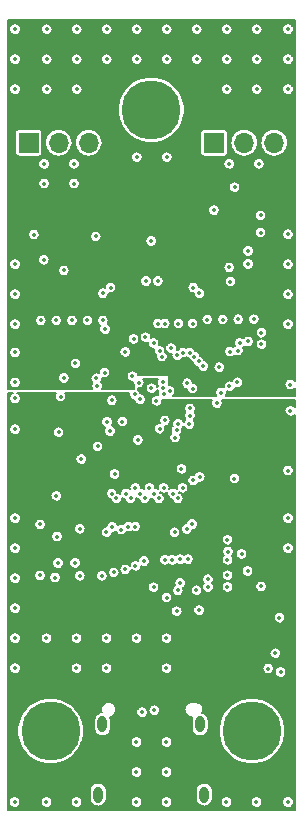
<source format=gbr>
%TF.GenerationSoftware,KiCad,Pcbnew,(5.1.2)-1*%
%TF.CreationDate,2022-05-17T10:19:51-05:00*%
%TF.ProjectId,aducm_board,61647563-6d5f-4626-9f61-72642e6b6963,1.6*%
%TF.SameCoordinates,Original*%
%TF.FileFunction,Copper,L3,Inr*%
%TF.FilePolarity,Positive*%
%FSLAX46Y46*%
G04 Gerber Fmt 4.6, Leading zero omitted, Abs format (unit mm)*
G04 Created by KiCad (PCBNEW (5.1.2)-1) date 2022-05-17 10:19:51*
%MOMM*%
%LPD*%
G04 APERTURE LIST*
%TA.AperFunction,ViaPad*%
%ADD10C,5.000000*%
%TD*%
%TA.AperFunction,ViaPad*%
%ADD11O,0.800000X1.400000*%
%TD*%
%TA.AperFunction,ViaPad*%
%ADD12O,1.700000X1.700000*%
%TD*%
%TA.AperFunction,ViaPad*%
%ADD13R,1.700000X1.700000*%
%TD*%
%TA.AperFunction,ViaPad*%
%ADD14C,0.355600*%
%TD*%
%TA.AperFunction,Conductor*%
%ADD15C,0.127000*%
%TD*%
G04 APERTURE END LIST*
D10*
%TO.N,N/C*%
%TO.C,REF\002A\002A*%
X141500000Y-94200000D03*
%TD*%
%TO.N,N/C*%
%TO.C,REF\002A\002A*%
X150026001Y-146800000D03*
%TD*%
%TO.N,N/C*%
%TO.C,REF\002A\002A*%
X132973999Y-146800000D03*
%TD*%
D11*
%TO.N,Net-(J1-PadS1)*%
%TO.C,J1*%
X137010000Y-152180000D03*
X145990000Y-152180000D03*
X145630000Y-146230000D03*
X137370000Y-146230000D03*
%TD*%
D12*
%TO.N,Net-(FB5-Pad1)*%
%TO.C,J3*%
X151900000Y-96990000D03*
%TO.N,Net-(FB4-Pad1)*%
X149360000Y-96990000D03*
D13*
%TO.N,Net-(FB3-Pad1)*%
X146820000Y-96990000D03*
%TD*%
D12*
%TO.N,Net-(FB8-Pad1)*%
%TO.C,J4*%
X136200000Y-96990000D03*
%TO.N,Net-(FB7-Pad1)*%
X133660000Y-96990000D03*
D13*
%TO.N,Net-(FB6-Pad1)*%
X131120000Y-96990000D03*
%TD*%
D14*
%TO.N,DGND*%
X133460000Y-126880000D03*
X142570000Y-118300000D03*
X140100000Y-118300000D03*
X143475000Y-129975000D03*
X129960000Y-121250000D03*
X129960000Y-118630000D03*
X145320000Y-134880000D03*
X138390000Y-125040000D03*
X135450000Y-133650000D03*
X135450000Y-129675000D03*
X135575000Y-123775000D03*
X133825000Y-118475000D03*
X133650000Y-121500000D03*
X140240000Y-138940000D03*
X137700000Y-141480000D03*
X137700000Y-138940000D03*
X135160000Y-138940000D03*
X132620000Y-138940000D03*
X135160000Y-141480000D03*
X153070000Y-124750000D03*
X150800000Y-134550000D03*
X152350000Y-137200000D03*
X142780000Y-138940000D03*
X142780000Y-141480000D03*
X152450000Y-141800000D03*
X140240000Y-152810000D03*
X140240000Y-150270000D03*
X142780000Y-152810000D03*
X142780000Y-150270000D03*
X142780000Y-147730000D03*
X140240000Y-147730000D03*
X153070000Y-152810000D03*
X150400000Y-152810000D03*
X147860000Y-152810000D03*
X135160000Y-152810000D03*
X132620000Y-152810000D03*
X129930000Y-152810000D03*
X129960000Y-141480000D03*
X129960000Y-138940000D03*
X129960000Y-136400000D03*
X129960000Y-133860000D03*
X129960000Y-131320000D03*
X129960000Y-128780000D03*
X153270000Y-119680000D03*
X153070000Y-131320000D03*
X153070000Y-128780000D03*
X148540000Y-125420000D03*
X133520000Y-130340000D03*
%TO.N,AGND*%
X131560000Y-104770000D03*
X148120000Y-117610000D03*
X150830000Y-114046000D03*
X150600000Y-98775000D03*
X148100000Y-98775000D03*
X134950000Y-98775000D03*
X134950000Y-100450000D03*
X132425000Y-100450000D03*
X132425000Y-98775000D03*
X134100000Y-116900000D03*
X147400000Y-118150000D03*
X140270000Y-98210000D03*
X142810000Y-98210000D03*
X129960000Y-112350000D03*
X129960000Y-109810000D03*
X129960000Y-107270000D03*
X143050000Y-118000000D03*
X153070000Y-92460000D03*
X150430000Y-92460000D03*
X147890000Y-92460000D03*
X153070000Y-109820000D03*
X153070000Y-107280000D03*
X153070000Y-104740000D03*
X135190000Y-92460000D03*
X132650000Y-92460000D03*
X153070000Y-89920000D03*
X150430000Y-89920000D03*
X147890000Y-89920000D03*
X145350000Y-89920000D03*
X142810000Y-89920000D03*
X140270000Y-89920000D03*
X137730000Y-89920000D03*
X135190000Y-89920000D03*
X132650000Y-89920000D03*
X129960000Y-89920000D03*
X129960000Y-117280000D03*
X129960000Y-114740000D03*
X153070000Y-87380000D03*
X129960000Y-87380000D03*
X129960000Y-92460000D03*
X150430000Y-87380000D03*
X147890000Y-87380000D03*
X145350000Y-87380000D03*
X142810000Y-87380000D03*
X140270000Y-87380000D03*
X137730000Y-87380000D03*
X135190000Y-87380000D03*
X132650000Y-87380000D03*
X153260000Y-117460000D03*
X153070000Y-112350000D03*
X137590000Y-112770000D03*
X150750000Y-104600000D03*
X150750000Y-103150000D03*
X141500000Y-105300000D03*
%TO.N,/VBIAS0*%
X139900000Y-116750000D03*
X132400000Y-106900000D03*
X136800000Y-104920000D03*
%TO.N,/VZERO0*%
X138050000Y-109250000D03*
%TO.N,/VBIAS1*%
X150180000Y-111930000D03*
X145500000Y-115500000D03*
%TO.N,/VZERO1*%
X146240000Y-111960000D03*
X144200000Y-114750000D03*
X145050000Y-109250000D03*
%TO.N,/AIN3*%
X147250000Y-116000000D03*
X139290000Y-133110000D03*
%TO.N,DVDD*%
X141850000Y-122100000D03*
X137100000Y-118650000D03*
X134100000Y-123950000D03*
X152500000Y-123900000D03*
X140750000Y-130130000D03*
X142950000Y-129320000D03*
X136250000Y-129340000D03*
%TO.N,AVDD*%
X144550000Y-118290000D03*
X151920000Y-112720000D03*
%TO.N,Net-(C14-Pad1)*%
X140000000Y-113600000D03*
%TO.N,Net-(C15-Pad2)*%
X142400000Y-115100000D03*
%TO.N,Net-(C16-Pad1)*%
X141000000Y-113450000D03*
%TO.N,Net-(C17-Pad1)*%
X136850000Y-116930000D03*
%TO.N,Net-(C18-Pad1)*%
X145000000Y-117800000D03*
%TO.N,Net-(C20-Pad2)*%
X143700000Y-115000000D03*
X143800000Y-112300000D03*
X145000000Y-112300000D03*
%TO.N,Net-(C21-Pad1)*%
X144770000Y-120090000D03*
%TO.N,Net-(C22-Pad2)*%
X137550000Y-116450000D03*
%TO.N,Net-(C22-Pad1)*%
X135080000Y-115680000D03*
%TO.N,Net-(C23-Pad2)*%
X144540000Y-117360000D03*
%TO.N,Net-(C23-Pad1)*%
X148790000Y-117270000D03*
%TO.N,Net-(C25-Pad2)*%
X147049999Y-119030000D03*
%TO.N,Net-(C27-Pad2)*%
X143640000Y-121330000D03*
%TO.N,Net-(C27-Pad1)*%
X142650000Y-120500000D03*
%TO.N,Net-(C28-Pad1)*%
X138160000Y-118800000D03*
%TO.N,Net-(C29-Pad1)*%
X136920000Y-117580000D03*
%TO.N,/CE1*%
X148100000Y-107550000D03*
X148860000Y-111940000D03*
X145150000Y-115100000D03*
X146800000Y-102700000D03*
%TO.N,Net-(C31-Pad1)*%
X142200000Y-121200000D03*
%TO.N,/WE0*%
X137400000Y-109740000D03*
X134100000Y-107800000D03*
%TO.N,/CAP_POT1*%
X149700000Y-106150000D03*
X145900000Y-115900000D03*
%TO.N,/WE1*%
X145580000Y-109740000D03*
X143180000Y-114390000D03*
X148550000Y-100750000D03*
%TO.N,/RE1*%
X148200000Y-108750000D03*
X149700000Y-107250000D03*
X147550000Y-111960000D03*
X144750000Y-114750000D03*
%TO.N,/FTDI/USBD-*%
X140720000Y-145210000D03*
X141750000Y-145040000D03*
%TO.N,/P1.2_SPI1_CLK*%
X142470000Y-117780000D03*
X143520000Y-121950000D03*
X144500000Y-129700000D03*
%TO.N,/AIN0*%
X140880000Y-132410000D03*
%TO.N,/AIN1*%
X140160000Y-132810000D03*
%TO.N,/AIN2*%
X138320000Y-133370000D03*
%TO.N,/AIN5*%
X137310000Y-133660000D03*
%TO.N,/P1.0*%
X140550000Y-118710000D03*
X137750000Y-120625000D03*
X138190000Y-129500000D03*
%TO.N,/P1.1*%
X140450000Y-117300000D03*
X137700000Y-129970000D03*
X136950000Y-122700000D03*
%TO.N,/PWM0*%
X145600000Y-125280000D03*
%TO.N,/~RESET*%
X143770000Y-120800000D03*
X144700000Y-120800000D03*
X145040000Y-125580000D03*
X144600000Y-132250000D03*
X143750000Y-134900000D03*
X144950000Y-129280000D03*
%TO.N,/PWM1*%
X144050000Y-124600000D03*
%TO.N,/P0.0_SPI0_CLK*%
X144150000Y-126200000D03*
%TO.N,/P0.1_SPI0_MOSI*%
X143750000Y-127110000D03*
%TO.N,/P0.2_SPI0_~MISO*%
X143350000Y-126700000D03*
%TO.N,/P0.3_SPI0_~CS*%
X142550000Y-126200000D03*
%TO.N,/P0.4_I2C_SCL*%
X142150000Y-127110000D03*
%TO.N,/P0.5_I2C_SDA*%
X141750000Y-126700000D03*
%TO.N,/P1.4_SPI1_MISO*%
X141940000Y-118840000D03*
X140358487Y-122150000D03*
X141350000Y-126200000D03*
%TO.N,/P2.4*%
X140950000Y-127110000D03*
%TO.N,/SWDIO*%
X140550000Y-126700000D03*
%TO.N,/UART_SOUT*%
X143250000Y-132300000D03*
X143650000Y-136650000D03*
X140150000Y-126200000D03*
X140150000Y-129490000D03*
%TO.N,/SWCLK*%
X139750000Y-127110000D03*
%TO.N,/UART_SIN*%
X139350000Y-126700000D03*
X142650000Y-132300000D03*
X142800000Y-135500000D03*
X139560000Y-129490000D03*
%TO.N,/AIN6*%
X143950000Y-132250000D03*
X143950000Y-134250000D03*
X138950000Y-129740000D03*
%TO.N,/P1.5_SPI1_~CS*%
X139050000Y-120600000D03*
X138550000Y-127110000D03*
X141520000Y-117770000D03*
%TO.N,/P1.3_SPI1_MOSI*%
X138000000Y-121400000D03*
X138150000Y-126700000D03*
X142460000Y-117280000D03*
%TO.N,Net-(R4-Pad2)*%
X141700000Y-113950000D03*
X141050000Y-108700000D03*
X142050000Y-112300000D03*
%TO.N,Net-(R4-Pad1)*%
X142200000Y-114600000D03*
X142650000Y-112300000D03*
X142050000Y-108700000D03*
%TO.N,/FTDI/3V3VOUT*%
X152000000Y-140214000D03*
X151400000Y-141514000D03*
X145550000Y-136574000D03*
%TO.N,Net-(C19-Pad2)*%
X139300000Y-114700000D03*
%TO.N,Net-(C25-Pad1)*%
X144770000Y-119490000D03*
%TO.N,/CE1Breakout*%
X149710000Y-113810000D03*
%TO.N,/WE1Breakout*%
X148170000Y-114670000D03*
X146300000Y-133950000D03*
X147950000Y-132300000D03*
%TO.N,/RE1Breakout*%
X148990000Y-113940000D03*
X146300000Y-134600000D03*
X147950000Y-134600000D03*
X147950000Y-133600000D03*
%TO.N,/VBIAS0Breakout*%
X132150000Y-112030000D03*
X133350000Y-133800000D03*
X141700000Y-134620000D03*
%TO.N,/VZERO0Breakout*%
X136090000Y-112030000D03*
X132090000Y-129310000D03*
X132080000Y-133620000D03*
%TO.N,/RE0Breakout*%
X134780000Y-112030000D03*
%TO.N,/WE0Breakout*%
X137400000Y-112030000D03*
%TO.N,/CE0Breakout*%
X133460000Y-112030000D03*
X133600000Y-132580000D03*
X135050000Y-132550000D03*
%TO.N,/VZERO1Breakout*%
X148840000Y-114590000D03*
X149150000Y-131800000D03*
X147950000Y-130600000D03*
%TO.N,/VBIAS1Breakout*%
X149650000Y-133250000D03*
X148000000Y-131600000D03*
X150830000Y-113070000D03*
%TD*%
D15*
%TO.N,DVDD*%
G36*
X142075275Y-116964264D02*
G01*
X142021070Y-117045387D01*
X141983734Y-117135526D01*
X141964700Y-117231217D01*
X141964700Y-117328783D01*
X141983734Y-117424474D01*
X142021070Y-117514613D01*
X142036351Y-117537483D01*
X142031070Y-117545387D01*
X141996788Y-117628152D01*
X141996266Y-117625526D01*
X141958930Y-117535387D01*
X141904725Y-117454264D01*
X141835736Y-117385275D01*
X141754613Y-117331070D01*
X141664474Y-117293734D01*
X141568783Y-117274700D01*
X141471217Y-117274700D01*
X141375526Y-117293734D01*
X141285387Y-117331070D01*
X141204264Y-117385275D01*
X141135275Y-117454264D01*
X141081070Y-117535387D01*
X141043734Y-117625526D01*
X141024700Y-117721217D01*
X141024700Y-117818783D01*
X141043734Y-117914474D01*
X141081070Y-118004613D01*
X141135275Y-118085736D01*
X141204264Y-118154725D01*
X141285387Y-118208930D01*
X141375526Y-118246266D01*
X141471217Y-118265300D01*
X141568783Y-118265300D01*
X141664474Y-118246266D01*
X141754613Y-118208930D01*
X141835736Y-118154725D01*
X141904725Y-118085736D01*
X141958930Y-118004613D01*
X141993212Y-117921848D01*
X141993734Y-117924474D01*
X142031070Y-118014613D01*
X142085275Y-118095736D01*
X142108768Y-118119229D01*
X142093734Y-118155526D01*
X142074700Y-118251217D01*
X142074700Y-118348783D01*
X142077394Y-118362326D01*
X141988783Y-118344700D01*
X141891217Y-118344700D01*
X141795526Y-118363734D01*
X141705387Y-118401070D01*
X141624264Y-118455275D01*
X141555275Y-118524264D01*
X141501070Y-118605387D01*
X141463734Y-118695526D01*
X141444700Y-118791217D01*
X141444700Y-118888783D01*
X141463734Y-118984474D01*
X141501070Y-119074613D01*
X141555275Y-119155736D01*
X141624264Y-119224725D01*
X141705387Y-119278930D01*
X141795526Y-119316266D01*
X141891217Y-119335300D01*
X141988783Y-119335300D01*
X142084474Y-119316266D01*
X142174613Y-119278930D01*
X142255736Y-119224725D01*
X142324725Y-119155736D01*
X142378930Y-119074613D01*
X142416266Y-118984474D01*
X142435300Y-118888783D01*
X142435300Y-118791217D01*
X142432606Y-118777674D01*
X142521217Y-118795300D01*
X142618783Y-118795300D01*
X142714474Y-118776266D01*
X142769437Y-118753500D01*
X144374705Y-118753500D01*
X144405526Y-118766266D01*
X144501217Y-118785300D01*
X144598783Y-118785300D01*
X144694474Y-118766266D01*
X144725295Y-118753500D01*
X146639057Y-118753500D01*
X146611069Y-118795387D01*
X146573733Y-118885526D01*
X146554699Y-118981217D01*
X146554699Y-119078783D01*
X146573733Y-119174474D01*
X146611069Y-119264613D01*
X146665274Y-119345736D01*
X146734263Y-119414725D01*
X146815386Y-119468930D01*
X146905525Y-119506266D01*
X147001216Y-119525300D01*
X147098782Y-119525300D01*
X147194473Y-119506266D01*
X147284612Y-119468930D01*
X147365735Y-119414725D01*
X147434724Y-119345736D01*
X147488929Y-119264613D01*
X147526265Y-119174474D01*
X147545299Y-119078783D01*
X147545299Y-118981217D01*
X147526265Y-118885526D01*
X147488929Y-118795387D01*
X147460941Y-118753500D01*
X153632500Y-118753500D01*
X153632500Y-119342039D01*
X153585736Y-119295275D01*
X153504613Y-119241070D01*
X153414474Y-119203734D01*
X153318783Y-119184700D01*
X153221217Y-119184700D01*
X153125526Y-119203734D01*
X153035387Y-119241070D01*
X152954264Y-119295275D01*
X152885275Y-119364264D01*
X152831070Y-119445387D01*
X152793734Y-119535526D01*
X152774700Y-119631217D01*
X152774700Y-119728783D01*
X152793734Y-119824474D01*
X152831070Y-119914613D01*
X152885275Y-119995736D01*
X152954264Y-120064725D01*
X153035387Y-120118930D01*
X153125526Y-120156266D01*
X153221217Y-120175300D01*
X153318783Y-120175300D01*
X153414474Y-120156266D01*
X153504613Y-120118930D01*
X153585736Y-120064725D01*
X153632500Y-120017961D01*
X153632501Y-153522500D01*
X129367500Y-153522500D01*
X129367500Y-152761217D01*
X129434700Y-152761217D01*
X129434700Y-152858783D01*
X129453734Y-152954474D01*
X129491070Y-153044613D01*
X129545275Y-153125736D01*
X129614264Y-153194725D01*
X129695387Y-153248930D01*
X129785526Y-153286266D01*
X129881217Y-153305300D01*
X129978783Y-153305300D01*
X130074474Y-153286266D01*
X130164613Y-153248930D01*
X130245736Y-153194725D01*
X130314725Y-153125736D01*
X130368930Y-153044613D01*
X130406266Y-152954474D01*
X130425300Y-152858783D01*
X130425300Y-152761217D01*
X132124700Y-152761217D01*
X132124700Y-152858783D01*
X132143734Y-152954474D01*
X132181070Y-153044613D01*
X132235275Y-153125736D01*
X132304264Y-153194725D01*
X132385387Y-153248930D01*
X132475526Y-153286266D01*
X132571217Y-153305300D01*
X132668783Y-153305300D01*
X132764474Y-153286266D01*
X132854613Y-153248930D01*
X132935736Y-153194725D01*
X133004725Y-153125736D01*
X133058930Y-153044613D01*
X133096266Y-152954474D01*
X133115300Y-152858783D01*
X133115300Y-152761217D01*
X134664700Y-152761217D01*
X134664700Y-152858783D01*
X134683734Y-152954474D01*
X134721070Y-153044613D01*
X134775275Y-153125736D01*
X134844264Y-153194725D01*
X134925387Y-153248930D01*
X135015526Y-153286266D01*
X135111217Y-153305300D01*
X135208783Y-153305300D01*
X135304474Y-153286266D01*
X135394613Y-153248930D01*
X135475736Y-153194725D01*
X135544725Y-153125736D01*
X135598930Y-153044613D01*
X135636266Y-152954474D01*
X135655300Y-152858783D01*
X135655300Y-152761217D01*
X135636266Y-152665526D01*
X135598930Y-152575387D01*
X135544725Y-152494264D01*
X135475736Y-152425275D01*
X135394613Y-152371070D01*
X135304474Y-152333734D01*
X135208783Y-152314700D01*
X135111217Y-152314700D01*
X135015526Y-152333734D01*
X134925387Y-152371070D01*
X134844264Y-152425275D01*
X134775275Y-152494264D01*
X134721070Y-152575387D01*
X134683734Y-152665526D01*
X134664700Y-152761217D01*
X133115300Y-152761217D01*
X133096266Y-152665526D01*
X133058930Y-152575387D01*
X133004725Y-152494264D01*
X132935736Y-152425275D01*
X132854613Y-152371070D01*
X132764474Y-152333734D01*
X132668783Y-152314700D01*
X132571217Y-152314700D01*
X132475526Y-152333734D01*
X132385387Y-152371070D01*
X132304264Y-152425275D01*
X132235275Y-152494264D01*
X132181070Y-152575387D01*
X132143734Y-152665526D01*
X132124700Y-152761217D01*
X130425300Y-152761217D01*
X130406266Y-152665526D01*
X130368930Y-152575387D01*
X130314725Y-152494264D01*
X130245736Y-152425275D01*
X130164613Y-152371070D01*
X130074474Y-152333734D01*
X129978783Y-152314700D01*
X129881217Y-152314700D01*
X129785526Y-152333734D01*
X129695387Y-152371070D01*
X129614264Y-152425275D01*
X129545275Y-152494264D01*
X129491070Y-152575387D01*
X129453734Y-152665526D01*
X129434700Y-152761217D01*
X129367500Y-152761217D01*
X129367500Y-151844759D01*
X136292500Y-151844759D01*
X136292500Y-152515242D01*
X136302882Y-152620654D01*
X136343910Y-152755904D01*
X136410536Y-152880550D01*
X136500198Y-152989803D01*
X136609451Y-153079465D01*
X136734097Y-153146090D01*
X136869347Y-153187118D01*
X137010000Y-153200971D01*
X137150654Y-153187118D01*
X137285904Y-153146090D01*
X137410550Y-153079465D01*
X137519803Y-152989803D01*
X137609465Y-152880550D01*
X137673250Y-152761217D01*
X139744700Y-152761217D01*
X139744700Y-152858783D01*
X139763734Y-152954474D01*
X139801070Y-153044613D01*
X139855275Y-153125736D01*
X139924264Y-153194725D01*
X140005387Y-153248930D01*
X140095526Y-153286266D01*
X140191217Y-153305300D01*
X140288783Y-153305300D01*
X140384474Y-153286266D01*
X140474613Y-153248930D01*
X140555736Y-153194725D01*
X140624725Y-153125736D01*
X140678930Y-153044613D01*
X140716266Y-152954474D01*
X140735300Y-152858783D01*
X140735300Y-152761217D01*
X142284700Y-152761217D01*
X142284700Y-152858783D01*
X142303734Y-152954474D01*
X142341070Y-153044613D01*
X142395275Y-153125736D01*
X142464264Y-153194725D01*
X142545387Y-153248930D01*
X142635526Y-153286266D01*
X142731217Y-153305300D01*
X142828783Y-153305300D01*
X142924474Y-153286266D01*
X143014613Y-153248930D01*
X143095736Y-153194725D01*
X143164725Y-153125736D01*
X143218930Y-153044613D01*
X143256266Y-152954474D01*
X143275300Y-152858783D01*
X143275300Y-152761217D01*
X143256266Y-152665526D01*
X143218930Y-152575387D01*
X143164725Y-152494264D01*
X143095736Y-152425275D01*
X143014613Y-152371070D01*
X142924474Y-152333734D01*
X142828783Y-152314700D01*
X142731217Y-152314700D01*
X142635526Y-152333734D01*
X142545387Y-152371070D01*
X142464264Y-152425275D01*
X142395275Y-152494264D01*
X142341070Y-152575387D01*
X142303734Y-152665526D01*
X142284700Y-152761217D01*
X140735300Y-152761217D01*
X140716266Y-152665526D01*
X140678930Y-152575387D01*
X140624725Y-152494264D01*
X140555736Y-152425275D01*
X140474613Y-152371070D01*
X140384474Y-152333734D01*
X140288783Y-152314700D01*
X140191217Y-152314700D01*
X140095526Y-152333734D01*
X140005387Y-152371070D01*
X139924264Y-152425275D01*
X139855275Y-152494264D01*
X139801070Y-152575387D01*
X139763734Y-152665526D01*
X139744700Y-152761217D01*
X137673250Y-152761217D01*
X137676090Y-152755904D01*
X137717118Y-152620654D01*
X137727500Y-152515242D01*
X137727500Y-151844759D01*
X145272500Y-151844759D01*
X145272500Y-152515242D01*
X145282882Y-152620654D01*
X145323910Y-152755904D01*
X145390536Y-152880550D01*
X145480198Y-152989803D01*
X145589451Y-153079465D01*
X145714097Y-153146090D01*
X145849347Y-153187118D01*
X145990000Y-153200971D01*
X146130654Y-153187118D01*
X146265904Y-153146090D01*
X146390550Y-153079465D01*
X146499803Y-152989803D01*
X146589465Y-152880550D01*
X146653250Y-152761217D01*
X147364700Y-152761217D01*
X147364700Y-152858783D01*
X147383734Y-152954474D01*
X147421070Y-153044613D01*
X147475275Y-153125736D01*
X147544264Y-153194725D01*
X147625387Y-153248930D01*
X147715526Y-153286266D01*
X147811217Y-153305300D01*
X147908783Y-153305300D01*
X148004474Y-153286266D01*
X148094613Y-153248930D01*
X148175736Y-153194725D01*
X148244725Y-153125736D01*
X148298930Y-153044613D01*
X148336266Y-152954474D01*
X148355300Y-152858783D01*
X148355300Y-152761217D01*
X149904700Y-152761217D01*
X149904700Y-152858783D01*
X149923734Y-152954474D01*
X149961070Y-153044613D01*
X150015275Y-153125736D01*
X150084264Y-153194725D01*
X150165387Y-153248930D01*
X150255526Y-153286266D01*
X150351217Y-153305300D01*
X150448783Y-153305300D01*
X150544474Y-153286266D01*
X150634613Y-153248930D01*
X150715736Y-153194725D01*
X150784725Y-153125736D01*
X150838930Y-153044613D01*
X150876266Y-152954474D01*
X150895300Y-152858783D01*
X150895300Y-152761217D01*
X152574700Y-152761217D01*
X152574700Y-152858783D01*
X152593734Y-152954474D01*
X152631070Y-153044613D01*
X152685275Y-153125736D01*
X152754264Y-153194725D01*
X152835387Y-153248930D01*
X152925526Y-153286266D01*
X153021217Y-153305300D01*
X153118783Y-153305300D01*
X153214474Y-153286266D01*
X153304613Y-153248930D01*
X153385736Y-153194725D01*
X153454725Y-153125736D01*
X153508930Y-153044613D01*
X153546266Y-152954474D01*
X153565300Y-152858783D01*
X153565300Y-152761217D01*
X153546266Y-152665526D01*
X153508930Y-152575387D01*
X153454725Y-152494264D01*
X153385736Y-152425275D01*
X153304613Y-152371070D01*
X153214474Y-152333734D01*
X153118783Y-152314700D01*
X153021217Y-152314700D01*
X152925526Y-152333734D01*
X152835387Y-152371070D01*
X152754264Y-152425275D01*
X152685275Y-152494264D01*
X152631070Y-152575387D01*
X152593734Y-152665526D01*
X152574700Y-152761217D01*
X150895300Y-152761217D01*
X150876266Y-152665526D01*
X150838930Y-152575387D01*
X150784725Y-152494264D01*
X150715736Y-152425275D01*
X150634613Y-152371070D01*
X150544474Y-152333734D01*
X150448783Y-152314700D01*
X150351217Y-152314700D01*
X150255526Y-152333734D01*
X150165387Y-152371070D01*
X150084264Y-152425275D01*
X150015275Y-152494264D01*
X149961070Y-152575387D01*
X149923734Y-152665526D01*
X149904700Y-152761217D01*
X148355300Y-152761217D01*
X148336266Y-152665526D01*
X148298930Y-152575387D01*
X148244725Y-152494264D01*
X148175736Y-152425275D01*
X148094613Y-152371070D01*
X148004474Y-152333734D01*
X147908783Y-152314700D01*
X147811217Y-152314700D01*
X147715526Y-152333734D01*
X147625387Y-152371070D01*
X147544264Y-152425275D01*
X147475275Y-152494264D01*
X147421070Y-152575387D01*
X147383734Y-152665526D01*
X147364700Y-152761217D01*
X146653250Y-152761217D01*
X146656090Y-152755904D01*
X146697118Y-152620654D01*
X146707500Y-152515242D01*
X146707500Y-151844758D01*
X146697118Y-151739346D01*
X146656090Y-151604096D01*
X146589465Y-151479450D01*
X146499802Y-151370197D01*
X146390549Y-151280535D01*
X146265903Y-151213910D01*
X146130653Y-151172882D01*
X145990000Y-151159029D01*
X145849346Y-151172882D01*
X145714096Y-151213910D01*
X145589450Y-151280535D01*
X145480197Y-151370198D01*
X145390535Y-151479451D01*
X145323910Y-151604097D01*
X145282882Y-151739347D01*
X145272500Y-151844759D01*
X137727500Y-151844759D01*
X137727500Y-151844758D01*
X137717118Y-151739346D01*
X137676090Y-151604096D01*
X137609465Y-151479450D01*
X137519802Y-151370197D01*
X137410549Y-151280535D01*
X137285903Y-151213910D01*
X137150653Y-151172882D01*
X137010000Y-151159029D01*
X136869346Y-151172882D01*
X136734096Y-151213910D01*
X136609450Y-151280535D01*
X136500197Y-151370198D01*
X136410535Y-151479451D01*
X136343910Y-151604097D01*
X136302882Y-151739347D01*
X136292500Y-151844759D01*
X129367500Y-151844759D01*
X129367500Y-150221217D01*
X139744700Y-150221217D01*
X139744700Y-150318783D01*
X139763734Y-150414474D01*
X139801070Y-150504613D01*
X139855275Y-150585736D01*
X139924264Y-150654725D01*
X140005387Y-150708930D01*
X140095526Y-150746266D01*
X140191217Y-150765300D01*
X140288783Y-150765300D01*
X140384474Y-150746266D01*
X140474613Y-150708930D01*
X140555736Y-150654725D01*
X140624725Y-150585736D01*
X140678930Y-150504613D01*
X140716266Y-150414474D01*
X140735300Y-150318783D01*
X140735300Y-150221217D01*
X142284700Y-150221217D01*
X142284700Y-150318783D01*
X142303734Y-150414474D01*
X142341070Y-150504613D01*
X142395275Y-150585736D01*
X142464264Y-150654725D01*
X142545387Y-150708930D01*
X142635526Y-150746266D01*
X142731217Y-150765300D01*
X142828783Y-150765300D01*
X142924474Y-150746266D01*
X143014613Y-150708930D01*
X143095736Y-150654725D01*
X143164725Y-150585736D01*
X143218930Y-150504613D01*
X143256266Y-150414474D01*
X143275300Y-150318783D01*
X143275300Y-150221217D01*
X143256266Y-150125526D01*
X143218930Y-150035387D01*
X143164725Y-149954264D01*
X143095736Y-149885275D01*
X143014613Y-149831070D01*
X142924474Y-149793734D01*
X142828783Y-149774700D01*
X142731217Y-149774700D01*
X142635526Y-149793734D01*
X142545387Y-149831070D01*
X142464264Y-149885275D01*
X142395275Y-149954264D01*
X142341070Y-150035387D01*
X142303734Y-150125526D01*
X142284700Y-150221217D01*
X140735300Y-150221217D01*
X140716266Y-150125526D01*
X140678930Y-150035387D01*
X140624725Y-149954264D01*
X140555736Y-149885275D01*
X140474613Y-149831070D01*
X140384474Y-149793734D01*
X140288783Y-149774700D01*
X140191217Y-149774700D01*
X140095526Y-149793734D01*
X140005387Y-149831070D01*
X139924264Y-149885275D01*
X139855275Y-149954264D01*
X139801070Y-150035387D01*
X139763734Y-150125526D01*
X139744700Y-150221217D01*
X129367500Y-150221217D01*
X129367500Y-146522500D01*
X130156499Y-146522500D01*
X130156499Y-147077500D01*
X130264774Y-147621835D01*
X130477163Y-148134587D01*
X130785504Y-148596052D01*
X131177947Y-148988495D01*
X131639412Y-149296836D01*
X132152164Y-149509225D01*
X132696499Y-149617500D01*
X133251499Y-149617500D01*
X133795834Y-149509225D01*
X134308586Y-149296836D01*
X134770051Y-148988495D01*
X135162494Y-148596052D01*
X135470835Y-148134587D01*
X135658627Y-147681217D01*
X139744700Y-147681217D01*
X139744700Y-147778783D01*
X139763734Y-147874474D01*
X139801070Y-147964613D01*
X139855275Y-148045736D01*
X139924264Y-148114725D01*
X140005387Y-148168930D01*
X140095526Y-148206266D01*
X140191217Y-148225300D01*
X140288783Y-148225300D01*
X140384474Y-148206266D01*
X140474613Y-148168930D01*
X140555736Y-148114725D01*
X140624725Y-148045736D01*
X140678930Y-147964613D01*
X140716266Y-147874474D01*
X140735300Y-147778783D01*
X140735300Y-147681217D01*
X142284700Y-147681217D01*
X142284700Y-147778783D01*
X142303734Y-147874474D01*
X142341070Y-147964613D01*
X142395275Y-148045736D01*
X142464264Y-148114725D01*
X142545387Y-148168930D01*
X142635526Y-148206266D01*
X142731217Y-148225300D01*
X142828783Y-148225300D01*
X142924474Y-148206266D01*
X143014613Y-148168930D01*
X143095736Y-148114725D01*
X143164725Y-148045736D01*
X143218930Y-147964613D01*
X143256266Y-147874474D01*
X143275300Y-147778783D01*
X143275300Y-147681217D01*
X143256266Y-147585526D01*
X143218930Y-147495387D01*
X143164725Y-147414264D01*
X143095736Y-147345275D01*
X143014613Y-147291070D01*
X142924474Y-147253734D01*
X142828783Y-147234700D01*
X142731217Y-147234700D01*
X142635526Y-147253734D01*
X142545387Y-147291070D01*
X142464264Y-147345275D01*
X142395275Y-147414264D01*
X142341070Y-147495387D01*
X142303734Y-147585526D01*
X142284700Y-147681217D01*
X140735300Y-147681217D01*
X140716266Y-147585526D01*
X140678930Y-147495387D01*
X140624725Y-147414264D01*
X140555736Y-147345275D01*
X140474613Y-147291070D01*
X140384474Y-147253734D01*
X140288783Y-147234700D01*
X140191217Y-147234700D01*
X140095526Y-147253734D01*
X140005387Y-147291070D01*
X139924264Y-147345275D01*
X139855275Y-147414264D01*
X139801070Y-147495387D01*
X139763734Y-147585526D01*
X139744700Y-147681217D01*
X135658627Y-147681217D01*
X135683224Y-147621835D01*
X135791499Y-147077500D01*
X135791499Y-146522500D01*
X135683224Y-145978165D01*
X135648677Y-145894759D01*
X136652500Y-145894759D01*
X136652500Y-146565242D01*
X136662882Y-146670654D01*
X136703910Y-146805904D01*
X136770536Y-146930550D01*
X136860198Y-147039803D01*
X136969451Y-147129465D01*
X137094097Y-147196090D01*
X137229347Y-147237118D01*
X137370000Y-147250971D01*
X137510654Y-147237118D01*
X137645904Y-147196090D01*
X137770550Y-147129465D01*
X137879803Y-147039803D01*
X137969465Y-146930550D01*
X138036090Y-146805904D01*
X138077118Y-146670654D01*
X138087500Y-146565242D01*
X138087500Y-145894758D01*
X138077118Y-145789346D01*
X138036090Y-145654096D01*
X138013827Y-145612446D01*
X138087410Y-145597809D01*
X138204338Y-145549376D01*
X138309570Y-145479063D01*
X138399063Y-145389570D01*
X138469376Y-145284338D01*
X138517809Y-145167410D01*
X138519040Y-145161217D01*
X140224700Y-145161217D01*
X140224700Y-145258783D01*
X140243734Y-145354474D01*
X140281070Y-145444613D01*
X140335275Y-145525736D01*
X140404264Y-145594725D01*
X140485387Y-145648930D01*
X140575526Y-145686266D01*
X140671217Y-145705300D01*
X140768783Y-145705300D01*
X140864474Y-145686266D01*
X140954613Y-145648930D01*
X141035736Y-145594725D01*
X141104725Y-145525736D01*
X141158930Y-145444613D01*
X141196266Y-145354474D01*
X141215300Y-145258783D01*
X141215300Y-145161217D01*
X141196266Y-145065526D01*
X141165487Y-144991217D01*
X141254700Y-144991217D01*
X141254700Y-145088783D01*
X141273734Y-145184474D01*
X141311070Y-145274613D01*
X141365275Y-145355736D01*
X141434264Y-145424725D01*
X141515387Y-145478930D01*
X141605526Y-145516266D01*
X141701217Y-145535300D01*
X141798783Y-145535300D01*
X141894474Y-145516266D01*
X141984613Y-145478930D01*
X142065736Y-145424725D01*
X142134725Y-145355736D01*
X142188930Y-145274613D01*
X142226266Y-145184474D01*
X142245300Y-145088783D01*
X142245300Y-144991217D01*
X142243069Y-144980000D01*
X144304392Y-144980000D01*
X144316797Y-145105952D01*
X144353536Y-145227063D01*
X144413197Y-145338681D01*
X144493486Y-145436514D01*
X144591319Y-145516803D01*
X144702937Y-145576464D01*
X144824048Y-145613203D01*
X144918443Y-145622500D01*
X144980799Y-145622500D01*
X144963910Y-145654097D01*
X144922882Y-145789347D01*
X144912500Y-145894759D01*
X144912500Y-146565242D01*
X144922882Y-146670654D01*
X144963910Y-146805904D01*
X145030536Y-146930550D01*
X145120198Y-147039803D01*
X145229451Y-147129465D01*
X145354097Y-147196090D01*
X145489347Y-147237118D01*
X145630000Y-147250971D01*
X145770654Y-147237118D01*
X145905904Y-147196090D01*
X146030550Y-147129465D01*
X146139803Y-147039803D01*
X146229465Y-146930550D01*
X146296090Y-146805904D01*
X146337118Y-146670654D01*
X146347500Y-146565242D01*
X146347500Y-146522500D01*
X147208501Y-146522500D01*
X147208501Y-147077500D01*
X147316776Y-147621835D01*
X147529165Y-148134587D01*
X147837506Y-148596052D01*
X148229949Y-148988495D01*
X148691414Y-149296836D01*
X149204166Y-149509225D01*
X149748501Y-149617500D01*
X150303501Y-149617500D01*
X150847836Y-149509225D01*
X151360588Y-149296836D01*
X151822053Y-148988495D01*
X152214496Y-148596052D01*
X152522837Y-148134587D01*
X152735226Y-147621835D01*
X152843501Y-147077500D01*
X152843501Y-146522500D01*
X152735226Y-145978165D01*
X152522837Y-145465413D01*
X152214496Y-145003948D01*
X151822053Y-144611505D01*
X151360588Y-144303164D01*
X150847836Y-144090775D01*
X150303501Y-143982500D01*
X149748501Y-143982500D01*
X149204166Y-144090775D01*
X148691414Y-144303164D01*
X148229949Y-144611505D01*
X147837506Y-145003948D01*
X147529165Y-145465413D01*
X147316776Y-145978165D01*
X147208501Y-146522500D01*
X146347500Y-146522500D01*
X146347500Y-145894758D01*
X146337118Y-145789346D01*
X146296090Y-145654096D01*
X146229465Y-145529450D01*
X146139802Y-145420197D01*
X146030549Y-145330535D01*
X145905903Y-145263910D01*
X145837810Y-145243254D01*
X145846464Y-145227063D01*
X145883203Y-145105952D01*
X145895608Y-144980000D01*
X145883203Y-144854048D01*
X145846464Y-144732937D01*
X145786803Y-144621319D01*
X145706514Y-144523486D01*
X145608681Y-144443197D01*
X145497063Y-144383536D01*
X145375952Y-144346797D01*
X145281557Y-144337500D01*
X144918443Y-144337500D01*
X144824048Y-144346797D01*
X144702937Y-144383536D01*
X144591319Y-144443197D01*
X144493486Y-144523486D01*
X144413197Y-144621319D01*
X144353536Y-144732937D01*
X144316797Y-144854048D01*
X144304392Y-144980000D01*
X142243069Y-144980000D01*
X142226266Y-144895526D01*
X142188930Y-144805387D01*
X142134725Y-144724264D01*
X142065736Y-144655275D01*
X141984613Y-144601070D01*
X141894474Y-144563734D01*
X141798783Y-144544700D01*
X141701217Y-144544700D01*
X141605526Y-144563734D01*
X141515387Y-144601070D01*
X141434264Y-144655275D01*
X141365275Y-144724264D01*
X141311070Y-144805387D01*
X141273734Y-144895526D01*
X141254700Y-144991217D01*
X141165487Y-144991217D01*
X141158930Y-144975387D01*
X141104725Y-144894264D01*
X141035736Y-144825275D01*
X140954613Y-144771070D01*
X140864474Y-144733734D01*
X140768783Y-144714700D01*
X140671217Y-144714700D01*
X140575526Y-144733734D01*
X140485387Y-144771070D01*
X140404264Y-144825275D01*
X140335275Y-144894264D01*
X140281070Y-144975387D01*
X140243734Y-145065526D01*
X140224700Y-145161217D01*
X138519040Y-145161217D01*
X138542500Y-145043281D01*
X138542500Y-144916719D01*
X138517809Y-144792590D01*
X138469376Y-144675662D01*
X138399063Y-144570430D01*
X138309570Y-144480937D01*
X138204338Y-144410624D01*
X138087410Y-144362191D01*
X137963281Y-144337500D01*
X137836719Y-144337500D01*
X137712590Y-144362191D01*
X137595662Y-144410624D01*
X137490430Y-144480937D01*
X137400937Y-144570430D01*
X137330624Y-144675662D01*
X137282191Y-144792590D01*
X137257500Y-144916719D01*
X137257500Y-145043281D01*
X137282191Y-145167410D01*
X137302196Y-145215707D01*
X137229346Y-145222882D01*
X137094096Y-145263910D01*
X136969450Y-145330535D01*
X136860197Y-145420198D01*
X136770535Y-145529451D01*
X136703910Y-145654097D01*
X136662882Y-145789347D01*
X136652500Y-145894759D01*
X135648677Y-145894759D01*
X135470835Y-145465413D01*
X135162494Y-145003948D01*
X134770051Y-144611505D01*
X134308586Y-144303164D01*
X133795834Y-144090775D01*
X133251499Y-143982500D01*
X132696499Y-143982500D01*
X132152164Y-144090775D01*
X131639412Y-144303164D01*
X131177947Y-144611505D01*
X130785504Y-145003948D01*
X130477163Y-145465413D01*
X130264774Y-145978165D01*
X130156499Y-146522500D01*
X129367500Y-146522500D01*
X129367500Y-141431217D01*
X129464700Y-141431217D01*
X129464700Y-141528783D01*
X129483734Y-141624474D01*
X129521070Y-141714613D01*
X129575275Y-141795736D01*
X129644264Y-141864725D01*
X129725387Y-141918930D01*
X129815526Y-141956266D01*
X129911217Y-141975300D01*
X130008783Y-141975300D01*
X130104474Y-141956266D01*
X130194613Y-141918930D01*
X130275736Y-141864725D01*
X130344725Y-141795736D01*
X130398930Y-141714613D01*
X130436266Y-141624474D01*
X130455300Y-141528783D01*
X130455300Y-141431217D01*
X134664700Y-141431217D01*
X134664700Y-141528783D01*
X134683734Y-141624474D01*
X134721070Y-141714613D01*
X134775275Y-141795736D01*
X134844264Y-141864725D01*
X134925387Y-141918930D01*
X135015526Y-141956266D01*
X135111217Y-141975300D01*
X135208783Y-141975300D01*
X135304474Y-141956266D01*
X135394613Y-141918930D01*
X135475736Y-141864725D01*
X135544725Y-141795736D01*
X135598930Y-141714613D01*
X135636266Y-141624474D01*
X135655300Y-141528783D01*
X135655300Y-141431217D01*
X137204700Y-141431217D01*
X137204700Y-141528783D01*
X137223734Y-141624474D01*
X137261070Y-141714613D01*
X137315275Y-141795736D01*
X137384264Y-141864725D01*
X137465387Y-141918930D01*
X137555526Y-141956266D01*
X137651217Y-141975300D01*
X137748783Y-141975300D01*
X137844474Y-141956266D01*
X137934613Y-141918930D01*
X138015736Y-141864725D01*
X138084725Y-141795736D01*
X138138930Y-141714613D01*
X138176266Y-141624474D01*
X138195300Y-141528783D01*
X138195300Y-141431217D01*
X142284700Y-141431217D01*
X142284700Y-141528783D01*
X142303734Y-141624474D01*
X142341070Y-141714613D01*
X142395275Y-141795736D01*
X142464264Y-141864725D01*
X142545387Y-141918930D01*
X142635526Y-141956266D01*
X142731217Y-141975300D01*
X142828783Y-141975300D01*
X142924474Y-141956266D01*
X143014613Y-141918930D01*
X143095736Y-141864725D01*
X143164725Y-141795736D01*
X143218930Y-141714613D01*
X143256266Y-141624474D01*
X143275300Y-141528783D01*
X143275300Y-141465217D01*
X150904700Y-141465217D01*
X150904700Y-141562783D01*
X150923734Y-141658474D01*
X150961070Y-141748613D01*
X151015275Y-141829736D01*
X151084264Y-141898725D01*
X151165387Y-141952930D01*
X151255526Y-141990266D01*
X151351217Y-142009300D01*
X151448783Y-142009300D01*
X151544474Y-141990266D01*
X151634613Y-141952930D01*
X151715736Y-141898725D01*
X151784725Y-141829736D01*
X151837190Y-141751217D01*
X151954700Y-141751217D01*
X151954700Y-141848783D01*
X151973734Y-141944474D01*
X152011070Y-142034613D01*
X152065275Y-142115736D01*
X152134264Y-142184725D01*
X152215387Y-142238930D01*
X152305526Y-142276266D01*
X152401217Y-142295300D01*
X152498783Y-142295300D01*
X152594474Y-142276266D01*
X152684613Y-142238930D01*
X152765736Y-142184725D01*
X152834725Y-142115736D01*
X152888930Y-142034613D01*
X152926266Y-141944474D01*
X152945300Y-141848783D01*
X152945300Y-141751217D01*
X152926266Y-141655526D01*
X152888930Y-141565387D01*
X152834725Y-141484264D01*
X152765736Y-141415275D01*
X152684613Y-141361070D01*
X152594474Y-141323734D01*
X152498783Y-141304700D01*
X152401217Y-141304700D01*
X152305526Y-141323734D01*
X152215387Y-141361070D01*
X152134264Y-141415275D01*
X152065275Y-141484264D01*
X152011070Y-141565387D01*
X151973734Y-141655526D01*
X151954700Y-141751217D01*
X151837190Y-141751217D01*
X151838930Y-141748613D01*
X151876266Y-141658474D01*
X151895300Y-141562783D01*
X151895300Y-141465217D01*
X151876266Y-141369526D01*
X151838930Y-141279387D01*
X151784725Y-141198264D01*
X151715736Y-141129275D01*
X151634613Y-141075070D01*
X151544474Y-141037734D01*
X151448783Y-141018700D01*
X151351217Y-141018700D01*
X151255526Y-141037734D01*
X151165387Y-141075070D01*
X151084264Y-141129275D01*
X151015275Y-141198264D01*
X150961070Y-141279387D01*
X150923734Y-141369526D01*
X150904700Y-141465217D01*
X143275300Y-141465217D01*
X143275300Y-141431217D01*
X143256266Y-141335526D01*
X143218930Y-141245387D01*
X143164725Y-141164264D01*
X143095736Y-141095275D01*
X143014613Y-141041070D01*
X142924474Y-141003734D01*
X142828783Y-140984700D01*
X142731217Y-140984700D01*
X142635526Y-141003734D01*
X142545387Y-141041070D01*
X142464264Y-141095275D01*
X142395275Y-141164264D01*
X142341070Y-141245387D01*
X142303734Y-141335526D01*
X142284700Y-141431217D01*
X138195300Y-141431217D01*
X138176266Y-141335526D01*
X138138930Y-141245387D01*
X138084725Y-141164264D01*
X138015736Y-141095275D01*
X137934613Y-141041070D01*
X137844474Y-141003734D01*
X137748783Y-140984700D01*
X137651217Y-140984700D01*
X137555526Y-141003734D01*
X137465387Y-141041070D01*
X137384264Y-141095275D01*
X137315275Y-141164264D01*
X137261070Y-141245387D01*
X137223734Y-141335526D01*
X137204700Y-141431217D01*
X135655300Y-141431217D01*
X135636266Y-141335526D01*
X135598930Y-141245387D01*
X135544725Y-141164264D01*
X135475736Y-141095275D01*
X135394613Y-141041070D01*
X135304474Y-141003734D01*
X135208783Y-140984700D01*
X135111217Y-140984700D01*
X135015526Y-141003734D01*
X134925387Y-141041070D01*
X134844264Y-141095275D01*
X134775275Y-141164264D01*
X134721070Y-141245387D01*
X134683734Y-141335526D01*
X134664700Y-141431217D01*
X130455300Y-141431217D01*
X130436266Y-141335526D01*
X130398930Y-141245387D01*
X130344725Y-141164264D01*
X130275736Y-141095275D01*
X130194613Y-141041070D01*
X130104474Y-141003734D01*
X130008783Y-140984700D01*
X129911217Y-140984700D01*
X129815526Y-141003734D01*
X129725387Y-141041070D01*
X129644264Y-141095275D01*
X129575275Y-141164264D01*
X129521070Y-141245387D01*
X129483734Y-141335526D01*
X129464700Y-141431217D01*
X129367500Y-141431217D01*
X129367500Y-140165217D01*
X151504700Y-140165217D01*
X151504700Y-140262783D01*
X151523734Y-140358474D01*
X151561070Y-140448613D01*
X151615275Y-140529736D01*
X151684264Y-140598725D01*
X151765387Y-140652930D01*
X151855526Y-140690266D01*
X151951217Y-140709300D01*
X152048783Y-140709300D01*
X152144474Y-140690266D01*
X152234613Y-140652930D01*
X152315736Y-140598725D01*
X152384725Y-140529736D01*
X152438930Y-140448613D01*
X152476266Y-140358474D01*
X152495300Y-140262783D01*
X152495300Y-140165217D01*
X152476266Y-140069526D01*
X152438930Y-139979387D01*
X152384725Y-139898264D01*
X152315736Y-139829275D01*
X152234613Y-139775070D01*
X152144474Y-139737734D01*
X152048783Y-139718700D01*
X151951217Y-139718700D01*
X151855526Y-139737734D01*
X151765387Y-139775070D01*
X151684264Y-139829275D01*
X151615275Y-139898264D01*
X151561070Y-139979387D01*
X151523734Y-140069526D01*
X151504700Y-140165217D01*
X129367500Y-140165217D01*
X129367500Y-138891217D01*
X129464700Y-138891217D01*
X129464700Y-138988783D01*
X129483734Y-139084474D01*
X129521070Y-139174613D01*
X129575275Y-139255736D01*
X129644264Y-139324725D01*
X129725387Y-139378930D01*
X129815526Y-139416266D01*
X129911217Y-139435300D01*
X130008783Y-139435300D01*
X130104474Y-139416266D01*
X130194613Y-139378930D01*
X130275736Y-139324725D01*
X130344725Y-139255736D01*
X130398930Y-139174613D01*
X130436266Y-139084474D01*
X130455300Y-138988783D01*
X130455300Y-138891217D01*
X132124700Y-138891217D01*
X132124700Y-138988783D01*
X132143734Y-139084474D01*
X132181070Y-139174613D01*
X132235275Y-139255736D01*
X132304264Y-139324725D01*
X132385387Y-139378930D01*
X132475526Y-139416266D01*
X132571217Y-139435300D01*
X132668783Y-139435300D01*
X132764474Y-139416266D01*
X132854613Y-139378930D01*
X132935736Y-139324725D01*
X133004725Y-139255736D01*
X133058930Y-139174613D01*
X133096266Y-139084474D01*
X133115300Y-138988783D01*
X133115300Y-138891217D01*
X134664700Y-138891217D01*
X134664700Y-138988783D01*
X134683734Y-139084474D01*
X134721070Y-139174613D01*
X134775275Y-139255736D01*
X134844264Y-139324725D01*
X134925387Y-139378930D01*
X135015526Y-139416266D01*
X135111217Y-139435300D01*
X135208783Y-139435300D01*
X135304474Y-139416266D01*
X135394613Y-139378930D01*
X135475736Y-139324725D01*
X135544725Y-139255736D01*
X135598930Y-139174613D01*
X135636266Y-139084474D01*
X135655300Y-138988783D01*
X135655300Y-138891217D01*
X137204700Y-138891217D01*
X137204700Y-138988783D01*
X137223734Y-139084474D01*
X137261070Y-139174613D01*
X137315275Y-139255736D01*
X137384264Y-139324725D01*
X137465387Y-139378930D01*
X137555526Y-139416266D01*
X137651217Y-139435300D01*
X137748783Y-139435300D01*
X137844474Y-139416266D01*
X137934613Y-139378930D01*
X138015736Y-139324725D01*
X138084725Y-139255736D01*
X138138930Y-139174613D01*
X138176266Y-139084474D01*
X138195300Y-138988783D01*
X138195300Y-138891217D01*
X139744700Y-138891217D01*
X139744700Y-138988783D01*
X139763734Y-139084474D01*
X139801070Y-139174613D01*
X139855275Y-139255736D01*
X139924264Y-139324725D01*
X140005387Y-139378930D01*
X140095526Y-139416266D01*
X140191217Y-139435300D01*
X140288783Y-139435300D01*
X140384474Y-139416266D01*
X140474613Y-139378930D01*
X140555736Y-139324725D01*
X140624725Y-139255736D01*
X140678930Y-139174613D01*
X140716266Y-139084474D01*
X140735300Y-138988783D01*
X140735300Y-138891217D01*
X142284700Y-138891217D01*
X142284700Y-138988783D01*
X142303734Y-139084474D01*
X142341070Y-139174613D01*
X142395275Y-139255736D01*
X142464264Y-139324725D01*
X142545387Y-139378930D01*
X142635526Y-139416266D01*
X142731217Y-139435300D01*
X142828783Y-139435300D01*
X142924474Y-139416266D01*
X143014613Y-139378930D01*
X143095736Y-139324725D01*
X143164725Y-139255736D01*
X143218930Y-139174613D01*
X143256266Y-139084474D01*
X143275300Y-138988783D01*
X143275300Y-138891217D01*
X143256266Y-138795526D01*
X143218930Y-138705387D01*
X143164725Y-138624264D01*
X143095736Y-138555275D01*
X143014613Y-138501070D01*
X142924474Y-138463734D01*
X142828783Y-138444700D01*
X142731217Y-138444700D01*
X142635526Y-138463734D01*
X142545387Y-138501070D01*
X142464264Y-138555275D01*
X142395275Y-138624264D01*
X142341070Y-138705387D01*
X142303734Y-138795526D01*
X142284700Y-138891217D01*
X140735300Y-138891217D01*
X140716266Y-138795526D01*
X140678930Y-138705387D01*
X140624725Y-138624264D01*
X140555736Y-138555275D01*
X140474613Y-138501070D01*
X140384474Y-138463734D01*
X140288783Y-138444700D01*
X140191217Y-138444700D01*
X140095526Y-138463734D01*
X140005387Y-138501070D01*
X139924264Y-138555275D01*
X139855275Y-138624264D01*
X139801070Y-138705387D01*
X139763734Y-138795526D01*
X139744700Y-138891217D01*
X138195300Y-138891217D01*
X138176266Y-138795526D01*
X138138930Y-138705387D01*
X138084725Y-138624264D01*
X138015736Y-138555275D01*
X137934613Y-138501070D01*
X137844474Y-138463734D01*
X137748783Y-138444700D01*
X137651217Y-138444700D01*
X137555526Y-138463734D01*
X137465387Y-138501070D01*
X137384264Y-138555275D01*
X137315275Y-138624264D01*
X137261070Y-138705387D01*
X137223734Y-138795526D01*
X137204700Y-138891217D01*
X135655300Y-138891217D01*
X135636266Y-138795526D01*
X135598930Y-138705387D01*
X135544725Y-138624264D01*
X135475736Y-138555275D01*
X135394613Y-138501070D01*
X135304474Y-138463734D01*
X135208783Y-138444700D01*
X135111217Y-138444700D01*
X135015526Y-138463734D01*
X134925387Y-138501070D01*
X134844264Y-138555275D01*
X134775275Y-138624264D01*
X134721070Y-138705387D01*
X134683734Y-138795526D01*
X134664700Y-138891217D01*
X133115300Y-138891217D01*
X133096266Y-138795526D01*
X133058930Y-138705387D01*
X133004725Y-138624264D01*
X132935736Y-138555275D01*
X132854613Y-138501070D01*
X132764474Y-138463734D01*
X132668783Y-138444700D01*
X132571217Y-138444700D01*
X132475526Y-138463734D01*
X132385387Y-138501070D01*
X132304264Y-138555275D01*
X132235275Y-138624264D01*
X132181070Y-138705387D01*
X132143734Y-138795526D01*
X132124700Y-138891217D01*
X130455300Y-138891217D01*
X130436266Y-138795526D01*
X130398930Y-138705387D01*
X130344725Y-138624264D01*
X130275736Y-138555275D01*
X130194613Y-138501070D01*
X130104474Y-138463734D01*
X130008783Y-138444700D01*
X129911217Y-138444700D01*
X129815526Y-138463734D01*
X129725387Y-138501070D01*
X129644264Y-138555275D01*
X129575275Y-138624264D01*
X129521070Y-138705387D01*
X129483734Y-138795526D01*
X129464700Y-138891217D01*
X129367500Y-138891217D01*
X129367500Y-137151217D01*
X151854700Y-137151217D01*
X151854700Y-137248783D01*
X151873734Y-137344474D01*
X151911070Y-137434613D01*
X151965275Y-137515736D01*
X152034264Y-137584725D01*
X152115387Y-137638930D01*
X152205526Y-137676266D01*
X152301217Y-137695300D01*
X152398783Y-137695300D01*
X152494474Y-137676266D01*
X152584613Y-137638930D01*
X152665736Y-137584725D01*
X152734725Y-137515736D01*
X152788930Y-137434613D01*
X152826266Y-137344474D01*
X152845300Y-137248783D01*
X152845300Y-137151217D01*
X152826266Y-137055526D01*
X152788930Y-136965387D01*
X152734725Y-136884264D01*
X152665736Y-136815275D01*
X152584613Y-136761070D01*
X152494474Y-136723734D01*
X152398783Y-136704700D01*
X152301217Y-136704700D01*
X152205526Y-136723734D01*
X152115387Y-136761070D01*
X152034264Y-136815275D01*
X151965275Y-136884264D01*
X151911070Y-136965387D01*
X151873734Y-137055526D01*
X151854700Y-137151217D01*
X129367500Y-137151217D01*
X129367500Y-136351217D01*
X129464700Y-136351217D01*
X129464700Y-136448783D01*
X129483734Y-136544474D01*
X129521070Y-136634613D01*
X129575275Y-136715736D01*
X129644264Y-136784725D01*
X129725387Y-136838930D01*
X129815526Y-136876266D01*
X129911217Y-136895300D01*
X130008783Y-136895300D01*
X130104474Y-136876266D01*
X130194613Y-136838930D01*
X130275736Y-136784725D01*
X130344725Y-136715736D01*
X130398930Y-136634613D01*
X130412762Y-136601217D01*
X143154700Y-136601217D01*
X143154700Y-136698783D01*
X143173734Y-136794474D01*
X143211070Y-136884613D01*
X143265275Y-136965736D01*
X143334264Y-137034725D01*
X143415387Y-137088930D01*
X143505526Y-137126266D01*
X143601217Y-137145300D01*
X143698783Y-137145300D01*
X143794474Y-137126266D01*
X143884613Y-137088930D01*
X143965736Y-137034725D01*
X144034725Y-136965736D01*
X144088930Y-136884613D01*
X144126266Y-136794474D01*
X144145300Y-136698783D01*
X144145300Y-136601217D01*
X144130183Y-136525217D01*
X145054700Y-136525217D01*
X145054700Y-136622783D01*
X145073734Y-136718474D01*
X145111070Y-136808613D01*
X145165275Y-136889736D01*
X145234264Y-136958725D01*
X145315387Y-137012930D01*
X145405526Y-137050266D01*
X145501217Y-137069300D01*
X145598783Y-137069300D01*
X145694474Y-137050266D01*
X145784613Y-137012930D01*
X145865736Y-136958725D01*
X145934725Y-136889736D01*
X145988930Y-136808613D01*
X146026266Y-136718474D01*
X146045300Y-136622783D01*
X146045300Y-136525217D01*
X146026266Y-136429526D01*
X145988930Y-136339387D01*
X145934725Y-136258264D01*
X145865736Y-136189275D01*
X145784613Y-136135070D01*
X145694474Y-136097734D01*
X145598783Y-136078700D01*
X145501217Y-136078700D01*
X145405526Y-136097734D01*
X145315387Y-136135070D01*
X145234264Y-136189275D01*
X145165275Y-136258264D01*
X145111070Y-136339387D01*
X145073734Y-136429526D01*
X145054700Y-136525217D01*
X144130183Y-136525217D01*
X144126266Y-136505526D01*
X144088930Y-136415387D01*
X144034725Y-136334264D01*
X143965736Y-136265275D01*
X143884613Y-136211070D01*
X143794474Y-136173734D01*
X143698783Y-136154700D01*
X143601217Y-136154700D01*
X143505526Y-136173734D01*
X143415387Y-136211070D01*
X143334264Y-136265275D01*
X143265275Y-136334264D01*
X143211070Y-136415387D01*
X143173734Y-136505526D01*
X143154700Y-136601217D01*
X130412762Y-136601217D01*
X130436266Y-136544474D01*
X130455300Y-136448783D01*
X130455300Y-136351217D01*
X130436266Y-136255526D01*
X130398930Y-136165387D01*
X130344725Y-136084264D01*
X130275736Y-136015275D01*
X130194613Y-135961070D01*
X130104474Y-135923734D01*
X130008783Y-135904700D01*
X129911217Y-135904700D01*
X129815526Y-135923734D01*
X129725387Y-135961070D01*
X129644264Y-136015275D01*
X129575275Y-136084264D01*
X129521070Y-136165387D01*
X129483734Y-136255526D01*
X129464700Y-136351217D01*
X129367500Y-136351217D01*
X129367500Y-135451217D01*
X142304700Y-135451217D01*
X142304700Y-135548783D01*
X142323734Y-135644474D01*
X142361070Y-135734613D01*
X142415275Y-135815736D01*
X142484264Y-135884725D01*
X142565387Y-135938930D01*
X142655526Y-135976266D01*
X142751217Y-135995300D01*
X142848783Y-135995300D01*
X142944474Y-135976266D01*
X143034613Y-135938930D01*
X143115736Y-135884725D01*
X143184725Y-135815736D01*
X143238930Y-135734613D01*
X143276266Y-135644474D01*
X143295300Y-135548783D01*
X143295300Y-135451217D01*
X143276266Y-135355526D01*
X143238930Y-135265387D01*
X143184725Y-135184264D01*
X143115736Y-135115275D01*
X143034613Y-135061070D01*
X142944474Y-135023734D01*
X142848783Y-135004700D01*
X142751217Y-135004700D01*
X142655526Y-135023734D01*
X142565387Y-135061070D01*
X142484264Y-135115275D01*
X142415275Y-135184264D01*
X142361070Y-135265387D01*
X142323734Y-135355526D01*
X142304700Y-135451217D01*
X129367500Y-135451217D01*
X129367500Y-134571217D01*
X141204700Y-134571217D01*
X141204700Y-134668783D01*
X141223734Y-134764474D01*
X141261070Y-134854613D01*
X141315275Y-134935736D01*
X141384264Y-135004725D01*
X141465387Y-135058930D01*
X141555526Y-135096266D01*
X141651217Y-135115300D01*
X141748783Y-135115300D01*
X141844474Y-135096266D01*
X141934613Y-135058930D01*
X142015736Y-135004725D01*
X142084725Y-134935736D01*
X142138930Y-134854613D01*
X142140336Y-134851217D01*
X143254700Y-134851217D01*
X143254700Y-134948783D01*
X143273734Y-135044474D01*
X143311070Y-135134613D01*
X143365275Y-135215736D01*
X143434264Y-135284725D01*
X143515387Y-135338930D01*
X143605526Y-135376266D01*
X143701217Y-135395300D01*
X143798783Y-135395300D01*
X143894474Y-135376266D01*
X143984613Y-135338930D01*
X144065736Y-135284725D01*
X144134725Y-135215736D01*
X144188930Y-135134613D01*
X144226266Y-135044474D01*
X144245300Y-134948783D01*
X144245300Y-134851217D01*
X144241322Y-134831217D01*
X144824700Y-134831217D01*
X144824700Y-134928783D01*
X144843734Y-135024474D01*
X144881070Y-135114613D01*
X144935275Y-135195736D01*
X145004264Y-135264725D01*
X145085387Y-135318930D01*
X145175526Y-135356266D01*
X145271217Y-135375300D01*
X145368783Y-135375300D01*
X145464474Y-135356266D01*
X145554613Y-135318930D01*
X145635736Y-135264725D01*
X145704725Y-135195736D01*
X145758930Y-135114613D01*
X145796266Y-135024474D01*
X145815300Y-134928783D01*
X145815300Y-134831217D01*
X145796266Y-134735526D01*
X145758930Y-134645387D01*
X145704725Y-134564264D01*
X145635736Y-134495275D01*
X145554613Y-134441070D01*
X145464474Y-134403734D01*
X145368783Y-134384700D01*
X145271217Y-134384700D01*
X145175526Y-134403734D01*
X145085387Y-134441070D01*
X145004264Y-134495275D01*
X144935275Y-134564264D01*
X144881070Y-134645387D01*
X144843734Y-134735526D01*
X144824700Y-134831217D01*
X144241322Y-134831217D01*
X144226266Y-134755526D01*
X144195632Y-134681567D01*
X144265736Y-134634725D01*
X144334725Y-134565736D01*
X144388930Y-134484613D01*
X144426266Y-134394474D01*
X144445300Y-134298783D01*
X144445300Y-134201217D01*
X144426266Y-134105526D01*
X144388930Y-134015387D01*
X144334725Y-133934264D01*
X144301678Y-133901217D01*
X145804700Y-133901217D01*
X145804700Y-133998783D01*
X145823734Y-134094474D01*
X145861070Y-134184613D01*
X145915275Y-134265736D01*
X145924539Y-134275000D01*
X145915275Y-134284264D01*
X145861070Y-134365387D01*
X145823734Y-134455526D01*
X145804700Y-134551217D01*
X145804700Y-134648783D01*
X145823734Y-134744474D01*
X145861070Y-134834613D01*
X145915275Y-134915736D01*
X145984264Y-134984725D01*
X146065387Y-135038930D01*
X146155526Y-135076266D01*
X146251217Y-135095300D01*
X146348783Y-135095300D01*
X146444474Y-135076266D01*
X146534613Y-135038930D01*
X146615736Y-134984725D01*
X146684725Y-134915736D01*
X146738930Y-134834613D01*
X146776266Y-134744474D01*
X146795300Y-134648783D01*
X146795300Y-134551217D01*
X147454700Y-134551217D01*
X147454700Y-134648783D01*
X147473734Y-134744474D01*
X147511070Y-134834613D01*
X147565275Y-134915736D01*
X147634264Y-134984725D01*
X147715387Y-135038930D01*
X147805526Y-135076266D01*
X147901217Y-135095300D01*
X147998783Y-135095300D01*
X148094474Y-135076266D01*
X148184613Y-135038930D01*
X148265736Y-134984725D01*
X148334725Y-134915736D01*
X148388930Y-134834613D01*
X148426266Y-134744474D01*
X148445300Y-134648783D01*
X148445300Y-134551217D01*
X148435355Y-134501217D01*
X150304700Y-134501217D01*
X150304700Y-134598783D01*
X150323734Y-134694474D01*
X150361070Y-134784613D01*
X150415275Y-134865736D01*
X150484264Y-134934725D01*
X150565387Y-134988930D01*
X150655526Y-135026266D01*
X150751217Y-135045300D01*
X150848783Y-135045300D01*
X150944474Y-135026266D01*
X151034613Y-134988930D01*
X151115736Y-134934725D01*
X151184725Y-134865736D01*
X151238930Y-134784613D01*
X151276266Y-134694474D01*
X151295300Y-134598783D01*
X151295300Y-134501217D01*
X151276266Y-134405526D01*
X151238930Y-134315387D01*
X151184725Y-134234264D01*
X151115736Y-134165275D01*
X151034613Y-134111070D01*
X150944474Y-134073734D01*
X150848783Y-134054700D01*
X150751217Y-134054700D01*
X150655526Y-134073734D01*
X150565387Y-134111070D01*
X150484264Y-134165275D01*
X150415275Y-134234264D01*
X150361070Y-134315387D01*
X150323734Y-134405526D01*
X150304700Y-134501217D01*
X148435355Y-134501217D01*
X148426266Y-134455526D01*
X148388930Y-134365387D01*
X148334725Y-134284264D01*
X148265736Y-134215275D01*
X148184613Y-134161070D01*
X148094474Y-134123734D01*
X147998783Y-134104700D01*
X147901217Y-134104700D01*
X147805526Y-134123734D01*
X147715387Y-134161070D01*
X147634264Y-134215275D01*
X147565275Y-134284264D01*
X147511070Y-134365387D01*
X147473734Y-134455526D01*
X147454700Y-134551217D01*
X146795300Y-134551217D01*
X146776266Y-134455526D01*
X146738930Y-134365387D01*
X146684725Y-134284264D01*
X146675461Y-134275000D01*
X146684725Y-134265736D01*
X146738930Y-134184613D01*
X146776266Y-134094474D01*
X146795300Y-133998783D01*
X146795300Y-133901217D01*
X146776266Y-133805526D01*
X146738930Y-133715387D01*
X146684725Y-133634264D01*
X146615736Y-133565275D01*
X146594697Y-133551217D01*
X147454700Y-133551217D01*
X147454700Y-133648783D01*
X147473734Y-133744474D01*
X147511070Y-133834613D01*
X147565275Y-133915736D01*
X147634264Y-133984725D01*
X147715387Y-134038930D01*
X147805526Y-134076266D01*
X147901217Y-134095300D01*
X147998783Y-134095300D01*
X148094474Y-134076266D01*
X148184613Y-134038930D01*
X148265736Y-133984725D01*
X148334725Y-133915736D01*
X148388930Y-133834613D01*
X148426266Y-133744474D01*
X148445300Y-133648783D01*
X148445300Y-133551217D01*
X148426266Y-133455526D01*
X148388930Y-133365387D01*
X148334725Y-133284264D01*
X148265736Y-133215275D01*
X148244697Y-133201217D01*
X149154700Y-133201217D01*
X149154700Y-133298783D01*
X149173734Y-133394474D01*
X149211070Y-133484613D01*
X149265275Y-133565736D01*
X149334264Y-133634725D01*
X149415387Y-133688930D01*
X149505526Y-133726266D01*
X149601217Y-133745300D01*
X149698783Y-133745300D01*
X149794474Y-133726266D01*
X149884613Y-133688930D01*
X149965736Y-133634725D01*
X150034725Y-133565736D01*
X150088930Y-133484613D01*
X150126266Y-133394474D01*
X150145300Y-133298783D01*
X150145300Y-133201217D01*
X150126266Y-133105526D01*
X150088930Y-133015387D01*
X150034725Y-132934264D01*
X149965736Y-132865275D01*
X149884613Y-132811070D01*
X149794474Y-132773734D01*
X149698783Y-132754700D01*
X149601217Y-132754700D01*
X149505526Y-132773734D01*
X149415387Y-132811070D01*
X149334264Y-132865275D01*
X149265275Y-132934264D01*
X149211070Y-133015387D01*
X149173734Y-133105526D01*
X149154700Y-133201217D01*
X148244697Y-133201217D01*
X148184613Y-133161070D01*
X148094474Y-133123734D01*
X147998783Y-133104700D01*
X147901217Y-133104700D01*
X147805526Y-133123734D01*
X147715387Y-133161070D01*
X147634264Y-133215275D01*
X147565275Y-133284264D01*
X147511070Y-133365387D01*
X147473734Y-133455526D01*
X147454700Y-133551217D01*
X146594697Y-133551217D01*
X146534613Y-133511070D01*
X146444474Y-133473734D01*
X146348783Y-133454700D01*
X146251217Y-133454700D01*
X146155526Y-133473734D01*
X146065387Y-133511070D01*
X145984264Y-133565275D01*
X145915275Y-133634264D01*
X145861070Y-133715387D01*
X145823734Y-133805526D01*
X145804700Y-133901217D01*
X144301678Y-133901217D01*
X144265736Y-133865275D01*
X144184613Y-133811070D01*
X144094474Y-133773734D01*
X143998783Y-133754700D01*
X143901217Y-133754700D01*
X143805526Y-133773734D01*
X143715387Y-133811070D01*
X143634264Y-133865275D01*
X143565275Y-133934264D01*
X143511070Y-134015387D01*
X143473734Y-134105526D01*
X143454700Y-134201217D01*
X143454700Y-134298783D01*
X143473734Y-134394474D01*
X143504368Y-134468433D01*
X143434264Y-134515275D01*
X143365275Y-134584264D01*
X143311070Y-134665387D01*
X143273734Y-134755526D01*
X143254700Y-134851217D01*
X142140336Y-134851217D01*
X142176266Y-134764474D01*
X142195300Y-134668783D01*
X142195300Y-134571217D01*
X142176266Y-134475526D01*
X142138930Y-134385387D01*
X142084725Y-134304264D01*
X142015736Y-134235275D01*
X141934613Y-134181070D01*
X141844474Y-134143734D01*
X141748783Y-134124700D01*
X141651217Y-134124700D01*
X141555526Y-134143734D01*
X141465387Y-134181070D01*
X141384264Y-134235275D01*
X141315275Y-134304264D01*
X141261070Y-134385387D01*
X141223734Y-134475526D01*
X141204700Y-134571217D01*
X129367500Y-134571217D01*
X129367500Y-133811217D01*
X129464700Y-133811217D01*
X129464700Y-133908783D01*
X129483734Y-134004474D01*
X129521070Y-134094613D01*
X129575275Y-134175736D01*
X129644264Y-134244725D01*
X129725387Y-134298930D01*
X129815526Y-134336266D01*
X129911217Y-134355300D01*
X130008783Y-134355300D01*
X130104474Y-134336266D01*
X130194613Y-134298930D01*
X130275736Y-134244725D01*
X130344725Y-134175736D01*
X130398930Y-134094613D01*
X130436266Y-134004474D01*
X130455300Y-133908783D01*
X130455300Y-133811217D01*
X130436266Y-133715526D01*
X130398930Y-133625387D01*
X130362735Y-133571217D01*
X131584700Y-133571217D01*
X131584700Y-133668783D01*
X131603734Y-133764474D01*
X131641070Y-133854613D01*
X131695275Y-133935736D01*
X131764264Y-134004725D01*
X131845387Y-134058930D01*
X131935526Y-134096266D01*
X132031217Y-134115300D01*
X132128783Y-134115300D01*
X132224474Y-134096266D01*
X132314613Y-134058930D01*
X132395736Y-134004725D01*
X132464725Y-133935736D01*
X132518930Y-133854613D01*
X132556266Y-133764474D01*
X132558902Y-133751217D01*
X132854700Y-133751217D01*
X132854700Y-133848783D01*
X132873734Y-133944474D01*
X132911070Y-134034613D01*
X132965275Y-134115736D01*
X133034264Y-134184725D01*
X133115387Y-134238930D01*
X133205526Y-134276266D01*
X133301217Y-134295300D01*
X133398783Y-134295300D01*
X133494474Y-134276266D01*
X133584613Y-134238930D01*
X133665736Y-134184725D01*
X133734725Y-134115736D01*
X133788930Y-134034613D01*
X133826266Y-133944474D01*
X133845300Y-133848783D01*
X133845300Y-133751217D01*
X133826266Y-133655526D01*
X133803771Y-133601217D01*
X134954700Y-133601217D01*
X134954700Y-133698783D01*
X134973734Y-133794474D01*
X135011070Y-133884613D01*
X135065275Y-133965736D01*
X135134264Y-134034725D01*
X135215387Y-134088930D01*
X135305526Y-134126266D01*
X135401217Y-134145300D01*
X135498783Y-134145300D01*
X135594474Y-134126266D01*
X135684613Y-134088930D01*
X135765736Y-134034725D01*
X135834725Y-133965736D01*
X135888930Y-133884613D01*
X135926266Y-133794474D01*
X135945300Y-133698783D01*
X135945300Y-133611217D01*
X136814700Y-133611217D01*
X136814700Y-133708783D01*
X136833734Y-133804474D01*
X136871070Y-133894613D01*
X136925275Y-133975736D01*
X136994264Y-134044725D01*
X137075387Y-134098930D01*
X137165526Y-134136266D01*
X137261217Y-134155300D01*
X137358783Y-134155300D01*
X137454474Y-134136266D01*
X137544613Y-134098930D01*
X137625736Y-134044725D01*
X137694725Y-133975736D01*
X137748930Y-133894613D01*
X137786266Y-133804474D01*
X137805300Y-133708783D01*
X137805300Y-133611217D01*
X137786266Y-133515526D01*
X137748930Y-133425387D01*
X137694725Y-133344264D01*
X137671678Y-133321217D01*
X137824700Y-133321217D01*
X137824700Y-133418783D01*
X137843734Y-133514474D01*
X137881070Y-133604613D01*
X137935275Y-133685736D01*
X138004264Y-133754725D01*
X138085387Y-133808930D01*
X138175526Y-133846266D01*
X138271217Y-133865300D01*
X138368783Y-133865300D01*
X138464474Y-133846266D01*
X138554613Y-133808930D01*
X138635736Y-133754725D01*
X138704725Y-133685736D01*
X138758930Y-133604613D01*
X138796266Y-133514474D01*
X138815300Y-133418783D01*
X138815300Y-133321217D01*
X138796266Y-133225526D01*
X138758930Y-133135387D01*
X138709371Y-133061217D01*
X138794700Y-133061217D01*
X138794700Y-133158783D01*
X138813734Y-133254474D01*
X138851070Y-133344613D01*
X138905275Y-133425736D01*
X138974264Y-133494725D01*
X139055387Y-133548930D01*
X139145526Y-133586266D01*
X139241217Y-133605300D01*
X139338783Y-133605300D01*
X139434474Y-133586266D01*
X139524613Y-133548930D01*
X139605736Y-133494725D01*
X139674725Y-133425736D01*
X139728930Y-133344613D01*
X139766266Y-133254474D01*
X139785300Y-133158783D01*
X139785300Y-133135761D01*
X139844264Y-133194725D01*
X139925387Y-133248930D01*
X140015526Y-133286266D01*
X140111217Y-133305300D01*
X140208783Y-133305300D01*
X140304474Y-133286266D01*
X140394613Y-133248930D01*
X140475736Y-133194725D01*
X140544725Y-133125736D01*
X140598930Y-133044613D01*
X140636266Y-132954474D01*
X140655300Y-132858783D01*
X140655300Y-132853036D01*
X140735526Y-132886266D01*
X140831217Y-132905300D01*
X140928783Y-132905300D01*
X141024474Y-132886266D01*
X141114613Y-132848930D01*
X141195736Y-132794725D01*
X141264725Y-132725736D01*
X141318930Y-132644613D01*
X141356266Y-132554474D01*
X141375300Y-132458783D01*
X141375300Y-132361217D01*
X141356266Y-132265526D01*
X141350340Y-132251217D01*
X142154700Y-132251217D01*
X142154700Y-132348783D01*
X142173734Y-132444474D01*
X142211070Y-132534613D01*
X142265275Y-132615736D01*
X142334264Y-132684725D01*
X142415387Y-132738930D01*
X142505526Y-132776266D01*
X142601217Y-132795300D01*
X142698783Y-132795300D01*
X142794474Y-132776266D01*
X142884613Y-132738930D01*
X142950000Y-132695240D01*
X143015387Y-132738930D01*
X143105526Y-132776266D01*
X143201217Y-132795300D01*
X143298783Y-132795300D01*
X143394474Y-132776266D01*
X143484613Y-132738930D01*
X143565736Y-132684725D01*
X143625000Y-132625461D01*
X143634264Y-132634725D01*
X143715387Y-132688930D01*
X143805526Y-132726266D01*
X143901217Y-132745300D01*
X143998783Y-132745300D01*
X144094474Y-132726266D01*
X144184613Y-132688930D01*
X144265736Y-132634725D01*
X144275000Y-132625461D01*
X144284264Y-132634725D01*
X144365387Y-132688930D01*
X144455526Y-132726266D01*
X144551217Y-132745300D01*
X144648783Y-132745300D01*
X144744474Y-132726266D01*
X144834613Y-132688930D01*
X144915736Y-132634725D01*
X144984725Y-132565736D01*
X145038930Y-132484613D01*
X145076266Y-132394474D01*
X145095300Y-132298783D01*
X145095300Y-132251217D01*
X147454700Y-132251217D01*
X147454700Y-132348783D01*
X147473734Y-132444474D01*
X147511070Y-132534613D01*
X147565275Y-132615736D01*
X147634264Y-132684725D01*
X147715387Y-132738930D01*
X147805526Y-132776266D01*
X147901217Y-132795300D01*
X147998783Y-132795300D01*
X148094474Y-132776266D01*
X148184613Y-132738930D01*
X148265736Y-132684725D01*
X148334725Y-132615736D01*
X148388930Y-132534613D01*
X148426266Y-132444474D01*
X148445300Y-132348783D01*
X148445300Y-132251217D01*
X148426266Y-132155526D01*
X148388930Y-132065387D01*
X148334725Y-131984264D01*
X148325461Y-131975000D01*
X148384725Y-131915736D01*
X148438930Y-131834613D01*
X148473473Y-131751217D01*
X148654700Y-131751217D01*
X148654700Y-131848783D01*
X148673734Y-131944474D01*
X148711070Y-132034613D01*
X148765275Y-132115736D01*
X148834264Y-132184725D01*
X148915387Y-132238930D01*
X149005526Y-132276266D01*
X149101217Y-132295300D01*
X149198783Y-132295300D01*
X149294474Y-132276266D01*
X149384613Y-132238930D01*
X149465736Y-132184725D01*
X149534725Y-132115736D01*
X149588930Y-132034613D01*
X149626266Y-131944474D01*
X149645300Y-131848783D01*
X149645300Y-131751217D01*
X149626266Y-131655526D01*
X149588930Y-131565387D01*
X149534725Y-131484264D01*
X149465736Y-131415275D01*
X149384613Y-131361070D01*
X149294474Y-131323734D01*
X149198783Y-131304700D01*
X149101217Y-131304700D01*
X149005526Y-131323734D01*
X148915387Y-131361070D01*
X148834264Y-131415275D01*
X148765275Y-131484264D01*
X148711070Y-131565387D01*
X148673734Y-131655526D01*
X148654700Y-131751217D01*
X148473473Y-131751217D01*
X148476266Y-131744474D01*
X148495300Y-131648783D01*
X148495300Y-131551217D01*
X148476266Y-131455526D01*
X148438930Y-131365387D01*
X148384725Y-131284264D01*
X148371678Y-131271217D01*
X152574700Y-131271217D01*
X152574700Y-131368783D01*
X152593734Y-131464474D01*
X152631070Y-131554613D01*
X152685275Y-131635736D01*
X152754264Y-131704725D01*
X152835387Y-131758930D01*
X152925526Y-131796266D01*
X153021217Y-131815300D01*
X153118783Y-131815300D01*
X153214474Y-131796266D01*
X153304613Y-131758930D01*
X153385736Y-131704725D01*
X153454725Y-131635736D01*
X153508930Y-131554613D01*
X153546266Y-131464474D01*
X153565300Y-131368783D01*
X153565300Y-131271217D01*
X153546266Y-131175526D01*
X153508930Y-131085387D01*
X153454725Y-131004264D01*
X153385736Y-130935275D01*
X153304613Y-130881070D01*
X153214474Y-130843734D01*
X153118783Y-130824700D01*
X153021217Y-130824700D01*
X152925526Y-130843734D01*
X152835387Y-130881070D01*
X152754264Y-130935275D01*
X152685275Y-131004264D01*
X152631070Y-131085387D01*
X152593734Y-131175526D01*
X152574700Y-131271217D01*
X148371678Y-131271217D01*
X148315736Y-131215275D01*
X148234613Y-131161070D01*
X148144474Y-131123734D01*
X148048783Y-131104700D01*
X147951217Y-131104700D01*
X147855526Y-131123734D01*
X147765387Y-131161070D01*
X147684264Y-131215275D01*
X147615275Y-131284264D01*
X147561070Y-131365387D01*
X147523734Y-131455526D01*
X147504700Y-131551217D01*
X147504700Y-131648783D01*
X147523734Y-131744474D01*
X147561070Y-131834613D01*
X147615275Y-131915736D01*
X147624539Y-131925000D01*
X147565275Y-131984264D01*
X147511070Y-132065387D01*
X147473734Y-132155526D01*
X147454700Y-132251217D01*
X145095300Y-132251217D01*
X145095300Y-132201217D01*
X145076266Y-132105526D01*
X145038930Y-132015387D01*
X144984725Y-131934264D01*
X144915736Y-131865275D01*
X144834613Y-131811070D01*
X144744474Y-131773734D01*
X144648783Y-131754700D01*
X144551217Y-131754700D01*
X144455526Y-131773734D01*
X144365387Y-131811070D01*
X144284264Y-131865275D01*
X144275000Y-131874539D01*
X144265736Y-131865275D01*
X144184613Y-131811070D01*
X144094474Y-131773734D01*
X143998783Y-131754700D01*
X143901217Y-131754700D01*
X143805526Y-131773734D01*
X143715387Y-131811070D01*
X143634264Y-131865275D01*
X143575000Y-131924539D01*
X143565736Y-131915275D01*
X143484613Y-131861070D01*
X143394474Y-131823734D01*
X143298783Y-131804700D01*
X143201217Y-131804700D01*
X143105526Y-131823734D01*
X143015387Y-131861070D01*
X142950000Y-131904760D01*
X142884613Y-131861070D01*
X142794474Y-131823734D01*
X142698783Y-131804700D01*
X142601217Y-131804700D01*
X142505526Y-131823734D01*
X142415387Y-131861070D01*
X142334264Y-131915275D01*
X142265275Y-131984264D01*
X142211070Y-132065387D01*
X142173734Y-132155526D01*
X142154700Y-132251217D01*
X141350340Y-132251217D01*
X141318930Y-132175387D01*
X141264725Y-132094264D01*
X141195736Y-132025275D01*
X141114613Y-131971070D01*
X141024474Y-131933734D01*
X140928783Y-131914700D01*
X140831217Y-131914700D01*
X140735526Y-131933734D01*
X140645387Y-131971070D01*
X140564264Y-132025275D01*
X140495275Y-132094264D01*
X140441070Y-132175387D01*
X140403734Y-132265526D01*
X140384700Y-132361217D01*
X140384700Y-132366964D01*
X140304474Y-132333734D01*
X140208783Y-132314700D01*
X140111217Y-132314700D01*
X140015526Y-132333734D01*
X139925387Y-132371070D01*
X139844264Y-132425275D01*
X139775275Y-132494264D01*
X139721070Y-132575387D01*
X139683734Y-132665526D01*
X139664700Y-132761217D01*
X139664700Y-132784239D01*
X139605736Y-132725275D01*
X139524613Y-132671070D01*
X139434474Y-132633734D01*
X139338783Y-132614700D01*
X139241217Y-132614700D01*
X139145526Y-132633734D01*
X139055387Y-132671070D01*
X138974264Y-132725275D01*
X138905275Y-132794264D01*
X138851070Y-132875387D01*
X138813734Y-132965526D01*
X138794700Y-133061217D01*
X138709371Y-133061217D01*
X138704725Y-133054264D01*
X138635736Y-132985275D01*
X138554613Y-132931070D01*
X138464474Y-132893734D01*
X138368783Y-132874700D01*
X138271217Y-132874700D01*
X138175526Y-132893734D01*
X138085387Y-132931070D01*
X138004264Y-132985275D01*
X137935275Y-133054264D01*
X137881070Y-133135387D01*
X137843734Y-133225526D01*
X137824700Y-133321217D01*
X137671678Y-133321217D01*
X137625736Y-133275275D01*
X137544613Y-133221070D01*
X137454474Y-133183734D01*
X137358783Y-133164700D01*
X137261217Y-133164700D01*
X137165526Y-133183734D01*
X137075387Y-133221070D01*
X136994264Y-133275275D01*
X136925275Y-133344264D01*
X136871070Y-133425387D01*
X136833734Y-133515526D01*
X136814700Y-133611217D01*
X135945300Y-133611217D01*
X135945300Y-133601217D01*
X135926266Y-133505526D01*
X135888930Y-133415387D01*
X135834725Y-133334264D01*
X135765736Y-133265275D01*
X135684613Y-133211070D01*
X135594474Y-133173734D01*
X135498783Y-133154700D01*
X135401217Y-133154700D01*
X135305526Y-133173734D01*
X135215387Y-133211070D01*
X135134264Y-133265275D01*
X135065275Y-133334264D01*
X135011070Y-133415387D01*
X134973734Y-133505526D01*
X134954700Y-133601217D01*
X133803771Y-133601217D01*
X133788930Y-133565387D01*
X133734725Y-133484264D01*
X133665736Y-133415275D01*
X133584613Y-133361070D01*
X133494474Y-133323734D01*
X133398783Y-133304700D01*
X133301217Y-133304700D01*
X133205526Y-133323734D01*
X133115387Y-133361070D01*
X133034264Y-133415275D01*
X132965275Y-133484264D01*
X132911070Y-133565387D01*
X132873734Y-133655526D01*
X132854700Y-133751217D01*
X132558902Y-133751217D01*
X132575300Y-133668783D01*
X132575300Y-133571217D01*
X132556266Y-133475526D01*
X132518930Y-133385387D01*
X132464725Y-133304264D01*
X132395736Y-133235275D01*
X132314613Y-133181070D01*
X132224474Y-133143734D01*
X132128783Y-133124700D01*
X132031217Y-133124700D01*
X131935526Y-133143734D01*
X131845387Y-133181070D01*
X131764264Y-133235275D01*
X131695275Y-133304264D01*
X131641070Y-133385387D01*
X131603734Y-133475526D01*
X131584700Y-133571217D01*
X130362735Y-133571217D01*
X130344725Y-133544264D01*
X130275736Y-133475275D01*
X130194613Y-133421070D01*
X130104474Y-133383734D01*
X130008783Y-133364700D01*
X129911217Y-133364700D01*
X129815526Y-133383734D01*
X129725387Y-133421070D01*
X129644264Y-133475275D01*
X129575275Y-133544264D01*
X129521070Y-133625387D01*
X129483734Y-133715526D01*
X129464700Y-133811217D01*
X129367500Y-133811217D01*
X129367500Y-132531217D01*
X133104700Y-132531217D01*
X133104700Y-132628783D01*
X133123734Y-132724474D01*
X133161070Y-132814613D01*
X133215275Y-132895736D01*
X133284264Y-132964725D01*
X133365387Y-133018930D01*
X133455526Y-133056266D01*
X133551217Y-133075300D01*
X133648783Y-133075300D01*
X133744474Y-133056266D01*
X133834613Y-133018930D01*
X133915736Y-132964725D01*
X133984725Y-132895736D01*
X134038930Y-132814613D01*
X134076266Y-132724474D01*
X134095300Y-132628783D01*
X134095300Y-132531217D01*
X134089333Y-132501217D01*
X134554700Y-132501217D01*
X134554700Y-132598783D01*
X134573734Y-132694474D01*
X134611070Y-132784613D01*
X134665275Y-132865736D01*
X134734264Y-132934725D01*
X134815387Y-132988930D01*
X134905526Y-133026266D01*
X135001217Y-133045300D01*
X135098783Y-133045300D01*
X135194474Y-133026266D01*
X135284613Y-132988930D01*
X135365736Y-132934725D01*
X135434725Y-132865736D01*
X135488930Y-132784613D01*
X135526266Y-132694474D01*
X135545300Y-132598783D01*
X135545300Y-132501217D01*
X135526266Y-132405526D01*
X135488930Y-132315387D01*
X135434725Y-132234264D01*
X135365736Y-132165275D01*
X135284613Y-132111070D01*
X135194474Y-132073734D01*
X135098783Y-132054700D01*
X135001217Y-132054700D01*
X134905526Y-132073734D01*
X134815387Y-132111070D01*
X134734264Y-132165275D01*
X134665275Y-132234264D01*
X134611070Y-132315387D01*
X134573734Y-132405526D01*
X134554700Y-132501217D01*
X134089333Y-132501217D01*
X134076266Y-132435526D01*
X134038930Y-132345387D01*
X133984725Y-132264264D01*
X133915736Y-132195275D01*
X133834613Y-132141070D01*
X133744474Y-132103734D01*
X133648783Y-132084700D01*
X133551217Y-132084700D01*
X133455526Y-132103734D01*
X133365387Y-132141070D01*
X133284264Y-132195275D01*
X133215275Y-132264264D01*
X133161070Y-132345387D01*
X133123734Y-132435526D01*
X133104700Y-132531217D01*
X129367500Y-132531217D01*
X129367500Y-131271217D01*
X129464700Y-131271217D01*
X129464700Y-131368783D01*
X129483734Y-131464474D01*
X129521070Y-131554613D01*
X129575275Y-131635736D01*
X129644264Y-131704725D01*
X129725387Y-131758930D01*
X129815526Y-131796266D01*
X129911217Y-131815300D01*
X130008783Y-131815300D01*
X130104474Y-131796266D01*
X130194613Y-131758930D01*
X130275736Y-131704725D01*
X130344725Y-131635736D01*
X130398930Y-131554613D01*
X130436266Y-131464474D01*
X130455300Y-131368783D01*
X130455300Y-131271217D01*
X130436266Y-131175526D01*
X130398930Y-131085387D01*
X130344725Y-131004264D01*
X130275736Y-130935275D01*
X130194613Y-130881070D01*
X130104474Y-130843734D01*
X130008783Y-130824700D01*
X129911217Y-130824700D01*
X129815526Y-130843734D01*
X129725387Y-130881070D01*
X129644264Y-130935275D01*
X129575275Y-131004264D01*
X129521070Y-131085387D01*
X129483734Y-131175526D01*
X129464700Y-131271217D01*
X129367500Y-131271217D01*
X129367500Y-130291217D01*
X133024700Y-130291217D01*
X133024700Y-130388783D01*
X133043734Y-130484474D01*
X133081070Y-130574613D01*
X133135275Y-130655736D01*
X133204264Y-130724725D01*
X133285387Y-130778930D01*
X133375526Y-130816266D01*
X133471217Y-130835300D01*
X133568783Y-130835300D01*
X133664474Y-130816266D01*
X133754613Y-130778930D01*
X133835736Y-130724725D01*
X133904725Y-130655736D01*
X133958930Y-130574613D01*
X133968620Y-130551217D01*
X147454700Y-130551217D01*
X147454700Y-130648783D01*
X147473734Y-130744474D01*
X147511070Y-130834613D01*
X147565275Y-130915736D01*
X147634264Y-130984725D01*
X147715387Y-131038930D01*
X147805526Y-131076266D01*
X147901217Y-131095300D01*
X147998783Y-131095300D01*
X148094474Y-131076266D01*
X148184613Y-131038930D01*
X148265736Y-130984725D01*
X148334725Y-130915736D01*
X148388930Y-130834613D01*
X148426266Y-130744474D01*
X148445300Y-130648783D01*
X148445300Y-130551217D01*
X148426266Y-130455526D01*
X148388930Y-130365387D01*
X148334725Y-130284264D01*
X148265736Y-130215275D01*
X148184613Y-130161070D01*
X148094474Y-130123734D01*
X147998783Y-130104700D01*
X147901217Y-130104700D01*
X147805526Y-130123734D01*
X147715387Y-130161070D01*
X147634264Y-130215275D01*
X147565275Y-130284264D01*
X147511070Y-130365387D01*
X147473734Y-130455526D01*
X147454700Y-130551217D01*
X133968620Y-130551217D01*
X133996266Y-130484474D01*
X134015300Y-130388783D01*
X134015300Y-130291217D01*
X133996266Y-130195526D01*
X133958930Y-130105387D01*
X133904725Y-130024264D01*
X133835736Y-129955275D01*
X133754613Y-129901070D01*
X133664474Y-129863734D01*
X133568783Y-129844700D01*
X133471217Y-129844700D01*
X133375526Y-129863734D01*
X133285387Y-129901070D01*
X133204264Y-129955275D01*
X133135275Y-130024264D01*
X133081070Y-130105387D01*
X133043734Y-130195526D01*
X133024700Y-130291217D01*
X129367500Y-130291217D01*
X129367500Y-128731217D01*
X129464700Y-128731217D01*
X129464700Y-128828783D01*
X129483734Y-128924474D01*
X129521070Y-129014613D01*
X129575275Y-129095736D01*
X129644264Y-129164725D01*
X129725387Y-129218930D01*
X129815526Y-129256266D01*
X129911217Y-129275300D01*
X130008783Y-129275300D01*
X130079583Y-129261217D01*
X131594700Y-129261217D01*
X131594700Y-129358783D01*
X131613734Y-129454474D01*
X131651070Y-129544613D01*
X131705275Y-129625736D01*
X131774264Y-129694725D01*
X131855387Y-129748930D01*
X131945526Y-129786266D01*
X132041217Y-129805300D01*
X132138783Y-129805300D01*
X132234474Y-129786266D01*
X132324613Y-129748930D01*
X132405736Y-129694725D01*
X132474244Y-129626217D01*
X134954700Y-129626217D01*
X134954700Y-129723783D01*
X134973734Y-129819474D01*
X135011070Y-129909613D01*
X135065275Y-129990736D01*
X135134264Y-130059725D01*
X135215387Y-130113930D01*
X135305526Y-130151266D01*
X135401217Y-130170300D01*
X135498783Y-130170300D01*
X135594474Y-130151266D01*
X135684613Y-130113930D01*
X135765736Y-130059725D01*
X135834725Y-129990736D01*
X135881176Y-129921217D01*
X137204700Y-129921217D01*
X137204700Y-130018783D01*
X137223734Y-130114474D01*
X137261070Y-130204613D01*
X137315275Y-130285736D01*
X137384264Y-130354725D01*
X137465387Y-130408930D01*
X137555526Y-130446266D01*
X137651217Y-130465300D01*
X137748783Y-130465300D01*
X137844474Y-130446266D01*
X137934613Y-130408930D01*
X138015736Y-130354725D01*
X138084725Y-130285736D01*
X138138930Y-130204613D01*
X138176266Y-130114474D01*
X138195300Y-130018783D01*
X138195300Y-129995300D01*
X138238783Y-129995300D01*
X138334474Y-129976266D01*
X138424613Y-129938930D01*
X138480753Y-129901419D01*
X138511070Y-129974613D01*
X138565275Y-130055736D01*
X138634264Y-130124725D01*
X138715387Y-130178930D01*
X138805526Y-130216266D01*
X138901217Y-130235300D01*
X138998783Y-130235300D01*
X139094474Y-130216266D01*
X139184613Y-130178930D01*
X139265736Y-130124725D01*
X139334725Y-130055736D01*
X139388930Y-129974613D01*
X139395776Y-129958085D01*
X139415526Y-129966266D01*
X139511217Y-129985300D01*
X139608783Y-129985300D01*
X139704474Y-129966266D01*
X139794613Y-129928930D01*
X139855000Y-129888580D01*
X139915387Y-129928930D01*
X140005526Y-129966266D01*
X140101217Y-129985300D01*
X140198783Y-129985300D01*
X140294474Y-129966266D01*
X140384613Y-129928930D01*
X140388673Y-129926217D01*
X142979700Y-129926217D01*
X142979700Y-130023783D01*
X142998734Y-130119474D01*
X143036070Y-130209613D01*
X143090275Y-130290736D01*
X143159264Y-130359725D01*
X143240387Y-130413930D01*
X143330526Y-130451266D01*
X143426217Y-130470300D01*
X143523783Y-130470300D01*
X143619474Y-130451266D01*
X143709613Y-130413930D01*
X143790736Y-130359725D01*
X143859725Y-130290736D01*
X143913930Y-130209613D01*
X143951266Y-130119474D01*
X143970300Y-130023783D01*
X143970300Y-129926217D01*
X143951266Y-129830526D01*
X143913930Y-129740387D01*
X143859725Y-129659264D01*
X143851678Y-129651217D01*
X144004700Y-129651217D01*
X144004700Y-129748783D01*
X144023734Y-129844474D01*
X144061070Y-129934613D01*
X144115275Y-130015736D01*
X144184264Y-130084725D01*
X144265387Y-130138930D01*
X144355526Y-130176266D01*
X144451217Y-130195300D01*
X144548783Y-130195300D01*
X144644474Y-130176266D01*
X144734613Y-130138930D01*
X144815736Y-130084725D01*
X144884725Y-130015736D01*
X144938930Y-129934613D01*
X144976266Y-129844474D01*
X144990025Y-129775300D01*
X144998783Y-129775300D01*
X145094474Y-129756266D01*
X145184613Y-129718930D01*
X145265736Y-129664725D01*
X145334725Y-129595736D01*
X145388930Y-129514613D01*
X145426266Y-129424474D01*
X145445300Y-129328783D01*
X145445300Y-129231217D01*
X145426266Y-129135526D01*
X145388930Y-129045387D01*
X145334725Y-128964264D01*
X145265736Y-128895275D01*
X145184613Y-128841070D01*
X145094474Y-128803734D01*
X144998783Y-128784700D01*
X144901217Y-128784700D01*
X144805526Y-128803734D01*
X144715387Y-128841070D01*
X144634264Y-128895275D01*
X144565275Y-128964264D01*
X144511070Y-129045387D01*
X144473734Y-129135526D01*
X144459975Y-129204700D01*
X144451217Y-129204700D01*
X144355526Y-129223734D01*
X144265387Y-129261070D01*
X144184264Y-129315275D01*
X144115275Y-129384264D01*
X144061070Y-129465387D01*
X144023734Y-129555526D01*
X144004700Y-129651217D01*
X143851678Y-129651217D01*
X143790736Y-129590275D01*
X143709613Y-129536070D01*
X143619474Y-129498734D01*
X143523783Y-129479700D01*
X143426217Y-129479700D01*
X143330526Y-129498734D01*
X143240387Y-129536070D01*
X143159264Y-129590275D01*
X143090275Y-129659264D01*
X143036070Y-129740387D01*
X142998734Y-129830526D01*
X142979700Y-129926217D01*
X140388673Y-129926217D01*
X140465736Y-129874725D01*
X140534725Y-129805736D01*
X140588930Y-129724613D01*
X140626266Y-129634474D01*
X140645300Y-129538783D01*
X140645300Y-129441217D01*
X140626266Y-129345526D01*
X140588930Y-129255387D01*
X140534725Y-129174264D01*
X140465736Y-129105275D01*
X140384613Y-129051070D01*
X140294474Y-129013734D01*
X140198783Y-128994700D01*
X140101217Y-128994700D01*
X140005526Y-129013734D01*
X139915387Y-129051070D01*
X139855000Y-129091420D01*
X139794613Y-129051070D01*
X139704474Y-129013734D01*
X139608783Y-128994700D01*
X139511217Y-128994700D01*
X139415526Y-129013734D01*
X139325387Y-129051070D01*
X139244264Y-129105275D01*
X139175275Y-129174264D01*
X139121070Y-129255387D01*
X139114224Y-129271915D01*
X139094474Y-129263734D01*
X138998783Y-129244700D01*
X138901217Y-129244700D01*
X138805526Y-129263734D01*
X138715387Y-129301070D01*
X138659247Y-129338581D01*
X138628930Y-129265387D01*
X138574725Y-129184264D01*
X138505736Y-129115275D01*
X138424613Y-129061070D01*
X138334474Y-129023734D01*
X138238783Y-129004700D01*
X138141217Y-129004700D01*
X138045526Y-129023734D01*
X137955387Y-129061070D01*
X137874264Y-129115275D01*
X137805275Y-129184264D01*
X137751070Y-129265387D01*
X137713734Y-129355526D01*
X137694700Y-129451217D01*
X137694700Y-129474700D01*
X137651217Y-129474700D01*
X137555526Y-129493734D01*
X137465387Y-129531070D01*
X137384264Y-129585275D01*
X137315275Y-129654264D01*
X137261070Y-129735387D01*
X137223734Y-129825526D01*
X137204700Y-129921217D01*
X135881176Y-129921217D01*
X135888930Y-129909613D01*
X135926266Y-129819474D01*
X135945300Y-129723783D01*
X135945300Y-129626217D01*
X135926266Y-129530526D01*
X135888930Y-129440387D01*
X135834725Y-129359264D01*
X135765736Y-129290275D01*
X135684613Y-129236070D01*
X135594474Y-129198734D01*
X135498783Y-129179700D01*
X135401217Y-129179700D01*
X135305526Y-129198734D01*
X135215387Y-129236070D01*
X135134264Y-129290275D01*
X135065275Y-129359264D01*
X135011070Y-129440387D01*
X134973734Y-129530526D01*
X134954700Y-129626217D01*
X132474244Y-129626217D01*
X132474725Y-129625736D01*
X132528930Y-129544613D01*
X132566266Y-129454474D01*
X132585300Y-129358783D01*
X132585300Y-129261217D01*
X132566266Y-129165526D01*
X132528930Y-129075387D01*
X132474725Y-128994264D01*
X132405736Y-128925275D01*
X132324613Y-128871070D01*
X132234474Y-128833734D01*
X132138783Y-128814700D01*
X132041217Y-128814700D01*
X131945526Y-128833734D01*
X131855387Y-128871070D01*
X131774264Y-128925275D01*
X131705275Y-128994264D01*
X131651070Y-129075387D01*
X131613734Y-129165526D01*
X131594700Y-129261217D01*
X130079583Y-129261217D01*
X130104474Y-129256266D01*
X130194613Y-129218930D01*
X130275736Y-129164725D01*
X130344725Y-129095736D01*
X130398930Y-129014613D01*
X130436266Y-128924474D01*
X130455300Y-128828783D01*
X130455300Y-128731217D01*
X152574700Y-128731217D01*
X152574700Y-128828783D01*
X152593734Y-128924474D01*
X152631070Y-129014613D01*
X152685275Y-129095736D01*
X152754264Y-129164725D01*
X152835387Y-129218930D01*
X152925526Y-129256266D01*
X153021217Y-129275300D01*
X153118783Y-129275300D01*
X153214474Y-129256266D01*
X153304613Y-129218930D01*
X153385736Y-129164725D01*
X153454725Y-129095736D01*
X153508930Y-129014613D01*
X153546266Y-128924474D01*
X153565300Y-128828783D01*
X153565300Y-128731217D01*
X153546266Y-128635526D01*
X153508930Y-128545387D01*
X153454725Y-128464264D01*
X153385736Y-128395275D01*
X153304613Y-128341070D01*
X153214474Y-128303734D01*
X153118783Y-128284700D01*
X153021217Y-128284700D01*
X152925526Y-128303734D01*
X152835387Y-128341070D01*
X152754264Y-128395275D01*
X152685275Y-128464264D01*
X152631070Y-128545387D01*
X152593734Y-128635526D01*
X152574700Y-128731217D01*
X130455300Y-128731217D01*
X130436266Y-128635526D01*
X130398930Y-128545387D01*
X130344725Y-128464264D01*
X130275736Y-128395275D01*
X130194613Y-128341070D01*
X130104474Y-128303734D01*
X130008783Y-128284700D01*
X129911217Y-128284700D01*
X129815526Y-128303734D01*
X129725387Y-128341070D01*
X129644264Y-128395275D01*
X129575275Y-128464264D01*
X129521070Y-128545387D01*
X129483734Y-128635526D01*
X129464700Y-128731217D01*
X129367500Y-128731217D01*
X129367500Y-126831217D01*
X132964700Y-126831217D01*
X132964700Y-126928783D01*
X132983734Y-127024474D01*
X133021070Y-127114613D01*
X133075275Y-127195736D01*
X133144264Y-127264725D01*
X133225387Y-127318930D01*
X133315526Y-127356266D01*
X133411217Y-127375300D01*
X133508783Y-127375300D01*
X133604474Y-127356266D01*
X133694613Y-127318930D01*
X133775736Y-127264725D01*
X133844725Y-127195736D01*
X133898930Y-127114613D01*
X133936266Y-127024474D01*
X133955300Y-126928783D01*
X133955300Y-126831217D01*
X133936266Y-126735526D01*
X133901345Y-126651217D01*
X137654700Y-126651217D01*
X137654700Y-126748783D01*
X137673734Y-126844474D01*
X137711070Y-126934613D01*
X137765275Y-127015736D01*
X137834264Y-127084725D01*
X137915387Y-127138930D01*
X138005526Y-127176266D01*
X138060347Y-127187170D01*
X138073734Y-127254474D01*
X138111070Y-127344613D01*
X138165275Y-127425736D01*
X138234264Y-127494725D01*
X138315387Y-127548930D01*
X138405526Y-127586266D01*
X138501217Y-127605300D01*
X138598783Y-127605300D01*
X138694474Y-127586266D01*
X138784613Y-127548930D01*
X138865736Y-127494725D01*
X138934725Y-127425736D01*
X138988930Y-127344613D01*
X139026266Y-127254474D01*
X139045300Y-127158783D01*
X139045300Y-127092099D01*
X139115387Y-127138930D01*
X139205526Y-127176266D01*
X139260347Y-127187170D01*
X139273734Y-127254474D01*
X139311070Y-127344613D01*
X139365275Y-127425736D01*
X139434264Y-127494725D01*
X139515387Y-127548930D01*
X139605526Y-127586266D01*
X139701217Y-127605300D01*
X139798783Y-127605300D01*
X139894474Y-127586266D01*
X139984613Y-127548930D01*
X140065736Y-127494725D01*
X140134725Y-127425736D01*
X140188930Y-127344613D01*
X140226266Y-127254474D01*
X140245300Y-127158783D01*
X140245300Y-127092099D01*
X140315387Y-127138930D01*
X140405526Y-127176266D01*
X140460347Y-127187170D01*
X140473734Y-127254474D01*
X140511070Y-127344613D01*
X140565275Y-127425736D01*
X140634264Y-127494725D01*
X140715387Y-127548930D01*
X140805526Y-127586266D01*
X140901217Y-127605300D01*
X140998783Y-127605300D01*
X141094474Y-127586266D01*
X141184613Y-127548930D01*
X141265736Y-127494725D01*
X141334725Y-127425736D01*
X141388930Y-127344613D01*
X141426266Y-127254474D01*
X141445300Y-127158783D01*
X141445300Y-127092099D01*
X141515387Y-127138930D01*
X141605526Y-127176266D01*
X141660347Y-127187170D01*
X141673734Y-127254474D01*
X141711070Y-127344613D01*
X141765275Y-127425736D01*
X141834264Y-127494725D01*
X141915387Y-127548930D01*
X142005526Y-127586266D01*
X142101217Y-127605300D01*
X142198783Y-127605300D01*
X142294474Y-127586266D01*
X142384613Y-127548930D01*
X142465736Y-127494725D01*
X142534725Y-127425736D01*
X142588930Y-127344613D01*
X142626266Y-127254474D01*
X142645300Y-127158783D01*
X142645300Y-127061217D01*
X142626266Y-126965526D01*
X142588930Y-126875387D01*
X142534725Y-126794264D01*
X142465736Y-126725275D01*
X142384613Y-126671070D01*
X142294474Y-126633734D01*
X142239653Y-126622830D01*
X142231530Y-126581991D01*
X142234264Y-126584725D01*
X142315387Y-126638930D01*
X142405526Y-126676266D01*
X142501217Y-126695300D01*
X142598783Y-126695300D01*
X142694474Y-126676266D01*
X142784613Y-126638930D01*
X142865736Y-126584725D01*
X142868470Y-126581991D01*
X142854700Y-126651217D01*
X142854700Y-126748783D01*
X142873734Y-126844474D01*
X142911070Y-126934613D01*
X142965275Y-127015736D01*
X143034264Y-127084725D01*
X143115387Y-127138930D01*
X143205526Y-127176266D01*
X143260347Y-127187170D01*
X143273734Y-127254474D01*
X143311070Y-127344613D01*
X143365275Y-127425736D01*
X143434264Y-127494725D01*
X143515387Y-127548930D01*
X143605526Y-127586266D01*
X143701217Y-127605300D01*
X143798783Y-127605300D01*
X143894474Y-127586266D01*
X143984613Y-127548930D01*
X144065736Y-127494725D01*
X144134725Y-127425736D01*
X144188930Y-127344613D01*
X144226266Y-127254474D01*
X144245300Y-127158783D01*
X144245300Y-127061217D01*
X144226266Y-126965526D01*
X144188930Y-126875387D01*
X144134725Y-126794264D01*
X144065736Y-126725275D01*
X143984613Y-126671070D01*
X143894474Y-126633734D01*
X143839653Y-126622830D01*
X143831530Y-126581991D01*
X143834264Y-126584725D01*
X143915387Y-126638930D01*
X144005526Y-126676266D01*
X144101217Y-126695300D01*
X144198783Y-126695300D01*
X144294474Y-126676266D01*
X144384613Y-126638930D01*
X144465736Y-126584725D01*
X144534725Y-126515736D01*
X144588930Y-126434613D01*
X144626266Y-126344474D01*
X144645300Y-126248783D01*
X144645300Y-126151217D01*
X144626266Y-126055526D01*
X144588930Y-125965387D01*
X144534725Y-125884264D01*
X144465736Y-125815275D01*
X144384613Y-125761070D01*
X144294474Y-125723734D01*
X144198783Y-125704700D01*
X144101217Y-125704700D01*
X144005526Y-125723734D01*
X143915387Y-125761070D01*
X143834264Y-125815275D01*
X143765275Y-125884264D01*
X143711070Y-125965387D01*
X143673734Y-126055526D01*
X143654700Y-126151217D01*
X143654700Y-126248783D01*
X143668470Y-126318009D01*
X143665736Y-126315275D01*
X143584613Y-126261070D01*
X143494474Y-126223734D01*
X143398783Y-126204700D01*
X143301217Y-126204700D01*
X143205526Y-126223734D01*
X143115387Y-126261070D01*
X143034264Y-126315275D01*
X143031530Y-126318009D01*
X143045300Y-126248783D01*
X143045300Y-126151217D01*
X143026266Y-126055526D01*
X142988930Y-125965387D01*
X142934725Y-125884264D01*
X142865736Y-125815275D01*
X142784613Y-125761070D01*
X142694474Y-125723734D01*
X142598783Y-125704700D01*
X142501217Y-125704700D01*
X142405526Y-125723734D01*
X142315387Y-125761070D01*
X142234264Y-125815275D01*
X142165275Y-125884264D01*
X142111070Y-125965387D01*
X142073734Y-126055526D01*
X142054700Y-126151217D01*
X142054700Y-126248783D01*
X142068470Y-126318009D01*
X142065736Y-126315275D01*
X141984613Y-126261070D01*
X141894474Y-126223734D01*
X141845300Y-126213953D01*
X141845300Y-126151217D01*
X141826266Y-126055526D01*
X141788930Y-125965387D01*
X141734725Y-125884264D01*
X141665736Y-125815275D01*
X141584613Y-125761070D01*
X141494474Y-125723734D01*
X141398783Y-125704700D01*
X141301217Y-125704700D01*
X141205526Y-125723734D01*
X141115387Y-125761070D01*
X141034264Y-125815275D01*
X140965275Y-125884264D01*
X140911070Y-125965387D01*
X140873734Y-126055526D01*
X140854700Y-126151217D01*
X140854700Y-126248783D01*
X140868470Y-126318009D01*
X140865736Y-126315275D01*
X140784613Y-126261070D01*
X140694474Y-126223734D01*
X140645300Y-126213953D01*
X140645300Y-126151217D01*
X140626266Y-126055526D01*
X140588930Y-125965387D01*
X140534725Y-125884264D01*
X140465736Y-125815275D01*
X140384613Y-125761070D01*
X140294474Y-125723734D01*
X140198783Y-125704700D01*
X140101217Y-125704700D01*
X140005526Y-125723734D01*
X139915387Y-125761070D01*
X139834264Y-125815275D01*
X139765275Y-125884264D01*
X139711070Y-125965387D01*
X139673734Y-126055526D01*
X139654700Y-126151217D01*
X139654700Y-126248783D01*
X139668470Y-126318009D01*
X139665736Y-126315275D01*
X139584613Y-126261070D01*
X139494474Y-126223734D01*
X139398783Y-126204700D01*
X139301217Y-126204700D01*
X139205526Y-126223734D01*
X139115387Y-126261070D01*
X139034264Y-126315275D01*
X138965275Y-126384264D01*
X138911070Y-126465387D01*
X138873734Y-126555526D01*
X138854700Y-126651217D01*
X138854700Y-126717901D01*
X138784613Y-126671070D01*
X138694474Y-126633734D01*
X138639653Y-126622830D01*
X138626266Y-126555526D01*
X138588930Y-126465387D01*
X138534725Y-126384264D01*
X138465736Y-126315275D01*
X138384613Y-126261070D01*
X138294474Y-126223734D01*
X138198783Y-126204700D01*
X138101217Y-126204700D01*
X138005526Y-126223734D01*
X137915387Y-126261070D01*
X137834264Y-126315275D01*
X137765275Y-126384264D01*
X137711070Y-126465387D01*
X137673734Y-126555526D01*
X137654700Y-126651217D01*
X133901345Y-126651217D01*
X133898930Y-126645387D01*
X133844725Y-126564264D01*
X133775736Y-126495275D01*
X133694613Y-126441070D01*
X133604474Y-126403734D01*
X133508783Y-126384700D01*
X133411217Y-126384700D01*
X133315526Y-126403734D01*
X133225387Y-126441070D01*
X133144264Y-126495275D01*
X133075275Y-126564264D01*
X133021070Y-126645387D01*
X132983734Y-126735526D01*
X132964700Y-126831217D01*
X129367500Y-126831217D01*
X129367500Y-124991217D01*
X137894700Y-124991217D01*
X137894700Y-125088783D01*
X137913734Y-125184474D01*
X137951070Y-125274613D01*
X138005275Y-125355736D01*
X138074264Y-125424725D01*
X138155387Y-125478930D01*
X138245526Y-125516266D01*
X138341217Y-125535300D01*
X138438783Y-125535300D01*
X138459309Y-125531217D01*
X144544700Y-125531217D01*
X144544700Y-125628783D01*
X144563734Y-125724474D01*
X144601070Y-125814613D01*
X144655275Y-125895736D01*
X144724264Y-125964725D01*
X144805387Y-126018930D01*
X144895526Y-126056266D01*
X144991217Y-126075300D01*
X145088783Y-126075300D01*
X145184474Y-126056266D01*
X145274613Y-126018930D01*
X145355736Y-125964725D01*
X145424725Y-125895736D01*
X145478930Y-125814613D01*
X145499477Y-125765008D01*
X145551217Y-125775300D01*
X145648783Y-125775300D01*
X145744474Y-125756266D01*
X145834613Y-125718930D01*
X145915736Y-125664725D01*
X145984725Y-125595736D01*
X146038930Y-125514613D01*
X146076266Y-125424474D01*
X146086859Y-125371217D01*
X148044700Y-125371217D01*
X148044700Y-125468783D01*
X148063734Y-125564474D01*
X148101070Y-125654613D01*
X148155275Y-125735736D01*
X148224264Y-125804725D01*
X148305387Y-125858930D01*
X148395526Y-125896266D01*
X148491217Y-125915300D01*
X148588783Y-125915300D01*
X148684474Y-125896266D01*
X148774613Y-125858930D01*
X148855736Y-125804725D01*
X148924725Y-125735736D01*
X148978930Y-125654613D01*
X149016266Y-125564474D01*
X149035300Y-125468783D01*
X149035300Y-125371217D01*
X149016266Y-125275526D01*
X148978930Y-125185387D01*
X148924725Y-125104264D01*
X148855736Y-125035275D01*
X148774613Y-124981070D01*
X148684474Y-124943734D01*
X148588783Y-124924700D01*
X148491217Y-124924700D01*
X148395526Y-124943734D01*
X148305387Y-124981070D01*
X148224264Y-125035275D01*
X148155275Y-125104264D01*
X148101070Y-125185387D01*
X148063734Y-125275526D01*
X148044700Y-125371217D01*
X146086859Y-125371217D01*
X146095300Y-125328783D01*
X146095300Y-125231217D01*
X146076266Y-125135526D01*
X146038930Y-125045387D01*
X145984725Y-124964264D01*
X145915736Y-124895275D01*
X145834613Y-124841070D01*
X145744474Y-124803734D01*
X145648783Y-124784700D01*
X145551217Y-124784700D01*
X145455526Y-124803734D01*
X145365387Y-124841070D01*
X145284264Y-124895275D01*
X145215275Y-124964264D01*
X145161070Y-125045387D01*
X145140523Y-125094992D01*
X145088783Y-125084700D01*
X144991217Y-125084700D01*
X144895526Y-125103734D01*
X144805387Y-125141070D01*
X144724264Y-125195275D01*
X144655275Y-125264264D01*
X144601070Y-125345387D01*
X144563734Y-125435526D01*
X144544700Y-125531217D01*
X138459309Y-125531217D01*
X138534474Y-125516266D01*
X138624613Y-125478930D01*
X138705736Y-125424725D01*
X138774725Y-125355736D01*
X138828930Y-125274613D01*
X138866266Y-125184474D01*
X138885300Y-125088783D01*
X138885300Y-124991217D01*
X138866266Y-124895526D01*
X138828930Y-124805387D01*
X138774725Y-124724264D01*
X138705736Y-124655275D01*
X138624613Y-124601070D01*
X138534474Y-124563734D01*
X138471547Y-124551217D01*
X143554700Y-124551217D01*
X143554700Y-124648783D01*
X143573734Y-124744474D01*
X143611070Y-124834613D01*
X143665275Y-124915736D01*
X143734264Y-124984725D01*
X143815387Y-125038930D01*
X143905526Y-125076266D01*
X144001217Y-125095300D01*
X144098783Y-125095300D01*
X144194474Y-125076266D01*
X144284613Y-125038930D01*
X144365736Y-124984725D01*
X144434725Y-124915736D01*
X144488930Y-124834613D01*
X144526266Y-124744474D01*
X144534870Y-124701217D01*
X152574700Y-124701217D01*
X152574700Y-124798783D01*
X152593734Y-124894474D01*
X152631070Y-124984613D01*
X152685275Y-125065736D01*
X152754264Y-125134725D01*
X152835387Y-125188930D01*
X152925526Y-125226266D01*
X153021217Y-125245300D01*
X153118783Y-125245300D01*
X153214474Y-125226266D01*
X153304613Y-125188930D01*
X153385736Y-125134725D01*
X153454725Y-125065736D01*
X153508930Y-124984613D01*
X153546266Y-124894474D01*
X153565300Y-124798783D01*
X153565300Y-124701217D01*
X153546266Y-124605526D01*
X153508930Y-124515387D01*
X153454725Y-124434264D01*
X153385736Y-124365275D01*
X153304613Y-124311070D01*
X153214474Y-124273734D01*
X153118783Y-124254700D01*
X153021217Y-124254700D01*
X152925526Y-124273734D01*
X152835387Y-124311070D01*
X152754264Y-124365275D01*
X152685275Y-124434264D01*
X152631070Y-124515387D01*
X152593734Y-124605526D01*
X152574700Y-124701217D01*
X144534870Y-124701217D01*
X144545300Y-124648783D01*
X144545300Y-124551217D01*
X144526266Y-124455526D01*
X144488930Y-124365387D01*
X144434725Y-124284264D01*
X144365736Y-124215275D01*
X144284613Y-124161070D01*
X144194474Y-124123734D01*
X144098783Y-124104700D01*
X144001217Y-124104700D01*
X143905526Y-124123734D01*
X143815387Y-124161070D01*
X143734264Y-124215275D01*
X143665275Y-124284264D01*
X143611070Y-124365387D01*
X143573734Y-124455526D01*
X143554700Y-124551217D01*
X138471547Y-124551217D01*
X138438783Y-124544700D01*
X138341217Y-124544700D01*
X138245526Y-124563734D01*
X138155387Y-124601070D01*
X138074264Y-124655275D01*
X138005275Y-124724264D01*
X137951070Y-124805387D01*
X137913734Y-124895526D01*
X137894700Y-124991217D01*
X129367500Y-124991217D01*
X129367500Y-123726217D01*
X135079700Y-123726217D01*
X135079700Y-123823783D01*
X135098734Y-123919474D01*
X135136070Y-124009613D01*
X135190275Y-124090736D01*
X135259264Y-124159725D01*
X135340387Y-124213930D01*
X135430526Y-124251266D01*
X135526217Y-124270300D01*
X135623783Y-124270300D01*
X135719474Y-124251266D01*
X135809613Y-124213930D01*
X135890736Y-124159725D01*
X135959725Y-124090736D01*
X136013930Y-124009613D01*
X136051266Y-123919474D01*
X136070300Y-123823783D01*
X136070300Y-123726217D01*
X136051266Y-123630526D01*
X136013930Y-123540387D01*
X135959725Y-123459264D01*
X135890736Y-123390275D01*
X135809613Y-123336070D01*
X135719474Y-123298734D01*
X135623783Y-123279700D01*
X135526217Y-123279700D01*
X135430526Y-123298734D01*
X135340387Y-123336070D01*
X135259264Y-123390275D01*
X135190275Y-123459264D01*
X135136070Y-123540387D01*
X135098734Y-123630526D01*
X135079700Y-123726217D01*
X129367500Y-123726217D01*
X129367500Y-122651217D01*
X136454700Y-122651217D01*
X136454700Y-122748783D01*
X136473734Y-122844474D01*
X136511070Y-122934613D01*
X136565275Y-123015736D01*
X136634264Y-123084725D01*
X136715387Y-123138930D01*
X136805526Y-123176266D01*
X136901217Y-123195300D01*
X136998783Y-123195300D01*
X137094474Y-123176266D01*
X137184613Y-123138930D01*
X137265736Y-123084725D01*
X137334725Y-123015736D01*
X137388930Y-122934613D01*
X137426266Y-122844474D01*
X137445300Y-122748783D01*
X137445300Y-122651217D01*
X137426266Y-122555526D01*
X137388930Y-122465387D01*
X137334725Y-122384264D01*
X137265736Y-122315275D01*
X137184613Y-122261070D01*
X137094474Y-122223734D01*
X136998783Y-122204700D01*
X136901217Y-122204700D01*
X136805526Y-122223734D01*
X136715387Y-122261070D01*
X136634264Y-122315275D01*
X136565275Y-122384264D01*
X136511070Y-122465387D01*
X136473734Y-122555526D01*
X136454700Y-122651217D01*
X129367500Y-122651217D01*
X129367500Y-122101217D01*
X139863187Y-122101217D01*
X139863187Y-122198783D01*
X139882221Y-122294474D01*
X139919557Y-122384613D01*
X139973762Y-122465736D01*
X140042751Y-122534725D01*
X140123874Y-122588930D01*
X140214013Y-122626266D01*
X140309704Y-122645300D01*
X140407270Y-122645300D01*
X140502961Y-122626266D01*
X140593100Y-122588930D01*
X140674223Y-122534725D01*
X140743212Y-122465736D01*
X140797417Y-122384613D01*
X140834753Y-122294474D01*
X140853787Y-122198783D01*
X140853787Y-122101217D01*
X140834753Y-122005526D01*
X140797417Y-121915387D01*
X140787949Y-121901217D01*
X143024700Y-121901217D01*
X143024700Y-121998783D01*
X143043734Y-122094474D01*
X143081070Y-122184613D01*
X143135275Y-122265736D01*
X143204264Y-122334725D01*
X143285387Y-122388930D01*
X143375526Y-122426266D01*
X143471217Y-122445300D01*
X143568783Y-122445300D01*
X143664474Y-122426266D01*
X143754613Y-122388930D01*
X143835736Y-122334725D01*
X143904725Y-122265736D01*
X143958930Y-122184613D01*
X143996266Y-122094474D01*
X144015300Y-121998783D01*
X144015300Y-121901217D01*
X143996266Y-121805526D01*
X143958930Y-121715387D01*
X143957385Y-121713076D01*
X144024725Y-121645736D01*
X144078930Y-121564613D01*
X144116266Y-121474474D01*
X144135300Y-121378783D01*
X144135300Y-121281217D01*
X144116266Y-121185526D01*
X144107090Y-121163371D01*
X144154725Y-121115736D01*
X144208930Y-121034613D01*
X144235000Y-120971673D01*
X144261070Y-121034613D01*
X144315275Y-121115736D01*
X144384264Y-121184725D01*
X144465387Y-121238930D01*
X144555526Y-121276266D01*
X144651217Y-121295300D01*
X144748783Y-121295300D01*
X144844474Y-121276266D01*
X144934613Y-121238930D01*
X145015736Y-121184725D01*
X145084725Y-121115736D01*
X145138930Y-121034613D01*
X145176266Y-120944474D01*
X145195300Y-120848783D01*
X145195300Y-120751217D01*
X145176266Y-120655526D01*
X145138930Y-120565387D01*
X145084725Y-120484264D01*
X145079412Y-120478951D01*
X145085736Y-120474725D01*
X145154725Y-120405736D01*
X145208930Y-120324613D01*
X145246266Y-120234474D01*
X145265300Y-120138783D01*
X145265300Y-120041217D01*
X145246266Y-119945526D01*
X145208930Y-119855387D01*
X145165240Y-119790000D01*
X145208930Y-119724613D01*
X145246266Y-119634474D01*
X145265300Y-119538783D01*
X145265300Y-119441217D01*
X145246266Y-119345526D01*
X145208930Y-119255387D01*
X145154725Y-119174264D01*
X145085736Y-119105275D01*
X145004613Y-119051070D01*
X144914474Y-119013734D01*
X144818783Y-118994700D01*
X144721217Y-118994700D01*
X144625526Y-119013734D01*
X144535387Y-119051070D01*
X144454264Y-119105275D01*
X144385275Y-119174264D01*
X144331070Y-119255387D01*
X144293734Y-119345526D01*
X144274700Y-119441217D01*
X144274700Y-119538783D01*
X144293734Y-119634474D01*
X144331070Y-119724613D01*
X144374760Y-119790000D01*
X144331070Y-119855387D01*
X144293734Y-119945526D01*
X144274700Y-120041217D01*
X144274700Y-120138783D01*
X144293734Y-120234474D01*
X144331070Y-120324613D01*
X144385275Y-120405736D01*
X144390588Y-120411049D01*
X144384264Y-120415275D01*
X144315275Y-120484264D01*
X144261070Y-120565387D01*
X144235000Y-120628327D01*
X144208930Y-120565387D01*
X144154725Y-120484264D01*
X144085736Y-120415275D01*
X144004613Y-120361070D01*
X143914474Y-120323734D01*
X143818783Y-120304700D01*
X143721217Y-120304700D01*
X143625526Y-120323734D01*
X143535387Y-120361070D01*
X143454264Y-120415275D01*
X143385275Y-120484264D01*
X143331070Y-120565387D01*
X143293734Y-120655526D01*
X143274700Y-120751217D01*
X143274700Y-120848783D01*
X143293734Y-120944474D01*
X143302910Y-120966629D01*
X143255275Y-121014264D01*
X143201070Y-121095387D01*
X143163734Y-121185526D01*
X143144700Y-121281217D01*
X143144700Y-121378783D01*
X143163734Y-121474474D01*
X143201070Y-121564613D01*
X143202615Y-121566924D01*
X143135275Y-121634264D01*
X143081070Y-121715387D01*
X143043734Y-121805526D01*
X143024700Y-121901217D01*
X140787949Y-121901217D01*
X140743212Y-121834264D01*
X140674223Y-121765275D01*
X140593100Y-121711070D01*
X140502961Y-121673734D01*
X140407270Y-121654700D01*
X140309704Y-121654700D01*
X140214013Y-121673734D01*
X140123874Y-121711070D01*
X140042751Y-121765275D01*
X139973762Y-121834264D01*
X139919557Y-121915387D01*
X139882221Y-122005526D01*
X139863187Y-122101217D01*
X129367500Y-122101217D01*
X129367500Y-121201217D01*
X129464700Y-121201217D01*
X129464700Y-121298783D01*
X129483734Y-121394474D01*
X129521070Y-121484613D01*
X129575275Y-121565736D01*
X129644264Y-121634725D01*
X129725387Y-121688930D01*
X129815526Y-121726266D01*
X129911217Y-121745300D01*
X130008783Y-121745300D01*
X130104474Y-121726266D01*
X130194613Y-121688930D01*
X130275736Y-121634725D01*
X130344725Y-121565736D01*
X130398930Y-121484613D01*
X130412762Y-121451217D01*
X133154700Y-121451217D01*
X133154700Y-121548783D01*
X133173734Y-121644474D01*
X133211070Y-121734613D01*
X133265275Y-121815736D01*
X133334264Y-121884725D01*
X133415387Y-121938930D01*
X133505526Y-121976266D01*
X133601217Y-121995300D01*
X133698783Y-121995300D01*
X133794474Y-121976266D01*
X133884613Y-121938930D01*
X133965736Y-121884725D01*
X134034725Y-121815736D01*
X134088930Y-121734613D01*
X134126266Y-121644474D01*
X134145300Y-121548783D01*
X134145300Y-121451217D01*
X134126266Y-121355526D01*
X134088930Y-121265387D01*
X134034725Y-121184264D01*
X133965736Y-121115275D01*
X133884613Y-121061070D01*
X133794474Y-121023734D01*
X133698783Y-121004700D01*
X133601217Y-121004700D01*
X133505526Y-121023734D01*
X133415387Y-121061070D01*
X133334264Y-121115275D01*
X133265275Y-121184264D01*
X133211070Y-121265387D01*
X133173734Y-121355526D01*
X133154700Y-121451217D01*
X130412762Y-121451217D01*
X130436266Y-121394474D01*
X130455300Y-121298783D01*
X130455300Y-121201217D01*
X130436266Y-121105526D01*
X130398930Y-121015387D01*
X130344725Y-120934264D01*
X130275736Y-120865275D01*
X130194613Y-120811070D01*
X130104474Y-120773734D01*
X130008783Y-120754700D01*
X129911217Y-120754700D01*
X129815526Y-120773734D01*
X129725387Y-120811070D01*
X129644264Y-120865275D01*
X129575275Y-120934264D01*
X129521070Y-121015387D01*
X129483734Y-121105526D01*
X129464700Y-121201217D01*
X129367500Y-121201217D01*
X129367500Y-120576217D01*
X137254700Y-120576217D01*
X137254700Y-120673783D01*
X137273734Y-120769474D01*
X137311070Y-120859613D01*
X137365275Y-120940736D01*
X137434264Y-121009725D01*
X137515387Y-121063930D01*
X137604264Y-121100743D01*
X137561070Y-121165387D01*
X137523734Y-121255526D01*
X137504700Y-121351217D01*
X137504700Y-121448783D01*
X137523734Y-121544474D01*
X137561070Y-121634613D01*
X137615275Y-121715736D01*
X137684264Y-121784725D01*
X137765387Y-121838930D01*
X137855526Y-121876266D01*
X137951217Y-121895300D01*
X138048783Y-121895300D01*
X138144474Y-121876266D01*
X138234613Y-121838930D01*
X138315736Y-121784725D01*
X138384725Y-121715736D01*
X138438930Y-121634613D01*
X138476266Y-121544474D01*
X138495300Y-121448783D01*
X138495300Y-121351217D01*
X138476266Y-121255526D01*
X138438930Y-121165387D01*
X138429462Y-121151217D01*
X141704700Y-121151217D01*
X141704700Y-121248783D01*
X141723734Y-121344474D01*
X141761070Y-121434613D01*
X141815275Y-121515736D01*
X141884264Y-121584725D01*
X141965387Y-121638930D01*
X142055526Y-121676266D01*
X142151217Y-121695300D01*
X142248783Y-121695300D01*
X142344474Y-121676266D01*
X142434613Y-121638930D01*
X142515736Y-121584725D01*
X142584725Y-121515736D01*
X142638930Y-121434613D01*
X142676266Y-121344474D01*
X142695300Y-121248783D01*
X142695300Y-121151217D01*
X142676266Y-121055526D01*
X142651320Y-120995300D01*
X142698783Y-120995300D01*
X142794474Y-120976266D01*
X142884613Y-120938930D01*
X142965736Y-120884725D01*
X143034725Y-120815736D01*
X143088930Y-120734613D01*
X143126266Y-120644474D01*
X143145300Y-120548783D01*
X143145300Y-120451217D01*
X143126266Y-120355526D01*
X143088930Y-120265387D01*
X143034725Y-120184264D01*
X142965736Y-120115275D01*
X142884613Y-120061070D01*
X142794474Y-120023734D01*
X142698783Y-120004700D01*
X142601217Y-120004700D01*
X142505526Y-120023734D01*
X142415387Y-120061070D01*
X142334264Y-120115275D01*
X142265275Y-120184264D01*
X142211070Y-120265387D01*
X142173734Y-120355526D01*
X142154700Y-120451217D01*
X142154700Y-120548783D01*
X142173734Y-120644474D01*
X142198680Y-120704700D01*
X142151217Y-120704700D01*
X142055526Y-120723734D01*
X141965387Y-120761070D01*
X141884264Y-120815275D01*
X141815275Y-120884264D01*
X141761070Y-120965387D01*
X141723734Y-121055526D01*
X141704700Y-121151217D01*
X138429462Y-121151217D01*
X138384725Y-121084264D01*
X138315736Y-121015275D01*
X138234613Y-120961070D01*
X138145736Y-120924257D01*
X138188930Y-120859613D01*
X138226266Y-120769474D01*
X138245300Y-120673783D01*
X138245300Y-120576217D01*
X138240328Y-120551217D01*
X138554700Y-120551217D01*
X138554700Y-120648783D01*
X138573734Y-120744474D01*
X138611070Y-120834613D01*
X138665275Y-120915736D01*
X138734264Y-120984725D01*
X138815387Y-121038930D01*
X138905526Y-121076266D01*
X139001217Y-121095300D01*
X139098783Y-121095300D01*
X139194474Y-121076266D01*
X139284613Y-121038930D01*
X139365736Y-120984725D01*
X139434725Y-120915736D01*
X139488930Y-120834613D01*
X139526266Y-120744474D01*
X139545300Y-120648783D01*
X139545300Y-120551217D01*
X139526266Y-120455526D01*
X139488930Y-120365387D01*
X139434725Y-120284264D01*
X139365736Y-120215275D01*
X139284613Y-120161070D01*
X139194474Y-120123734D01*
X139098783Y-120104700D01*
X139001217Y-120104700D01*
X138905526Y-120123734D01*
X138815387Y-120161070D01*
X138734264Y-120215275D01*
X138665275Y-120284264D01*
X138611070Y-120365387D01*
X138573734Y-120455526D01*
X138554700Y-120551217D01*
X138240328Y-120551217D01*
X138226266Y-120480526D01*
X138188930Y-120390387D01*
X138134725Y-120309264D01*
X138065736Y-120240275D01*
X137984613Y-120186070D01*
X137894474Y-120148734D01*
X137798783Y-120129700D01*
X137701217Y-120129700D01*
X137605526Y-120148734D01*
X137515387Y-120186070D01*
X137434264Y-120240275D01*
X137365275Y-120309264D01*
X137311070Y-120390387D01*
X137273734Y-120480526D01*
X137254700Y-120576217D01*
X129367500Y-120576217D01*
X129367500Y-118153500D01*
X129816702Y-118153500D01*
X129815526Y-118153734D01*
X129725387Y-118191070D01*
X129644264Y-118245275D01*
X129575275Y-118314264D01*
X129521070Y-118395387D01*
X129483734Y-118485526D01*
X129464700Y-118581217D01*
X129464700Y-118678783D01*
X129483734Y-118774474D01*
X129521070Y-118864613D01*
X129575275Y-118945736D01*
X129644264Y-119014725D01*
X129725387Y-119068930D01*
X129815526Y-119106266D01*
X129911217Y-119125300D01*
X130008783Y-119125300D01*
X130104474Y-119106266D01*
X130194613Y-119068930D01*
X130275736Y-119014725D01*
X130344725Y-118945736D01*
X130398930Y-118864613D01*
X130436266Y-118774474D01*
X130455300Y-118678783D01*
X130455300Y-118581217D01*
X130436266Y-118485526D01*
X130398930Y-118395387D01*
X130344725Y-118314264D01*
X130275736Y-118245275D01*
X130194613Y-118191070D01*
X130104474Y-118153734D01*
X130103298Y-118153500D01*
X133446039Y-118153500D01*
X133440275Y-118159264D01*
X133386070Y-118240387D01*
X133348734Y-118330526D01*
X133329700Y-118426217D01*
X133329700Y-118523783D01*
X133348734Y-118619474D01*
X133386070Y-118709613D01*
X133440275Y-118790736D01*
X133509264Y-118859725D01*
X133590387Y-118913930D01*
X133680526Y-118951266D01*
X133776217Y-118970300D01*
X133873783Y-118970300D01*
X133969474Y-118951266D01*
X134059613Y-118913930D01*
X134140736Y-118859725D01*
X134209725Y-118790736D01*
X134236130Y-118751217D01*
X137664700Y-118751217D01*
X137664700Y-118848783D01*
X137683734Y-118944474D01*
X137721070Y-119034613D01*
X137775275Y-119115736D01*
X137844264Y-119184725D01*
X137925387Y-119238930D01*
X138015526Y-119276266D01*
X138111217Y-119295300D01*
X138208783Y-119295300D01*
X138304474Y-119276266D01*
X138394613Y-119238930D01*
X138475736Y-119184725D01*
X138544725Y-119115736D01*
X138598930Y-119034613D01*
X138636266Y-118944474D01*
X138655300Y-118848783D01*
X138655300Y-118751217D01*
X138636266Y-118655526D01*
X138598930Y-118565387D01*
X138544725Y-118484264D01*
X138475736Y-118415275D01*
X138394613Y-118361070D01*
X138304474Y-118323734D01*
X138208783Y-118304700D01*
X138111217Y-118304700D01*
X138015526Y-118323734D01*
X137925387Y-118361070D01*
X137844264Y-118415275D01*
X137775275Y-118484264D01*
X137721070Y-118565387D01*
X137683734Y-118655526D01*
X137664700Y-118751217D01*
X134236130Y-118751217D01*
X134263930Y-118709613D01*
X134301266Y-118619474D01*
X134320300Y-118523783D01*
X134320300Y-118426217D01*
X134301266Y-118330526D01*
X134263930Y-118240387D01*
X134209725Y-118159264D01*
X134203961Y-118153500D01*
X139624573Y-118153500D01*
X139623734Y-118155526D01*
X139604700Y-118251217D01*
X139604700Y-118348783D01*
X139623734Y-118444474D01*
X139661070Y-118534613D01*
X139715275Y-118615736D01*
X139784264Y-118684725D01*
X139865387Y-118738930D01*
X139955526Y-118776266D01*
X140051217Y-118795300D01*
X140061964Y-118795300D01*
X140073734Y-118854474D01*
X140111070Y-118944613D01*
X140165275Y-119025736D01*
X140234264Y-119094725D01*
X140315387Y-119148930D01*
X140405526Y-119186266D01*
X140501217Y-119205300D01*
X140598783Y-119205300D01*
X140694474Y-119186266D01*
X140784613Y-119148930D01*
X140865736Y-119094725D01*
X140934725Y-119025736D01*
X140988930Y-118944613D01*
X141026266Y-118854474D01*
X141045300Y-118758783D01*
X141045300Y-118661217D01*
X141026266Y-118565526D01*
X140988930Y-118475387D01*
X140934725Y-118394264D01*
X140865736Y-118325275D01*
X140784613Y-118271070D01*
X140694474Y-118233734D01*
X140598783Y-118214700D01*
X140588036Y-118214700D01*
X140576266Y-118155526D01*
X140538930Y-118065387D01*
X140484725Y-117984264D01*
X140415736Y-117915275D01*
X140363500Y-117880372D01*
X140363500Y-117787798D01*
X140401217Y-117795300D01*
X140498783Y-117795300D01*
X140594474Y-117776266D01*
X140684613Y-117738930D01*
X140765736Y-117684725D01*
X140834725Y-117615736D01*
X140888930Y-117534613D01*
X140926266Y-117444474D01*
X140945300Y-117348783D01*
X140945300Y-117251217D01*
X140926266Y-117155526D01*
X140888930Y-117065387D01*
X140834725Y-116984264D01*
X140803961Y-116953500D01*
X142086039Y-116953500D01*
X142075275Y-116964264D01*
X142075275Y-116964264D01*
G37*
X142075275Y-116964264D02*
X142021070Y-117045387D01*
X141983734Y-117135526D01*
X141964700Y-117231217D01*
X141964700Y-117328783D01*
X141983734Y-117424474D01*
X142021070Y-117514613D01*
X142036351Y-117537483D01*
X142031070Y-117545387D01*
X141996788Y-117628152D01*
X141996266Y-117625526D01*
X141958930Y-117535387D01*
X141904725Y-117454264D01*
X141835736Y-117385275D01*
X141754613Y-117331070D01*
X141664474Y-117293734D01*
X141568783Y-117274700D01*
X141471217Y-117274700D01*
X141375526Y-117293734D01*
X141285387Y-117331070D01*
X141204264Y-117385275D01*
X141135275Y-117454264D01*
X141081070Y-117535387D01*
X141043734Y-117625526D01*
X141024700Y-117721217D01*
X141024700Y-117818783D01*
X141043734Y-117914474D01*
X141081070Y-118004613D01*
X141135275Y-118085736D01*
X141204264Y-118154725D01*
X141285387Y-118208930D01*
X141375526Y-118246266D01*
X141471217Y-118265300D01*
X141568783Y-118265300D01*
X141664474Y-118246266D01*
X141754613Y-118208930D01*
X141835736Y-118154725D01*
X141904725Y-118085736D01*
X141958930Y-118004613D01*
X141993212Y-117921848D01*
X141993734Y-117924474D01*
X142031070Y-118014613D01*
X142085275Y-118095736D01*
X142108768Y-118119229D01*
X142093734Y-118155526D01*
X142074700Y-118251217D01*
X142074700Y-118348783D01*
X142077394Y-118362326D01*
X141988783Y-118344700D01*
X141891217Y-118344700D01*
X141795526Y-118363734D01*
X141705387Y-118401070D01*
X141624264Y-118455275D01*
X141555275Y-118524264D01*
X141501070Y-118605387D01*
X141463734Y-118695526D01*
X141444700Y-118791217D01*
X141444700Y-118888783D01*
X141463734Y-118984474D01*
X141501070Y-119074613D01*
X141555275Y-119155736D01*
X141624264Y-119224725D01*
X141705387Y-119278930D01*
X141795526Y-119316266D01*
X141891217Y-119335300D01*
X141988783Y-119335300D01*
X142084474Y-119316266D01*
X142174613Y-119278930D01*
X142255736Y-119224725D01*
X142324725Y-119155736D01*
X142378930Y-119074613D01*
X142416266Y-118984474D01*
X142435300Y-118888783D01*
X142435300Y-118791217D01*
X142432606Y-118777674D01*
X142521217Y-118795300D01*
X142618783Y-118795300D01*
X142714474Y-118776266D01*
X142769437Y-118753500D01*
X144374705Y-118753500D01*
X144405526Y-118766266D01*
X144501217Y-118785300D01*
X144598783Y-118785300D01*
X144694474Y-118766266D01*
X144725295Y-118753500D01*
X146639057Y-118753500D01*
X146611069Y-118795387D01*
X146573733Y-118885526D01*
X146554699Y-118981217D01*
X146554699Y-119078783D01*
X146573733Y-119174474D01*
X146611069Y-119264613D01*
X146665274Y-119345736D01*
X146734263Y-119414725D01*
X146815386Y-119468930D01*
X146905525Y-119506266D01*
X147001216Y-119525300D01*
X147098782Y-119525300D01*
X147194473Y-119506266D01*
X147284612Y-119468930D01*
X147365735Y-119414725D01*
X147434724Y-119345736D01*
X147488929Y-119264613D01*
X147526265Y-119174474D01*
X147545299Y-119078783D01*
X147545299Y-118981217D01*
X147526265Y-118885526D01*
X147488929Y-118795387D01*
X147460941Y-118753500D01*
X153632500Y-118753500D01*
X153632500Y-119342039D01*
X153585736Y-119295275D01*
X153504613Y-119241070D01*
X153414474Y-119203734D01*
X153318783Y-119184700D01*
X153221217Y-119184700D01*
X153125526Y-119203734D01*
X153035387Y-119241070D01*
X152954264Y-119295275D01*
X152885275Y-119364264D01*
X152831070Y-119445387D01*
X152793734Y-119535526D01*
X152774700Y-119631217D01*
X152774700Y-119728783D01*
X152793734Y-119824474D01*
X152831070Y-119914613D01*
X152885275Y-119995736D01*
X152954264Y-120064725D01*
X153035387Y-120118930D01*
X153125526Y-120156266D01*
X153221217Y-120175300D01*
X153318783Y-120175300D01*
X153414474Y-120156266D01*
X153504613Y-120118930D01*
X153585736Y-120064725D01*
X153632500Y-120017961D01*
X153632501Y-153522500D01*
X129367500Y-153522500D01*
X129367500Y-152761217D01*
X129434700Y-152761217D01*
X129434700Y-152858783D01*
X129453734Y-152954474D01*
X129491070Y-153044613D01*
X129545275Y-153125736D01*
X129614264Y-153194725D01*
X129695387Y-153248930D01*
X129785526Y-153286266D01*
X129881217Y-153305300D01*
X129978783Y-153305300D01*
X130074474Y-153286266D01*
X130164613Y-153248930D01*
X130245736Y-153194725D01*
X130314725Y-153125736D01*
X130368930Y-153044613D01*
X130406266Y-152954474D01*
X130425300Y-152858783D01*
X130425300Y-152761217D01*
X132124700Y-152761217D01*
X132124700Y-152858783D01*
X132143734Y-152954474D01*
X132181070Y-153044613D01*
X132235275Y-153125736D01*
X132304264Y-153194725D01*
X132385387Y-153248930D01*
X132475526Y-153286266D01*
X132571217Y-153305300D01*
X132668783Y-153305300D01*
X132764474Y-153286266D01*
X132854613Y-153248930D01*
X132935736Y-153194725D01*
X133004725Y-153125736D01*
X133058930Y-153044613D01*
X133096266Y-152954474D01*
X133115300Y-152858783D01*
X133115300Y-152761217D01*
X134664700Y-152761217D01*
X134664700Y-152858783D01*
X134683734Y-152954474D01*
X134721070Y-153044613D01*
X134775275Y-153125736D01*
X134844264Y-153194725D01*
X134925387Y-153248930D01*
X135015526Y-153286266D01*
X135111217Y-153305300D01*
X135208783Y-153305300D01*
X135304474Y-153286266D01*
X135394613Y-153248930D01*
X135475736Y-153194725D01*
X135544725Y-153125736D01*
X135598930Y-153044613D01*
X135636266Y-152954474D01*
X135655300Y-152858783D01*
X135655300Y-152761217D01*
X135636266Y-152665526D01*
X135598930Y-152575387D01*
X135544725Y-152494264D01*
X135475736Y-152425275D01*
X135394613Y-152371070D01*
X135304474Y-152333734D01*
X135208783Y-152314700D01*
X135111217Y-152314700D01*
X135015526Y-152333734D01*
X134925387Y-152371070D01*
X134844264Y-152425275D01*
X134775275Y-152494264D01*
X134721070Y-152575387D01*
X134683734Y-152665526D01*
X134664700Y-152761217D01*
X133115300Y-152761217D01*
X133096266Y-152665526D01*
X133058930Y-152575387D01*
X133004725Y-152494264D01*
X132935736Y-152425275D01*
X132854613Y-152371070D01*
X132764474Y-152333734D01*
X132668783Y-152314700D01*
X132571217Y-152314700D01*
X132475526Y-152333734D01*
X132385387Y-152371070D01*
X132304264Y-152425275D01*
X132235275Y-152494264D01*
X132181070Y-152575387D01*
X132143734Y-152665526D01*
X132124700Y-152761217D01*
X130425300Y-152761217D01*
X130406266Y-152665526D01*
X130368930Y-152575387D01*
X130314725Y-152494264D01*
X130245736Y-152425275D01*
X130164613Y-152371070D01*
X130074474Y-152333734D01*
X129978783Y-152314700D01*
X129881217Y-152314700D01*
X129785526Y-152333734D01*
X129695387Y-152371070D01*
X129614264Y-152425275D01*
X129545275Y-152494264D01*
X129491070Y-152575387D01*
X129453734Y-152665526D01*
X129434700Y-152761217D01*
X129367500Y-152761217D01*
X129367500Y-151844759D01*
X136292500Y-151844759D01*
X136292500Y-152515242D01*
X136302882Y-152620654D01*
X136343910Y-152755904D01*
X136410536Y-152880550D01*
X136500198Y-152989803D01*
X136609451Y-153079465D01*
X136734097Y-153146090D01*
X136869347Y-153187118D01*
X137010000Y-153200971D01*
X137150654Y-153187118D01*
X137285904Y-153146090D01*
X137410550Y-153079465D01*
X137519803Y-152989803D01*
X137609465Y-152880550D01*
X137673250Y-152761217D01*
X139744700Y-152761217D01*
X139744700Y-152858783D01*
X139763734Y-152954474D01*
X139801070Y-153044613D01*
X139855275Y-153125736D01*
X139924264Y-153194725D01*
X140005387Y-153248930D01*
X140095526Y-153286266D01*
X140191217Y-153305300D01*
X140288783Y-153305300D01*
X140384474Y-153286266D01*
X140474613Y-153248930D01*
X140555736Y-153194725D01*
X140624725Y-153125736D01*
X140678930Y-153044613D01*
X140716266Y-152954474D01*
X140735300Y-152858783D01*
X140735300Y-152761217D01*
X142284700Y-152761217D01*
X142284700Y-152858783D01*
X142303734Y-152954474D01*
X142341070Y-153044613D01*
X142395275Y-153125736D01*
X142464264Y-153194725D01*
X142545387Y-153248930D01*
X142635526Y-153286266D01*
X142731217Y-153305300D01*
X142828783Y-153305300D01*
X142924474Y-153286266D01*
X143014613Y-153248930D01*
X143095736Y-153194725D01*
X143164725Y-153125736D01*
X143218930Y-153044613D01*
X143256266Y-152954474D01*
X143275300Y-152858783D01*
X143275300Y-152761217D01*
X143256266Y-152665526D01*
X143218930Y-152575387D01*
X143164725Y-152494264D01*
X143095736Y-152425275D01*
X143014613Y-152371070D01*
X142924474Y-152333734D01*
X142828783Y-152314700D01*
X142731217Y-152314700D01*
X142635526Y-152333734D01*
X142545387Y-152371070D01*
X142464264Y-152425275D01*
X142395275Y-152494264D01*
X142341070Y-152575387D01*
X142303734Y-152665526D01*
X142284700Y-152761217D01*
X140735300Y-152761217D01*
X140716266Y-152665526D01*
X140678930Y-152575387D01*
X140624725Y-152494264D01*
X140555736Y-152425275D01*
X140474613Y-152371070D01*
X140384474Y-152333734D01*
X140288783Y-152314700D01*
X140191217Y-152314700D01*
X140095526Y-152333734D01*
X140005387Y-152371070D01*
X139924264Y-152425275D01*
X139855275Y-152494264D01*
X139801070Y-152575387D01*
X139763734Y-152665526D01*
X139744700Y-152761217D01*
X137673250Y-152761217D01*
X137676090Y-152755904D01*
X137717118Y-152620654D01*
X137727500Y-152515242D01*
X137727500Y-151844759D01*
X145272500Y-151844759D01*
X145272500Y-152515242D01*
X145282882Y-152620654D01*
X145323910Y-152755904D01*
X145390536Y-152880550D01*
X145480198Y-152989803D01*
X145589451Y-153079465D01*
X145714097Y-153146090D01*
X145849347Y-153187118D01*
X145990000Y-153200971D01*
X146130654Y-153187118D01*
X146265904Y-153146090D01*
X146390550Y-153079465D01*
X146499803Y-152989803D01*
X146589465Y-152880550D01*
X146653250Y-152761217D01*
X147364700Y-152761217D01*
X147364700Y-152858783D01*
X147383734Y-152954474D01*
X147421070Y-153044613D01*
X147475275Y-153125736D01*
X147544264Y-153194725D01*
X147625387Y-153248930D01*
X147715526Y-153286266D01*
X147811217Y-153305300D01*
X147908783Y-153305300D01*
X148004474Y-153286266D01*
X148094613Y-153248930D01*
X148175736Y-153194725D01*
X148244725Y-153125736D01*
X148298930Y-153044613D01*
X148336266Y-152954474D01*
X148355300Y-152858783D01*
X148355300Y-152761217D01*
X149904700Y-152761217D01*
X149904700Y-152858783D01*
X149923734Y-152954474D01*
X149961070Y-153044613D01*
X150015275Y-153125736D01*
X150084264Y-153194725D01*
X150165387Y-153248930D01*
X150255526Y-153286266D01*
X150351217Y-153305300D01*
X150448783Y-153305300D01*
X150544474Y-153286266D01*
X150634613Y-153248930D01*
X150715736Y-153194725D01*
X150784725Y-153125736D01*
X150838930Y-153044613D01*
X150876266Y-152954474D01*
X150895300Y-152858783D01*
X150895300Y-152761217D01*
X152574700Y-152761217D01*
X152574700Y-152858783D01*
X152593734Y-152954474D01*
X152631070Y-153044613D01*
X152685275Y-153125736D01*
X152754264Y-153194725D01*
X152835387Y-153248930D01*
X152925526Y-153286266D01*
X153021217Y-153305300D01*
X153118783Y-153305300D01*
X153214474Y-153286266D01*
X153304613Y-153248930D01*
X153385736Y-153194725D01*
X153454725Y-153125736D01*
X153508930Y-153044613D01*
X153546266Y-152954474D01*
X153565300Y-152858783D01*
X153565300Y-152761217D01*
X153546266Y-152665526D01*
X153508930Y-152575387D01*
X153454725Y-152494264D01*
X153385736Y-152425275D01*
X153304613Y-152371070D01*
X153214474Y-152333734D01*
X153118783Y-152314700D01*
X153021217Y-152314700D01*
X152925526Y-152333734D01*
X152835387Y-152371070D01*
X152754264Y-152425275D01*
X152685275Y-152494264D01*
X152631070Y-152575387D01*
X152593734Y-152665526D01*
X152574700Y-152761217D01*
X150895300Y-152761217D01*
X150876266Y-152665526D01*
X150838930Y-152575387D01*
X150784725Y-152494264D01*
X150715736Y-152425275D01*
X150634613Y-152371070D01*
X150544474Y-152333734D01*
X150448783Y-152314700D01*
X150351217Y-152314700D01*
X150255526Y-152333734D01*
X150165387Y-152371070D01*
X150084264Y-152425275D01*
X150015275Y-152494264D01*
X149961070Y-152575387D01*
X149923734Y-152665526D01*
X149904700Y-152761217D01*
X148355300Y-152761217D01*
X148336266Y-152665526D01*
X148298930Y-152575387D01*
X148244725Y-152494264D01*
X148175736Y-152425275D01*
X148094613Y-152371070D01*
X148004474Y-152333734D01*
X147908783Y-152314700D01*
X147811217Y-152314700D01*
X147715526Y-152333734D01*
X147625387Y-152371070D01*
X147544264Y-152425275D01*
X147475275Y-152494264D01*
X147421070Y-152575387D01*
X147383734Y-152665526D01*
X147364700Y-152761217D01*
X146653250Y-152761217D01*
X146656090Y-152755904D01*
X146697118Y-152620654D01*
X146707500Y-152515242D01*
X146707500Y-151844758D01*
X146697118Y-151739346D01*
X146656090Y-151604096D01*
X146589465Y-151479450D01*
X146499802Y-151370197D01*
X146390549Y-151280535D01*
X146265903Y-151213910D01*
X146130653Y-151172882D01*
X145990000Y-151159029D01*
X145849346Y-151172882D01*
X145714096Y-151213910D01*
X145589450Y-151280535D01*
X145480197Y-151370198D01*
X145390535Y-151479451D01*
X145323910Y-151604097D01*
X145282882Y-151739347D01*
X145272500Y-151844759D01*
X137727500Y-151844759D01*
X137727500Y-151844758D01*
X137717118Y-151739346D01*
X137676090Y-151604096D01*
X137609465Y-151479450D01*
X137519802Y-151370197D01*
X137410549Y-151280535D01*
X137285903Y-151213910D01*
X137150653Y-151172882D01*
X137010000Y-151159029D01*
X136869346Y-151172882D01*
X136734096Y-151213910D01*
X136609450Y-151280535D01*
X136500197Y-151370198D01*
X136410535Y-151479451D01*
X136343910Y-151604097D01*
X136302882Y-151739347D01*
X136292500Y-151844759D01*
X129367500Y-151844759D01*
X129367500Y-150221217D01*
X139744700Y-150221217D01*
X139744700Y-150318783D01*
X139763734Y-150414474D01*
X139801070Y-150504613D01*
X139855275Y-150585736D01*
X139924264Y-150654725D01*
X140005387Y-150708930D01*
X140095526Y-150746266D01*
X140191217Y-150765300D01*
X140288783Y-150765300D01*
X140384474Y-150746266D01*
X140474613Y-150708930D01*
X140555736Y-150654725D01*
X140624725Y-150585736D01*
X140678930Y-150504613D01*
X140716266Y-150414474D01*
X140735300Y-150318783D01*
X140735300Y-150221217D01*
X142284700Y-150221217D01*
X142284700Y-150318783D01*
X142303734Y-150414474D01*
X142341070Y-150504613D01*
X142395275Y-150585736D01*
X142464264Y-150654725D01*
X142545387Y-150708930D01*
X142635526Y-150746266D01*
X142731217Y-150765300D01*
X142828783Y-150765300D01*
X142924474Y-150746266D01*
X143014613Y-150708930D01*
X143095736Y-150654725D01*
X143164725Y-150585736D01*
X143218930Y-150504613D01*
X143256266Y-150414474D01*
X143275300Y-150318783D01*
X143275300Y-150221217D01*
X143256266Y-150125526D01*
X143218930Y-150035387D01*
X143164725Y-149954264D01*
X143095736Y-149885275D01*
X143014613Y-149831070D01*
X142924474Y-149793734D01*
X142828783Y-149774700D01*
X142731217Y-149774700D01*
X142635526Y-149793734D01*
X142545387Y-149831070D01*
X142464264Y-149885275D01*
X142395275Y-149954264D01*
X142341070Y-150035387D01*
X142303734Y-150125526D01*
X142284700Y-150221217D01*
X140735300Y-150221217D01*
X140716266Y-150125526D01*
X140678930Y-150035387D01*
X140624725Y-149954264D01*
X140555736Y-149885275D01*
X140474613Y-149831070D01*
X140384474Y-149793734D01*
X140288783Y-149774700D01*
X140191217Y-149774700D01*
X140095526Y-149793734D01*
X140005387Y-149831070D01*
X139924264Y-149885275D01*
X139855275Y-149954264D01*
X139801070Y-150035387D01*
X139763734Y-150125526D01*
X139744700Y-150221217D01*
X129367500Y-150221217D01*
X129367500Y-146522500D01*
X130156499Y-146522500D01*
X130156499Y-147077500D01*
X130264774Y-147621835D01*
X130477163Y-148134587D01*
X130785504Y-148596052D01*
X131177947Y-148988495D01*
X131639412Y-149296836D01*
X132152164Y-149509225D01*
X132696499Y-149617500D01*
X133251499Y-149617500D01*
X133795834Y-149509225D01*
X134308586Y-149296836D01*
X134770051Y-148988495D01*
X135162494Y-148596052D01*
X135470835Y-148134587D01*
X135658627Y-147681217D01*
X139744700Y-147681217D01*
X139744700Y-147778783D01*
X139763734Y-147874474D01*
X139801070Y-147964613D01*
X139855275Y-148045736D01*
X139924264Y-148114725D01*
X140005387Y-148168930D01*
X140095526Y-148206266D01*
X140191217Y-148225300D01*
X140288783Y-148225300D01*
X140384474Y-148206266D01*
X140474613Y-148168930D01*
X140555736Y-148114725D01*
X140624725Y-148045736D01*
X140678930Y-147964613D01*
X140716266Y-147874474D01*
X140735300Y-147778783D01*
X140735300Y-147681217D01*
X142284700Y-147681217D01*
X142284700Y-147778783D01*
X142303734Y-147874474D01*
X142341070Y-147964613D01*
X142395275Y-148045736D01*
X142464264Y-148114725D01*
X142545387Y-148168930D01*
X142635526Y-148206266D01*
X142731217Y-148225300D01*
X142828783Y-148225300D01*
X142924474Y-148206266D01*
X143014613Y-148168930D01*
X143095736Y-148114725D01*
X143164725Y-148045736D01*
X143218930Y-147964613D01*
X143256266Y-147874474D01*
X143275300Y-147778783D01*
X143275300Y-147681217D01*
X143256266Y-147585526D01*
X143218930Y-147495387D01*
X143164725Y-147414264D01*
X143095736Y-147345275D01*
X143014613Y-147291070D01*
X142924474Y-147253734D01*
X142828783Y-147234700D01*
X142731217Y-147234700D01*
X142635526Y-147253734D01*
X142545387Y-147291070D01*
X142464264Y-147345275D01*
X142395275Y-147414264D01*
X142341070Y-147495387D01*
X142303734Y-147585526D01*
X142284700Y-147681217D01*
X140735300Y-147681217D01*
X140716266Y-147585526D01*
X140678930Y-147495387D01*
X140624725Y-147414264D01*
X140555736Y-147345275D01*
X140474613Y-147291070D01*
X140384474Y-147253734D01*
X140288783Y-147234700D01*
X140191217Y-147234700D01*
X140095526Y-147253734D01*
X140005387Y-147291070D01*
X139924264Y-147345275D01*
X139855275Y-147414264D01*
X139801070Y-147495387D01*
X139763734Y-147585526D01*
X139744700Y-147681217D01*
X135658627Y-147681217D01*
X135683224Y-147621835D01*
X135791499Y-147077500D01*
X135791499Y-146522500D01*
X135683224Y-145978165D01*
X135648677Y-145894759D01*
X136652500Y-145894759D01*
X136652500Y-146565242D01*
X136662882Y-146670654D01*
X136703910Y-146805904D01*
X136770536Y-146930550D01*
X136860198Y-147039803D01*
X136969451Y-147129465D01*
X137094097Y-147196090D01*
X137229347Y-147237118D01*
X137370000Y-147250971D01*
X137510654Y-147237118D01*
X137645904Y-147196090D01*
X137770550Y-147129465D01*
X137879803Y-147039803D01*
X137969465Y-146930550D01*
X138036090Y-146805904D01*
X138077118Y-146670654D01*
X138087500Y-146565242D01*
X138087500Y-145894758D01*
X138077118Y-145789346D01*
X138036090Y-145654096D01*
X138013827Y-145612446D01*
X138087410Y-145597809D01*
X138204338Y-145549376D01*
X138309570Y-145479063D01*
X138399063Y-145389570D01*
X138469376Y-145284338D01*
X138517809Y-145167410D01*
X138519040Y-145161217D01*
X140224700Y-145161217D01*
X140224700Y-145258783D01*
X140243734Y-145354474D01*
X140281070Y-145444613D01*
X140335275Y-145525736D01*
X140404264Y-145594725D01*
X140485387Y-145648930D01*
X140575526Y-145686266D01*
X140671217Y-145705300D01*
X140768783Y-145705300D01*
X140864474Y-145686266D01*
X140954613Y-145648930D01*
X141035736Y-145594725D01*
X141104725Y-145525736D01*
X141158930Y-145444613D01*
X141196266Y-145354474D01*
X141215300Y-145258783D01*
X141215300Y-145161217D01*
X141196266Y-145065526D01*
X141165487Y-144991217D01*
X141254700Y-144991217D01*
X141254700Y-145088783D01*
X141273734Y-145184474D01*
X141311070Y-145274613D01*
X141365275Y-145355736D01*
X141434264Y-145424725D01*
X141515387Y-145478930D01*
X141605526Y-145516266D01*
X141701217Y-145535300D01*
X141798783Y-145535300D01*
X141894474Y-145516266D01*
X141984613Y-145478930D01*
X142065736Y-145424725D01*
X142134725Y-145355736D01*
X142188930Y-145274613D01*
X142226266Y-145184474D01*
X142245300Y-145088783D01*
X142245300Y-144991217D01*
X142243069Y-144980000D01*
X144304392Y-144980000D01*
X144316797Y-145105952D01*
X144353536Y-145227063D01*
X144413197Y-145338681D01*
X144493486Y-145436514D01*
X144591319Y-145516803D01*
X144702937Y-145576464D01*
X144824048Y-145613203D01*
X144918443Y-145622500D01*
X144980799Y-145622500D01*
X144963910Y-145654097D01*
X144922882Y-145789347D01*
X144912500Y-145894759D01*
X144912500Y-146565242D01*
X144922882Y-146670654D01*
X144963910Y-146805904D01*
X145030536Y-146930550D01*
X145120198Y-147039803D01*
X145229451Y-147129465D01*
X145354097Y-147196090D01*
X145489347Y-147237118D01*
X145630000Y-147250971D01*
X145770654Y-147237118D01*
X145905904Y-147196090D01*
X146030550Y-147129465D01*
X146139803Y-147039803D01*
X146229465Y-146930550D01*
X146296090Y-146805904D01*
X146337118Y-146670654D01*
X146347500Y-146565242D01*
X146347500Y-146522500D01*
X147208501Y-146522500D01*
X147208501Y-147077500D01*
X147316776Y-147621835D01*
X147529165Y-148134587D01*
X147837506Y-148596052D01*
X148229949Y-148988495D01*
X148691414Y-149296836D01*
X149204166Y-149509225D01*
X149748501Y-149617500D01*
X150303501Y-149617500D01*
X150847836Y-149509225D01*
X151360588Y-149296836D01*
X151822053Y-148988495D01*
X152214496Y-148596052D01*
X152522837Y-148134587D01*
X152735226Y-147621835D01*
X152843501Y-147077500D01*
X152843501Y-146522500D01*
X152735226Y-145978165D01*
X152522837Y-145465413D01*
X152214496Y-145003948D01*
X151822053Y-144611505D01*
X151360588Y-144303164D01*
X150847836Y-144090775D01*
X150303501Y-143982500D01*
X149748501Y-143982500D01*
X149204166Y-144090775D01*
X148691414Y-144303164D01*
X148229949Y-144611505D01*
X147837506Y-145003948D01*
X147529165Y-145465413D01*
X147316776Y-145978165D01*
X147208501Y-146522500D01*
X146347500Y-146522500D01*
X146347500Y-145894758D01*
X146337118Y-145789346D01*
X146296090Y-145654096D01*
X146229465Y-145529450D01*
X146139802Y-145420197D01*
X146030549Y-145330535D01*
X145905903Y-145263910D01*
X145837810Y-145243254D01*
X145846464Y-145227063D01*
X145883203Y-145105952D01*
X145895608Y-144980000D01*
X145883203Y-144854048D01*
X145846464Y-144732937D01*
X145786803Y-144621319D01*
X145706514Y-144523486D01*
X145608681Y-144443197D01*
X145497063Y-144383536D01*
X145375952Y-144346797D01*
X145281557Y-144337500D01*
X144918443Y-144337500D01*
X144824048Y-144346797D01*
X144702937Y-144383536D01*
X144591319Y-144443197D01*
X144493486Y-144523486D01*
X144413197Y-144621319D01*
X144353536Y-144732937D01*
X144316797Y-144854048D01*
X144304392Y-144980000D01*
X142243069Y-144980000D01*
X142226266Y-144895526D01*
X142188930Y-144805387D01*
X142134725Y-144724264D01*
X142065736Y-144655275D01*
X141984613Y-144601070D01*
X141894474Y-144563734D01*
X141798783Y-144544700D01*
X141701217Y-144544700D01*
X141605526Y-144563734D01*
X141515387Y-144601070D01*
X141434264Y-144655275D01*
X141365275Y-144724264D01*
X141311070Y-144805387D01*
X141273734Y-144895526D01*
X141254700Y-144991217D01*
X141165487Y-144991217D01*
X141158930Y-144975387D01*
X141104725Y-144894264D01*
X141035736Y-144825275D01*
X140954613Y-144771070D01*
X140864474Y-144733734D01*
X140768783Y-144714700D01*
X140671217Y-144714700D01*
X140575526Y-144733734D01*
X140485387Y-144771070D01*
X140404264Y-144825275D01*
X140335275Y-144894264D01*
X140281070Y-144975387D01*
X140243734Y-145065526D01*
X140224700Y-145161217D01*
X138519040Y-145161217D01*
X138542500Y-145043281D01*
X138542500Y-144916719D01*
X138517809Y-144792590D01*
X138469376Y-144675662D01*
X138399063Y-144570430D01*
X138309570Y-144480937D01*
X138204338Y-144410624D01*
X138087410Y-144362191D01*
X137963281Y-144337500D01*
X137836719Y-144337500D01*
X137712590Y-144362191D01*
X137595662Y-144410624D01*
X137490430Y-144480937D01*
X137400937Y-144570430D01*
X137330624Y-144675662D01*
X137282191Y-144792590D01*
X137257500Y-144916719D01*
X137257500Y-145043281D01*
X137282191Y-145167410D01*
X137302196Y-145215707D01*
X137229346Y-145222882D01*
X137094096Y-145263910D01*
X136969450Y-145330535D01*
X136860197Y-145420198D01*
X136770535Y-145529451D01*
X136703910Y-145654097D01*
X136662882Y-145789347D01*
X136652500Y-145894759D01*
X135648677Y-145894759D01*
X135470835Y-145465413D01*
X135162494Y-145003948D01*
X134770051Y-144611505D01*
X134308586Y-144303164D01*
X133795834Y-144090775D01*
X133251499Y-143982500D01*
X132696499Y-143982500D01*
X132152164Y-144090775D01*
X131639412Y-144303164D01*
X131177947Y-144611505D01*
X130785504Y-145003948D01*
X130477163Y-145465413D01*
X130264774Y-145978165D01*
X130156499Y-146522500D01*
X129367500Y-146522500D01*
X129367500Y-141431217D01*
X129464700Y-141431217D01*
X129464700Y-141528783D01*
X129483734Y-141624474D01*
X129521070Y-141714613D01*
X129575275Y-141795736D01*
X129644264Y-141864725D01*
X129725387Y-141918930D01*
X129815526Y-141956266D01*
X129911217Y-141975300D01*
X130008783Y-141975300D01*
X130104474Y-141956266D01*
X130194613Y-141918930D01*
X130275736Y-141864725D01*
X130344725Y-141795736D01*
X130398930Y-141714613D01*
X130436266Y-141624474D01*
X130455300Y-141528783D01*
X130455300Y-141431217D01*
X134664700Y-141431217D01*
X134664700Y-141528783D01*
X134683734Y-141624474D01*
X134721070Y-141714613D01*
X134775275Y-141795736D01*
X134844264Y-141864725D01*
X134925387Y-141918930D01*
X135015526Y-141956266D01*
X135111217Y-141975300D01*
X135208783Y-141975300D01*
X135304474Y-141956266D01*
X135394613Y-141918930D01*
X135475736Y-141864725D01*
X135544725Y-141795736D01*
X135598930Y-141714613D01*
X135636266Y-141624474D01*
X135655300Y-141528783D01*
X135655300Y-141431217D01*
X137204700Y-141431217D01*
X137204700Y-141528783D01*
X137223734Y-141624474D01*
X137261070Y-141714613D01*
X137315275Y-141795736D01*
X137384264Y-141864725D01*
X137465387Y-141918930D01*
X137555526Y-141956266D01*
X137651217Y-141975300D01*
X137748783Y-141975300D01*
X137844474Y-141956266D01*
X137934613Y-141918930D01*
X138015736Y-141864725D01*
X138084725Y-141795736D01*
X138138930Y-141714613D01*
X138176266Y-141624474D01*
X138195300Y-141528783D01*
X138195300Y-141431217D01*
X142284700Y-141431217D01*
X142284700Y-141528783D01*
X142303734Y-141624474D01*
X142341070Y-141714613D01*
X142395275Y-141795736D01*
X142464264Y-141864725D01*
X142545387Y-141918930D01*
X142635526Y-141956266D01*
X142731217Y-141975300D01*
X142828783Y-141975300D01*
X142924474Y-141956266D01*
X143014613Y-141918930D01*
X143095736Y-141864725D01*
X143164725Y-141795736D01*
X143218930Y-141714613D01*
X143256266Y-141624474D01*
X143275300Y-141528783D01*
X143275300Y-141465217D01*
X150904700Y-141465217D01*
X150904700Y-141562783D01*
X150923734Y-141658474D01*
X150961070Y-141748613D01*
X151015275Y-141829736D01*
X151084264Y-141898725D01*
X151165387Y-141952930D01*
X151255526Y-141990266D01*
X151351217Y-142009300D01*
X151448783Y-142009300D01*
X151544474Y-141990266D01*
X151634613Y-141952930D01*
X151715736Y-141898725D01*
X151784725Y-141829736D01*
X151837190Y-141751217D01*
X151954700Y-141751217D01*
X151954700Y-141848783D01*
X151973734Y-141944474D01*
X152011070Y-142034613D01*
X152065275Y-142115736D01*
X152134264Y-142184725D01*
X152215387Y-142238930D01*
X152305526Y-142276266D01*
X152401217Y-142295300D01*
X152498783Y-142295300D01*
X152594474Y-142276266D01*
X152684613Y-142238930D01*
X152765736Y-142184725D01*
X152834725Y-142115736D01*
X152888930Y-142034613D01*
X152926266Y-141944474D01*
X152945300Y-141848783D01*
X152945300Y-141751217D01*
X152926266Y-141655526D01*
X152888930Y-141565387D01*
X152834725Y-141484264D01*
X152765736Y-141415275D01*
X152684613Y-141361070D01*
X152594474Y-141323734D01*
X152498783Y-141304700D01*
X152401217Y-141304700D01*
X152305526Y-141323734D01*
X152215387Y-141361070D01*
X152134264Y-141415275D01*
X152065275Y-141484264D01*
X152011070Y-141565387D01*
X151973734Y-141655526D01*
X151954700Y-141751217D01*
X151837190Y-141751217D01*
X151838930Y-141748613D01*
X151876266Y-141658474D01*
X151895300Y-141562783D01*
X151895300Y-141465217D01*
X151876266Y-141369526D01*
X151838930Y-141279387D01*
X151784725Y-141198264D01*
X151715736Y-141129275D01*
X151634613Y-141075070D01*
X151544474Y-141037734D01*
X151448783Y-141018700D01*
X151351217Y-141018700D01*
X151255526Y-141037734D01*
X151165387Y-141075070D01*
X151084264Y-141129275D01*
X151015275Y-141198264D01*
X150961070Y-141279387D01*
X150923734Y-141369526D01*
X150904700Y-141465217D01*
X143275300Y-141465217D01*
X143275300Y-141431217D01*
X143256266Y-141335526D01*
X143218930Y-141245387D01*
X143164725Y-141164264D01*
X143095736Y-141095275D01*
X143014613Y-141041070D01*
X142924474Y-141003734D01*
X142828783Y-140984700D01*
X142731217Y-140984700D01*
X142635526Y-141003734D01*
X142545387Y-141041070D01*
X142464264Y-141095275D01*
X142395275Y-141164264D01*
X142341070Y-141245387D01*
X142303734Y-141335526D01*
X142284700Y-141431217D01*
X138195300Y-141431217D01*
X138176266Y-141335526D01*
X138138930Y-141245387D01*
X138084725Y-141164264D01*
X138015736Y-141095275D01*
X137934613Y-141041070D01*
X137844474Y-141003734D01*
X137748783Y-140984700D01*
X137651217Y-140984700D01*
X137555526Y-141003734D01*
X137465387Y-141041070D01*
X137384264Y-141095275D01*
X137315275Y-141164264D01*
X137261070Y-141245387D01*
X137223734Y-141335526D01*
X137204700Y-141431217D01*
X135655300Y-141431217D01*
X135636266Y-141335526D01*
X135598930Y-141245387D01*
X135544725Y-141164264D01*
X135475736Y-141095275D01*
X135394613Y-141041070D01*
X135304474Y-141003734D01*
X135208783Y-140984700D01*
X135111217Y-140984700D01*
X135015526Y-141003734D01*
X134925387Y-141041070D01*
X134844264Y-141095275D01*
X134775275Y-141164264D01*
X134721070Y-141245387D01*
X134683734Y-141335526D01*
X134664700Y-141431217D01*
X130455300Y-141431217D01*
X130436266Y-141335526D01*
X130398930Y-141245387D01*
X130344725Y-141164264D01*
X130275736Y-141095275D01*
X130194613Y-141041070D01*
X130104474Y-141003734D01*
X130008783Y-140984700D01*
X129911217Y-140984700D01*
X129815526Y-141003734D01*
X129725387Y-141041070D01*
X129644264Y-141095275D01*
X129575275Y-141164264D01*
X129521070Y-141245387D01*
X129483734Y-141335526D01*
X129464700Y-141431217D01*
X129367500Y-141431217D01*
X129367500Y-140165217D01*
X151504700Y-140165217D01*
X151504700Y-140262783D01*
X151523734Y-140358474D01*
X151561070Y-140448613D01*
X151615275Y-140529736D01*
X151684264Y-140598725D01*
X151765387Y-140652930D01*
X151855526Y-140690266D01*
X151951217Y-140709300D01*
X152048783Y-140709300D01*
X152144474Y-140690266D01*
X152234613Y-140652930D01*
X152315736Y-140598725D01*
X152384725Y-140529736D01*
X152438930Y-140448613D01*
X152476266Y-140358474D01*
X152495300Y-140262783D01*
X152495300Y-140165217D01*
X152476266Y-140069526D01*
X152438930Y-139979387D01*
X152384725Y-139898264D01*
X152315736Y-139829275D01*
X152234613Y-139775070D01*
X152144474Y-139737734D01*
X152048783Y-139718700D01*
X151951217Y-139718700D01*
X151855526Y-139737734D01*
X151765387Y-139775070D01*
X151684264Y-139829275D01*
X151615275Y-139898264D01*
X151561070Y-139979387D01*
X151523734Y-140069526D01*
X151504700Y-140165217D01*
X129367500Y-140165217D01*
X129367500Y-138891217D01*
X129464700Y-138891217D01*
X129464700Y-138988783D01*
X129483734Y-139084474D01*
X129521070Y-139174613D01*
X129575275Y-139255736D01*
X129644264Y-139324725D01*
X129725387Y-139378930D01*
X129815526Y-139416266D01*
X129911217Y-139435300D01*
X130008783Y-139435300D01*
X130104474Y-139416266D01*
X130194613Y-139378930D01*
X130275736Y-139324725D01*
X130344725Y-139255736D01*
X130398930Y-139174613D01*
X130436266Y-139084474D01*
X130455300Y-138988783D01*
X130455300Y-138891217D01*
X132124700Y-138891217D01*
X132124700Y-138988783D01*
X132143734Y-139084474D01*
X132181070Y-139174613D01*
X132235275Y-139255736D01*
X132304264Y-139324725D01*
X132385387Y-139378930D01*
X132475526Y-139416266D01*
X132571217Y-139435300D01*
X132668783Y-139435300D01*
X132764474Y-139416266D01*
X132854613Y-139378930D01*
X132935736Y-139324725D01*
X133004725Y-139255736D01*
X133058930Y-139174613D01*
X133096266Y-139084474D01*
X133115300Y-138988783D01*
X133115300Y-138891217D01*
X134664700Y-138891217D01*
X134664700Y-138988783D01*
X134683734Y-139084474D01*
X134721070Y-139174613D01*
X134775275Y-139255736D01*
X134844264Y-139324725D01*
X134925387Y-139378930D01*
X135015526Y-139416266D01*
X135111217Y-139435300D01*
X135208783Y-139435300D01*
X135304474Y-139416266D01*
X135394613Y-139378930D01*
X135475736Y-139324725D01*
X135544725Y-139255736D01*
X135598930Y-139174613D01*
X135636266Y-139084474D01*
X135655300Y-138988783D01*
X135655300Y-138891217D01*
X137204700Y-138891217D01*
X137204700Y-138988783D01*
X137223734Y-139084474D01*
X137261070Y-139174613D01*
X137315275Y-139255736D01*
X137384264Y-139324725D01*
X137465387Y-139378930D01*
X137555526Y-139416266D01*
X137651217Y-139435300D01*
X137748783Y-139435300D01*
X137844474Y-139416266D01*
X137934613Y-139378930D01*
X138015736Y-139324725D01*
X138084725Y-139255736D01*
X138138930Y-139174613D01*
X138176266Y-139084474D01*
X138195300Y-138988783D01*
X138195300Y-138891217D01*
X139744700Y-138891217D01*
X139744700Y-138988783D01*
X139763734Y-139084474D01*
X139801070Y-139174613D01*
X139855275Y-139255736D01*
X139924264Y-139324725D01*
X140005387Y-139378930D01*
X140095526Y-139416266D01*
X140191217Y-139435300D01*
X140288783Y-139435300D01*
X140384474Y-139416266D01*
X140474613Y-139378930D01*
X140555736Y-139324725D01*
X140624725Y-139255736D01*
X140678930Y-139174613D01*
X140716266Y-139084474D01*
X140735300Y-138988783D01*
X140735300Y-138891217D01*
X142284700Y-138891217D01*
X142284700Y-138988783D01*
X142303734Y-139084474D01*
X142341070Y-139174613D01*
X142395275Y-139255736D01*
X142464264Y-139324725D01*
X142545387Y-139378930D01*
X142635526Y-139416266D01*
X142731217Y-139435300D01*
X142828783Y-139435300D01*
X142924474Y-139416266D01*
X143014613Y-139378930D01*
X143095736Y-139324725D01*
X143164725Y-139255736D01*
X143218930Y-139174613D01*
X143256266Y-139084474D01*
X143275300Y-138988783D01*
X143275300Y-138891217D01*
X143256266Y-138795526D01*
X143218930Y-138705387D01*
X143164725Y-138624264D01*
X143095736Y-138555275D01*
X143014613Y-138501070D01*
X142924474Y-138463734D01*
X142828783Y-138444700D01*
X142731217Y-138444700D01*
X142635526Y-138463734D01*
X142545387Y-138501070D01*
X142464264Y-138555275D01*
X142395275Y-138624264D01*
X142341070Y-138705387D01*
X142303734Y-138795526D01*
X142284700Y-138891217D01*
X140735300Y-138891217D01*
X140716266Y-138795526D01*
X140678930Y-138705387D01*
X140624725Y-138624264D01*
X140555736Y-138555275D01*
X140474613Y-138501070D01*
X140384474Y-138463734D01*
X140288783Y-138444700D01*
X140191217Y-138444700D01*
X140095526Y-138463734D01*
X140005387Y-138501070D01*
X139924264Y-138555275D01*
X139855275Y-138624264D01*
X139801070Y-138705387D01*
X139763734Y-138795526D01*
X139744700Y-138891217D01*
X138195300Y-138891217D01*
X138176266Y-138795526D01*
X138138930Y-138705387D01*
X138084725Y-138624264D01*
X138015736Y-138555275D01*
X137934613Y-138501070D01*
X137844474Y-138463734D01*
X137748783Y-138444700D01*
X137651217Y-138444700D01*
X137555526Y-138463734D01*
X137465387Y-138501070D01*
X137384264Y-138555275D01*
X137315275Y-138624264D01*
X137261070Y-138705387D01*
X137223734Y-138795526D01*
X137204700Y-138891217D01*
X135655300Y-138891217D01*
X135636266Y-138795526D01*
X135598930Y-138705387D01*
X135544725Y-138624264D01*
X135475736Y-138555275D01*
X135394613Y-138501070D01*
X135304474Y-138463734D01*
X135208783Y-138444700D01*
X135111217Y-138444700D01*
X135015526Y-138463734D01*
X134925387Y-138501070D01*
X134844264Y-138555275D01*
X134775275Y-138624264D01*
X134721070Y-138705387D01*
X134683734Y-138795526D01*
X134664700Y-138891217D01*
X133115300Y-138891217D01*
X133096266Y-138795526D01*
X133058930Y-138705387D01*
X133004725Y-138624264D01*
X132935736Y-138555275D01*
X132854613Y-138501070D01*
X132764474Y-138463734D01*
X132668783Y-138444700D01*
X132571217Y-138444700D01*
X132475526Y-138463734D01*
X132385387Y-138501070D01*
X132304264Y-138555275D01*
X132235275Y-138624264D01*
X132181070Y-138705387D01*
X132143734Y-138795526D01*
X132124700Y-138891217D01*
X130455300Y-138891217D01*
X130436266Y-138795526D01*
X130398930Y-138705387D01*
X130344725Y-138624264D01*
X130275736Y-138555275D01*
X130194613Y-138501070D01*
X130104474Y-138463734D01*
X130008783Y-138444700D01*
X129911217Y-138444700D01*
X129815526Y-138463734D01*
X129725387Y-138501070D01*
X129644264Y-138555275D01*
X129575275Y-138624264D01*
X129521070Y-138705387D01*
X129483734Y-138795526D01*
X129464700Y-138891217D01*
X129367500Y-138891217D01*
X129367500Y-137151217D01*
X151854700Y-137151217D01*
X151854700Y-137248783D01*
X151873734Y-137344474D01*
X151911070Y-137434613D01*
X151965275Y-137515736D01*
X152034264Y-137584725D01*
X152115387Y-137638930D01*
X152205526Y-137676266D01*
X152301217Y-137695300D01*
X152398783Y-137695300D01*
X152494474Y-137676266D01*
X152584613Y-137638930D01*
X152665736Y-137584725D01*
X152734725Y-137515736D01*
X152788930Y-137434613D01*
X152826266Y-137344474D01*
X152845300Y-137248783D01*
X152845300Y-137151217D01*
X152826266Y-137055526D01*
X152788930Y-136965387D01*
X152734725Y-136884264D01*
X152665736Y-136815275D01*
X152584613Y-136761070D01*
X152494474Y-136723734D01*
X152398783Y-136704700D01*
X152301217Y-136704700D01*
X152205526Y-136723734D01*
X152115387Y-136761070D01*
X152034264Y-136815275D01*
X151965275Y-136884264D01*
X151911070Y-136965387D01*
X151873734Y-137055526D01*
X151854700Y-137151217D01*
X129367500Y-137151217D01*
X129367500Y-136351217D01*
X129464700Y-136351217D01*
X129464700Y-136448783D01*
X129483734Y-136544474D01*
X129521070Y-136634613D01*
X129575275Y-136715736D01*
X129644264Y-136784725D01*
X129725387Y-136838930D01*
X129815526Y-136876266D01*
X129911217Y-136895300D01*
X130008783Y-136895300D01*
X130104474Y-136876266D01*
X130194613Y-136838930D01*
X130275736Y-136784725D01*
X130344725Y-136715736D01*
X130398930Y-136634613D01*
X130412762Y-136601217D01*
X143154700Y-136601217D01*
X143154700Y-136698783D01*
X143173734Y-136794474D01*
X143211070Y-136884613D01*
X143265275Y-136965736D01*
X143334264Y-137034725D01*
X143415387Y-137088930D01*
X143505526Y-137126266D01*
X143601217Y-137145300D01*
X143698783Y-137145300D01*
X143794474Y-137126266D01*
X143884613Y-137088930D01*
X143965736Y-137034725D01*
X144034725Y-136965736D01*
X144088930Y-136884613D01*
X144126266Y-136794474D01*
X144145300Y-136698783D01*
X144145300Y-136601217D01*
X144130183Y-136525217D01*
X145054700Y-136525217D01*
X145054700Y-136622783D01*
X145073734Y-136718474D01*
X145111070Y-136808613D01*
X145165275Y-136889736D01*
X145234264Y-136958725D01*
X145315387Y-137012930D01*
X145405526Y-137050266D01*
X145501217Y-137069300D01*
X145598783Y-137069300D01*
X145694474Y-137050266D01*
X145784613Y-137012930D01*
X145865736Y-136958725D01*
X145934725Y-136889736D01*
X145988930Y-136808613D01*
X146026266Y-136718474D01*
X146045300Y-136622783D01*
X146045300Y-136525217D01*
X146026266Y-136429526D01*
X145988930Y-136339387D01*
X145934725Y-136258264D01*
X145865736Y-136189275D01*
X145784613Y-136135070D01*
X145694474Y-136097734D01*
X145598783Y-136078700D01*
X145501217Y-136078700D01*
X145405526Y-136097734D01*
X145315387Y-136135070D01*
X145234264Y-136189275D01*
X145165275Y-136258264D01*
X145111070Y-136339387D01*
X145073734Y-136429526D01*
X145054700Y-136525217D01*
X144130183Y-136525217D01*
X144126266Y-136505526D01*
X144088930Y-136415387D01*
X144034725Y-136334264D01*
X143965736Y-136265275D01*
X143884613Y-136211070D01*
X143794474Y-136173734D01*
X143698783Y-136154700D01*
X143601217Y-136154700D01*
X143505526Y-136173734D01*
X143415387Y-136211070D01*
X143334264Y-136265275D01*
X143265275Y-136334264D01*
X143211070Y-136415387D01*
X143173734Y-136505526D01*
X143154700Y-136601217D01*
X130412762Y-136601217D01*
X130436266Y-136544474D01*
X130455300Y-136448783D01*
X130455300Y-136351217D01*
X130436266Y-136255526D01*
X130398930Y-136165387D01*
X130344725Y-136084264D01*
X130275736Y-136015275D01*
X130194613Y-135961070D01*
X130104474Y-135923734D01*
X130008783Y-135904700D01*
X129911217Y-135904700D01*
X129815526Y-135923734D01*
X129725387Y-135961070D01*
X129644264Y-136015275D01*
X129575275Y-136084264D01*
X129521070Y-136165387D01*
X129483734Y-136255526D01*
X129464700Y-136351217D01*
X129367500Y-136351217D01*
X129367500Y-135451217D01*
X142304700Y-135451217D01*
X142304700Y-135548783D01*
X142323734Y-135644474D01*
X142361070Y-135734613D01*
X142415275Y-135815736D01*
X142484264Y-135884725D01*
X142565387Y-135938930D01*
X142655526Y-135976266D01*
X142751217Y-135995300D01*
X142848783Y-135995300D01*
X142944474Y-135976266D01*
X143034613Y-135938930D01*
X143115736Y-135884725D01*
X143184725Y-135815736D01*
X143238930Y-135734613D01*
X143276266Y-135644474D01*
X143295300Y-135548783D01*
X143295300Y-135451217D01*
X143276266Y-135355526D01*
X143238930Y-135265387D01*
X143184725Y-135184264D01*
X143115736Y-135115275D01*
X143034613Y-135061070D01*
X142944474Y-135023734D01*
X142848783Y-135004700D01*
X142751217Y-135004700D01*
X142655526Y-135023734D01*
X142565387Y-135061070D01*
X142484264Y-135115275D01*
X142415275Y-135184264D01*
X142361070Y-135265387D01*
X142323734Y-135355526D01*
X142304700Y-135451217D01*
X129367500Y-135451217D01*
X129367500Y-134571217D01*
X141204700Y-134571217D01*
X141204700Y-134668783D01*
X141223734Y-134764474D01*
X141261070Y-134854613D01*
X141315275Y-134935736D01*
X141384264Y-135004725D01*
X141465387Y-135058930D01*
X141555526Y-135096266D01*
X141651217Y-135115300D01*
X141748783Y-135115300D01*
X141844474Y-135096266D01*
X141934613Y-135058930D01*
X142015736Y-135004725D01*
X142084725Y-134935736D01*
X142138930Y-134854613D01*
X142140336Y-134851217D01*
X143254700Y-134851217D01*
X143254700Y-134948783D01*
X143273734Y-135044474D01*
X143311070Y-135134613D01*
X143365275Y-135215736D01*
X143434264Y-135284725D01*
X143515387Y-135338930D01*
X143605526Y-135376266D01*
X143701217Y-135395300D01*
X143798783Y-135395300D01*
X143894474Y-135376266D01*
X143984613Y-135338930D01*
X144065736Y-135284725D01*
X144134725Y-135215736D01*
X144188930Y-135134613D01*
X144226266Y-135044474D01*
X144245300Y-134948783D01*
X144245300Y-134851217D01*
X144241322Y-134831217D01*
X144824700Y-134831217D01*
X144824700Y-134928783D01*
X144843734Y-135024474D01*
X144881070Y-135114613D01*
X144935275Y-135195736D01*
X145004264Y-135264725D01*
X145085387Y-135318930D01*
X145175526Y-135356266D01*
X145271217Y-135375300D01*
X145368783Y-135375300D01*
X145464474Y-135356266D01*
X145554613Y-135318930D01*
X145635736Y-135264725D01*
X145704725Y-135195736D01*
X145758930Y-135114613D01*
X145796266Y-135024474D01*
X145815300Y-134928783D01*
X145815300Y-134831217D01*
X145796266Y-134735526D01*
X145758930Y-134645387D01*
X145704725Y-134564264D01*
X145635736Y-134495275D01*
X145554613Y-134441070D01*
X145464474Y-134403734D01*
X145368783Y-134384700D01*
X145271217Y-134384700D01*
X145175526Y-134403734D01*
X145085387Y-134441070D01*
X145004264Y-134495275D01*
X144935275Y-134564264D01*
X144881070Y-134645387D01*
X144843734Y-134735526D01*
X144824700Y-134831217D01*
X144241322Y-134831217D01*
X144226266Y-134755526D01*
X144195632Y-134681567D01*
X144265736Y-134634725D01*
X144334725Y-134565736D01*
X144388930Y-134484613D01*
X144426266Y-134394474D01*
X144445300Y-134298783D01*
X144445300Y-134201217D01*
X144426266Y-134105526D01*
X144388930Y-134015387D01*
X144334725Y-133934264D01*
X144301678Y-133901217D01*
X145804700Y-133901217D01*
X145804700Y-133998783D01*
X145823734Y-134094474D01*
X145861070Y-134184613D01*
X145915275Y-134265736D01*
X145924539Y-134275000D01*
X145915275Y-134284264D01*
X145861070Y-134365387D01*
X145823734Y-134455526D01*
X145804700Y-134551217D01*
X145804700Y-134648783D01*
X145823734Y-134744474D01*
X145861070Y-134834613D01*
X145915275Y-134915736D01*
X145984264Y-134984725D01*
X146065387Y-135038930D01*
X146155526Y-135076266D01*
X146251217Y-135095300D01*
X146348783Y-135095300D01*
X146444474Y-135076266D01*
X146534613Y-135038930D01*
X146615736Y-134984725D01*
X146684725Y-134915736D01*
X146738930Y-134834613D01*
X146776266Y-134744474D01*
X146795300Y-134648783D01*
X146795300Y-134551217D01*
X147454700Y-134551217D01*
X147454700Y-134648783D01*
X147473734Y-134744474D01*
X147511070Y-134834613D01*
X147565275Y-134915736D01*
X147634264Y-134984725D01*
X147715387Y-135038930D01*
X147805526Y-135076266D01*
X147901217Y-135095300D01*
X147998783Y-135095300D01*
X148094474Y-135076266D01*
X148184613Y-135038930D01*
X148265736Y-134984725D01*
X148334725Y-134915736D01*
X148388930Y-134834613D01*
X148426266Y-134744474D01*
X148445300Y-134648783D01*
X148445300Y-134551217D01*
X148435355Y-134501217D01*
X150304700Y-134501217D01*
X150304700Y-134598783D01*
X150323734Y-134694474D01*
X150361070Y-134784613D01*
X150415275Y-134865736D01*
X150484264Y-134934725D01*
X150565387Y-134988930D01*
X150655526Y-135026266D01*
X150751217Y-135045300D01*
X150848783Y-135045300D01*
X150944474Y-135026266D01*
X151034613Y-134988930D01*
X151115736Y-134934725D01*
X151184725Y-134865736D01*
X151238930Y-134784613D01*
X151276266Y-134694474D01*
X151295300Y-134598783D01*
X151295300Y-134501217D01*
X151276266Y-134405526D01*
X151238930Y-134315387D01*
X151184725Y-134234264D01*
X151115736Y-134165275D01*
X151034613Y-134111070D01*
X150944474Y-134073734D01*
X150848783Y-134054700D01*
X150751217Y-134054700D01*
X150655526Y-134073734D01*
X150565387Y-134111070D01*
X150484264Y-134165275D01*
X150415275Y-134234264D01*
X150361070Y-134315387D01*
X150323734Y-134405526D01*
X150304700Y-134501217D01*
X148435355Y-134501217D01*
X148426266Y-134455526D01*
X148388930Y-134365387D01*
X148334725Y-134284264D01*
X148265736Y-134215275D01*
X148184613Y-134161070D01*
X148094474Y-134123734D01*
X147998783Y-134104700D01*
X147901217Y-134104700D01*
X147805526Y-134123734D01*
X147715387Y-134161070D01*
X147634264Y-134215275D01*
X147565275Y-134284264D01*
X147511070Y-134365387D01*
X147473734Y-134455526D01*
X147454700Y-134551217D01*
X146795300Y-134551217D01*
X146776266Y-134455526D01*
X146738930Y-134365387D01*
X146684725Y-134284264D01*
X146675461Y-134275000D01*
X146684725Y-134265736D01*
X146738930Y-134184613D01*
X146776266Y-134094474D01*
X146795300Y-133998783D01*
X146795300Y-133901217D01*
X146776266Y-133805526D01*
X146738930Y-133715387D01*
X146684725Y-133634264D01*
X146615736Y-133565275D01*
X146594697Y-133551217D01*
X147454700Y-133551217D01*
X147454700Y-133648783D01*
X147473734Y-133744474D01*
X147511070Y-133834613D01*
X147565275Y-133915736D01*
X147634264Y-133984725D01*
X147715387Y-134038930D01*
X147805526Y-134076266D01*
X147901217Y-134095300D01*
X147998783Y-134095300D01*
X148094474Y-134076266D01*
X148184613Y-134038930D01*
X148265736Y-133984725D01*
X148334725Y-133915736D01*
X148388930Y-133834613D01*
X148426266Y-133744474D01*
X148445300Y-133648783D01*
X148445300Y-133551217D01*
X148426266Y-133455526D01*
X148388930Y-133365387D01*
X148334725Y-133284264D01*
X148265736Y-133215275D01*
X148244697Y-133201217D01*
X149154700Y-133201217D01*
X149154700Y-133298783D01*
X149173734Y-133394474D01*
X149211070Y-133484613D01*
X149265275Y-133565736D01*
X149334264Y-133634725D01*
X149415387Y-133688930D01*
X149505526Y-133726266D01*
X149601217Y-133745300D01*
X149698783Y-133745300D01*
X149794474Y-133726266D01*
X149884613Y-133688930D01*
X149965736Y-133634725D01*
X150034725Y-133565736D01*
X150088930Y-133484613D01*
X150126266Y-133394474D01*
X150145300Y-133298783D01*
X150145300Y-133201217D01*
X150126266Y-133105526D01*
X150088930Y-133015387D01*
X150034725Y-132934264D01*
X149965736Y-132865275D01*
X149884613Y-132811070D01*
X149794474Y-132773734D01*
X149698783Y-132754700D01*
X149601217Y-132754700D01*
X149505526Y-132773734D01*
X149415387Y-132811070D01*
X149334264Y-132865275D01*
X149265275Y-132934264D01*
X149211070Y-133015387D01*
X149173734Y-133105526D01*
X149154700Y-133201217D01*
X148244697Y-133201217D01*
X148184613Y-133161070D01*
X148094474Y-133123734D01*
X147998783Y-133104700D01*
X147901217Y-133104700D01*
X147805526Y-133123734D01*
X147715387Y-133161070D01*
X147634264Y-133215275D01*
X147565275Y-133284264D01*
X147511070Y-133365387D01*
X147473734Y-133455526D01*
X147454700Y-133551217D01*
X146594697Y-133551217D01*
X146534613Y-133511070D01*
X146444474Y-133473734D01*
X146348783Y-133454700D01*
X146251217Y-133454700D01*
X146155526Y-133473734D01*
X146065387Y-133511070D01*
X145984264Y-133565275D01*
X145915275Y-133634264D01*
X145861070Y-133715387D01*
X145823734Y-133805526D01*
X145804700Y-133901217D01*
X144301678Y-133901217D01*
X144265736Y-133865275D01*
X144184613Y-133811070D01*
X144094474Y-133773734D01*
X143998783Y-133754700D01*
X143901217Y-133754700D01*
X143805526Y-133773734D01*
X143715387Y-133811070D01*
X143634264Y-133865275D01*
X143565275Y-133934264D01*
X143511070Y-134015387D01*
X143473734Y-134105526D01*
X143454700Y-134201217D01*
X143454700Y-134298783D01*
X143473734Y-134394474D01*
X143504368Y-134468433D01*
X143434264Y-134515275D01*
X143365275Y-134584264D01*
X143311070Y-134665387D01*
X143273734Y-134755526D01*
X143254700Y-134851217D01*
X142140336Y-134851217D01*
X142176266Y-134764474D01*
X142195300Y-134668783D01*
X142195300Y-134571217D01*
X142176266Y-134475526D01*
X142138930Y-134385387D01*
X142084725Y-134304264D01*
X142015736Y-134235275D01*
X141934613Y-134181070D01*
X141844474Y-134143734D01*
X141748783Y-134124700D01*
X141651217Y-134124700D01*
X141555526Y-134143734D01*
X141465387Y-134181070D01*
X141384264Y-134235275D01*
X141315275Y-134304264D01*
X141261070Y-134385387D01*
X141223734Y-134475526D01*
X141204700Y-134571217D01*
X129367500Y-134571217D01*
X129367500Y-133811217D01*
X129464700Y-133811217D01*
X129464700Y-133908783D01*
X129483734Y-134004474D01*
X129521070Y-134094613D01*
X129575275Y-134175736D01*
X129644264Y-134244725D01*
X129725387Y-134298930D01*
X129815526Y-134336266D01*
X129911217Y-134355300D01*
X130008783Y-134355300D01*
X130104474Y-134336266D01*
X130194613Y-134298930D01*
X130275736Y-134244725D01*
X130344725Y-134175736D01*
X130398930Y-134094613D01*
X130436266Y-134004474D01*
X130455300Y-133908783D01*
X130455300Y-133811217D01*
X130436266Y-133715526D01*
X130398930Y-133625387D01*
X130362735Y-133571217D01*
X131584700Y-133571217D01*
X131584700Y-133668783D01*
X131603734Y-133764474D01*
X131641070Y-133854613D01*
X131695275Y-133935736D01*
X131764264Y-134004725D01*
X131845387Y-134058930D01*
X131935526Y-134096266D01*
X132031217Y-134115300D01*
X132128783Y-134115300D01*
X132224474Y-134096266D01*
X132314613Y-134058930D01*
X132395736Y-134004725D01*
X132464725Y-133935736D01*
X132518930Y-133854613D01*
X132556266Y-133764474D01*
X132558902Y-133751217D01*
X132854700Y-133751217D01*
X132854700Y-133848783D01*
X132873734Y-133944474D01*
X132911070Y-134034613D01*
X132965275Y-134115736D01*
X133034264Y-134184725D01*
X133115387Y-134238930D01*
X133205526Y-134276266D01*
X133301217Y-134295300D01*
X133398783Y-134295300D01*
X133494474Y-134276266D01*
X133584613Y-134238930D01*
X133665736Y-134184725D01*
X133734725Y-134115736D01*
X133788930Y-134034613D01*
X133826266Y-133944474D01*
X133845300Y-133848783D01*
X133845300Y-133751217D01*
X133826266Y-133655526D01*
X133803771Y-133601217D01*
X134954700Y-133601217D01*
X134954700Y-133698783D01*
X134973734Y-133794474D01*
X135011070Y-133884613D01*
X135065275Y-133965736D01*
X135134264Y-134034725D01*
X135215387Y-134088930D01*
X135305526Y-134126266D01*
X135401217Y-134145300D01*
X135498783Y-134145300D01*
X135594474Y-134126266D01*
X135684613Y-134088930D01*
X135765736Y-134034725D01*
X135834725Y-133965736D01*
X135888930Y-133884613D01*
X135926266Y-133794474D01*
X135945300Y-133698783D01*
X135945300Y-133611217D01*
X136814700Y-133611217D01*
X136814700Y-133708783D01*
X136833734Y-133804474D01*
X136871070Y-133894613D01*
X136925275Y-133975736D01*
X136994264Y-134044725D01*
X137075387Y-134098930D01*
X137165526Y-134136266D01*
X137261217Y-134155300D01*
X137358783Y-134155300D01*
X137454474Y-134136266D01*
X137544613Y-134098930D01*
X137625736Y-134044725D01*
X137694725Y-133975736D01*
X137748930Y-133894613D01*
X137786266Y-133804474D01*
X137805300Y-133708783D01*
X137805300Y-133611217D01*
X137786266Y-133515526D01*
X137748930Y-133425387D01*
X137694725Y-133344264D01*
X137671678Y-133321217D01*
X137824700Y-133321217D01*
X137824700Y-133418783D01*
X137843734Y-133514474D01*
X137881070Y-133604613D01*
X137935275Y-133685736D01*
X138004264Y-133754725D01*
X138085387Y-133808930D01*
X138175526Y-133846266D01*
X138271217Y-133865300D01*
X138368783Y-133865300D01*
X138464474Y-133846266D01*
X138554613Y-133808930D01*
X138635736Y-133754725D01*
X138704725Y-133685736D01*
X138758930Y-133604613D01*
X138796266Y-133514474D01*
X138815300Y-133418783D01*
X138815300Y-133321217D01*
X138796266Y-133225526D01*
X138758930Y-133135387D01*
X138709371Y-133061217D01*
X138794700Y-133061217D01*
X138794700Y-133158783D01*
X138813734Y-133254474D01*
X138851070Y-133344613D01*
X138905275Y-133425736D01*
X138974264Y-133494725D01*
X139055387Y-133548930D01*
X139145526Y-133586266D01*
X139241217Y-133605300D01*
X139338783Y-133605300D01*
X139434474Y-133586266D01*
X139524613Y-133548930D01*
X139605736Y-133494725D01*
X139674725Y-133425736D01*
X139728930Y-133344613D01*
X139766266Y-133254474D01*
X139785300Y-133158783D01*
X139785300Y-133135761D01*
X139844264Y-133194725D01*
X139925387Y-133248930D01*
X140015526Y-133286266D01*
X140111217Y-133305300D01*
X140208783Y-133305300D01*
X140304474Y-133286266D01*
X140394613Y-133248930D01*
X140475736Y-133194725D01*
X140544725Y-133125736D01*
X140598930Y-133044613D01*
X140636266Y-132954474D01*
X140655300Y-132858783D01*
X140655300Y-132853036D01*
X140735526Y-132886266D01*
X140831217Y-132905300D01*
X140928783Y-132905300D01*
X141024474Y-132886266D01*
X141114613Y-132848930D01*
X141195736Y-132794725D01*
X141264725Y-132725736D01*
X141318930Y-132644613D01*
X141356266Y-132554474D01*
X141375300Y-132458783D01*
X141375300Y-132361217D01*
X141356266Y-132265526D01*
X141350340Y-132251217D01*
X142154700Y-132251217D01*
X142154700Y-132348783D01*
X142173734Y-132444474D01*
X142211070Y-132534613D01*
X142265275Y-132615736D01*
X142334264Y-132684725D01*
X142415387Y-132738930D01*
X142505526Y-132776266D01*
X142601217Y-132795300D01*
X142698783Y-132795300D01*
X142794474Y-132776266D01*
X142884613Y-132738930D01*
X142950000Y-132695240D01*
X143015387Y-132738930D01*
X143105526Y-132776266D01*
X143201217Y-132795300D01*
X143298783Y-132795300D01*
X143394474Y-132776266D01*
X143484613Y-132738930D01*
X143565736Y-132684725D01*
X143625000Y-132625461D01*
X143634264Y-132634725D01*
X143715387Y-132688930D01*
X143805526Y-132726266D01*
X143901217Y-132745300D01*
X143998783Y-132745300D01*
X144094474Y-132726266D01*
X144184613Y-132688930D01*
X144265736Y-132634725D01*
X144275000Y-132625461D01*
X144284264Y-132634725D01*
X144365387Y-132688930D01*
X144455526Y-132726266D01*
X144551217Y-132745300D01*
X144648783Y-132745300D01*
X144744474Y-132726266D01*
X144834613Y-132688930D01*
X144915736Y-132634725D01*
X144984725Y-132565736D01*
X145038930Y-132484613D01*
X145076266Y-132394474D01*
X145095300Y-132298783D01*
X145095300Y-132251217D01*
X147454700Y-132251217D01*
X147454700Y-132348783D01*
X147473734Y-132444474D01*
X147511070Y-132534613D01*
X147565275Y-132615736D01*
X147634264Y-132684725D01*
X147715387Y-132738930D01*
X147805526Y-132776266D01*
X147901217Y-132795300D01*
X147998783Y-132795300D01*
X148094474Y-132776266D01*
X148184613Y-132738930D01*
X148265736Y-132684725D01*
X148334725Y-132615736D01*
X148388930Y-132534613D01*
X148426266Y-132444474D01*
X148445300Y-132348783D01*
X148445300Y-132251217D01*
X148426266Y-132155526D01*
X148388930Y-132065387D01*
X148334725Y-131984264D01*
X148325461Y-131975000D01*
X148384725Y-131915736D01*
X148438930Y-131834613D01*
X148473473Y-131751217D01*
X148654700Y-131751217D01*
X148654700Y-131848783D01*
X148673734Y-131944474D01*
X148711070Y-132034613D01*
X148765275Y-132115736D01*
X148834264Y-132184725D01*
X148915387Y-132238930D01*
X149005526Y-132276266D01*
X149101217Y-132295300D01*
X149198783Y-132295300D01*
X149294474Y-132276266D01*
X149384613Y-132238930D01*
X149465736Y-132184725D01*
X149534725Y-132115736D01*
X149588930Y-132034613D01*
X149626266Y-131944474D01*
X149645300Y-131848783D01*
X149645300Y-131751217D01*
X149626266Y-131655526D01*
X149588930Y-131565387D01*
X149534725Y-131484264D01*
X149465736Y-131415275D01*
X149384613Y-131361070D01*
X149294474Y-131323734D01*
X149198783Y-131304700D01*
X149101217Y-131304700D01*
X149005526Y-131323734D01*
X148915387Y-131361070D01*
X148834264Y-131415275D01*
X148765275Y-131484264D01*
X148711070Y-131565387D01*
X148673734Y-131655526D01*
X148654700Y-131751217D01*
X148473473Y-131751217D01*
X148476266Y-131744474D01*
X148495300Y-131648783D01*
X148495300Y-131551217D01*
X148476266Y-131455526D01*
X148438930Y-131365387D01*
X148384725Y-131284264D01*
X148371678Y-131271217D01*
X152574700Y-131271217D01*
X152574700Y-131368783D01*
X152593734Y-131464474D01*
X152631070Y-131554613D01*
X152685275Y-131635736D01*
X152754264Y-131704725D01*
X152835387Y-131758930D01*
X152925526Y-131796266D01*
X153021217Y-131815300D01*
X153118783Y-131815300D01*
X153214474Y-131796266D01*
X153304613Y-131758930D01*
X153385736Y-131704725D01*
X153454725Y-131635736D01*
X153508930Y-131554613D01*
X153546266Y-131464474D01*
X153565300Y-131368783D01*
X153565300Y-131271217D01*
X153546266Y-131175526D01*
X153508930Y-131085387D01*
X153454725Y-131004264D01*
X153385736Y-130935275D01*
X153304613Y-130881070D01*
X153214474Y-130843734D01*
X153118783Y-130824700D01*
X153021217Y-130824700D01*
X152925526Y-130843734D01*
X152835387Y-130881070D01*
X152754264Y-130935275D01*
X152685275Y-131004264D01*
X152631070Y-131085387D01*
X152593734Y-131175526D01*
X152574700Y-131271217D01*
X148371678Y-131271217D01*
X148315736Y-131215275D01*
X148234613Y-131161070D01*
X148144474Y-131123734D01*
X148048783Y-131104700D01*
X147951217Y-131104700D01*
X147855526Y-131123734D01*
X147765387Y-131161070D01*
X147684264Y-131215275D01*
X147615275Y-131284264D01*
X147561070Y-131365387D01*
X147523734Y-131455526D01*
X147504700Y-131551217D01*
X147504700Y-131648783D01*
X147523734Y-131744474D01*
X147561070Y-131834613D01*
X147615275Y-131915736D01*
X147624539Y-131925000D01*
X147565275Y-131984264D01*
X147511070Y-132065387D01*
X147473734Y-132155526D01*
X147454700Y-132251217D01*
X145095300Y-132251217D01*
X145095300Y-132201217D01*
X145076266Y-132105526D01*
X145038930Y-132015387D01*
X144984725Y-131934264D01*
X144915736Y-131865275D01*
X144834613Y-131811070D01*
X144744474Y-131773734D01*
X144648783Y-131754700D01*
X144551217Y-131754700D01*
X144455526Y-131773734D01*
X144365387Y-131811070D01*
X144284264Y-131865275D01*
X144275000Y-131874539D01*
X144265736Y-131865275D01*
X144184613Y-131811070D01*
X144094474Y-131773734D01*
X143998783Y-131754700D01*
X143901217Y-131754700D01*
X143805526Y-131773734D01*
X143715387Y-131811070D01*
X143634264Y-131865275D01*
X143575000Y-131924539D01*
X143565736Y-131915275D01*
X143484613Y-131861070D01*
X143394474Y-131823734D01*
X143298783Y-131804700D01*
X143201217Y-131804700D01*
X143105526Y-131823734D01*
X143015387Y-131861070D01*
X142950000Y-131904760D01*
X142884613Y-131861070D01*
X142794474Y-131823734D01*
X142698783Y-131804700D01*
X142601217Y-131804700D01*
X142505526Y-131823734D01*
X142415387Y-131861070D01*
X142334264Y-131915275D01*
X142265275Y-131984264D01*
X142211070Y-132065387D01*
X142173734Y-132155526D01*
X142154700Y-132251217D01*
X141350340Y-132251217D01*
X141318930Y-132175387D01*
X141264725Y-132094264D01*
X141195736Y-132025275D01*
X141114613Y-131971070D01*
X141024474Y-131933734D01*
X140928783Y-131914700D01*
X140831217Y-131914700D01*
X140735526Y-131933734D01*
X140645387Y-131971070D01*
X140564264Y-132025275D01*
X140495275Y-132094264D01*
X140441070Y-132175387D01*
X140403734Y-132265526D01*
X140384700Y-132361217D01*
X140384700Y-132366964D01*
X140304474Y-132333734D01*
X140208783Y-132314700D01*
X140111217Y-132314700D01*
X140015526Y-132333734D01*
X139925387Y-132371070D01*
X139844264Y-132425275D01*
X139775275Y-132494264D01*
X139721070Y-132575387D01*
X139683734Y-132665526D01*
X139664700Y-132761217D01*
X139664700Y-132784239D01*
X139605736Y-132725275D01*
X139524613Y-132671070D01*
X139434474Y-132633734D01*
X139338783Y-132614700D01*
X139241217Y-132614700D01*
X139145526Y-132633734D01*
X139055387Y-132671070D01*
X138974264Y-132725275D01*
X138905275Y-132794264D01*
X138851070Y-132875387D01*
X138813734Y-132965526D01*
X138794700Y-133061217D01*
X138709371Y-133061217D01*
X138704725Y-133054264D01*
X138635736Y-132985275D01*
X138554613Y-132931070D01*
X138464474Y-132893734D01*
X138368783Y-132874700D01*
X138271217Y-132874700D01*
X138175526Y-132893734D01*
X138085387Y-132931070D01*
X138004264Y-132985275D01*
X137935275Y-133054264D01*
X137881070Y-133135387D01*
X137843734Y-133225526D01*
X137824700Y-133321217D01*
X137671678Y-133321217D01*
X137625736Y-133275275D01*
X137544613Y-133221070D01*
X137454474Y-133183734D01*
X137358783Y-133164700D01*
X137261217Y-133164700D01*
X137165526Y-133183734D01*
X137075387Y-133221070D01*
X136994264Y-133275275D01*
X136925275Y-133344264D01*
X136871070Y-133425387D01*
X136833734Y-133515526D01*
X136814700Y-133611217D01*
X135945300Y-133611217D01*
X135945300Y-133601217D01*
X135926266Y-133505526D01*
X135888930Y-133415387D01*
X135834725Y-133334264D01*
X135765736Y-133265275D01*
X135684613Y-133211070D01*
X135594474Y-133173734D01*
X135498783Y-133154700D01*
X135401217Y-133154700D01*
X135305526Y-133173734D01*
X135215387Y-133211070D01*
X135134264Y-133265275D01*
X135065275Y-133334264D01*
X135011070Y-133415387D01*
X134973734Y-133505526D01*
X134954700Y-133601217D01*
X133803771Y-133601217D01*
X133788930Y-133565387D01*
X133734725Y-133484264D01*
X133665736Y-133415275D01*
X133584613Y-133361070D01*
X133494474Y-133323734D01*
X133398783Y-133304700D01*
X133301217Y-133304700D01*
X133205526Y-133323734D01*
X133115387Y-133361070D01*
X133034264Y-133415275D01*
X132965275Y-133484264D01*
X132911070Y-133565387D01*
X132873734Y-133655526D01*
X132854700Y-133751217D01*
X132558902Y-133751217D01*
X132575300Y-133668783D01*
X132575300Y-133571217D01*
X132556266Y-133475526D01*
X132518930Y-133385387D01*
X132464725Y-133304264D01*
X132395736Y-133235275D01*
X132314613Y-133181070D01*
X132224474Y-133143734D01*
X132128783Y-133124700D01*
X132031217Y-133124700D01*
X131935526Y-133143734D01*
X131845387Y-133181070D01*
X131764264Y-133235275D01*
X131695275Y-133304264D01*
X131641070Y-133385387D01*
X131603734Y-133475526D01*
X131584700Y-133571217D01*
X130362735Y-133571217D01*
X130344725Y-133544264D01*
X130275736Y-133475275D01*
X130194613Y-133421070D01*
X130104474Y-133383734D01*
X130008783Y-133364700D01*
X129911217Y-133364700D01*
X129815526Y-133383734D01*
X129725387Y-133421070D01*
X129644264Y-133475275D01*
X129575275Y-133544264D01*
X129521070Y-133625387D01*
X129483734Y-133715526D01*
X129464700Y-133811217D01*
X129367500Y-133811217D01*
X129367500Y-132531217D01*
X133104700Y-132531217D01*
X133104700Y-132628783D01*
X133123734Y-132724474D01*
X133161070Y-132814613D01*
X133215275Y-132895736D01*
X133284264Y-132964725D01*
X133365387Y-133018930D01*
X133455526Y-133056266D01*
X133551217Y-133075300D01*
X133648783Y-133075300D01*
X133744474Y-133056266D01*
X133834613Y-133018930D01*
X133915736Y-132964725D01*
X133984725Y-132895736D01*
X134038930Y-132814613D01*
X134076266Y-132724474D01*
X134095300Y-132628783D01*
X134095300Y-132531217D01*
X134089333Y-132501217D01*
X134554700Y-132501217D01*
X134554700Y-132598783D01*
X134573734Y-132694474D01*
X134611070Y-132784613D01*
X134665275Y-132865736D01*
X134734264Y-132934725D01*
X134815387Y-132988930D01*
X134905526Y-133026266D01*
X135001217Y-133045300D01*
X135098783Y-133045300D01*
X135194474Y-133026266D01*
X135284613Y-132988930D01*
X135365736Y-132934725D01*
X135434725Y-132865736D01*
X135488930Y-132784613D01*
X135526266Y-132694474D01*
X135545300Y-132598783D01*
X135545300Y-132501217D01*
X135526266Y-132405526D01*
X135488930Y-132315387D01*
X135434725Y-132234264D01*
X135365736Y-132165275D01*
X135284613Y-132111070D01*
X135194474Y-132073734D01*
X135098783Y-132054700D01*
X135001217Y-132054700D01*
X134905526Y-132073734D01*
X134815387Y-132111070D01*
X134734264Y-132165275D01*
X134665275Y-132234264D01*
X134611070Y-132315387D01*
X134573734Y-132405526D01*
X134554700Y-132501217D01*
X134089333Y-132501217D01*
X134076266Y-132435526D01*
X134038930Y-132345387D01*
X133984725Y-132264264D01*
X133915736Y-132195275D01*
X133834613Y-132141070D01*
X133744474Y-132103734D01*
X133648783Y-132084700D01*
X133551217Y-132084700D01*
X133455526Y-132103734D01*
X133365387Y-132141070D01*
X133284264Y-132195275D01*
X133215275Y-132264264D01*
X133161070Y-132345387D01*
X133123734Y-132435526D01*
X133104700Y-132531217D01*
X129367500Y-132531217D01*
X129367500Y-131271217D01*
X129464700Y-131271217D01*
X129464700Y-131368783D01*
X129483734Y-131464474D01*
X129521070Y-131554613D01*
X129575275Y-131635736D01*
X129644264Y-131704725D01*
X129725387Y-131758930D01*
X129815526Y-131796266D01*
X129911217Y-131815300D01*
X130008783Y-131815300D01*
X130104474Y-131796266D01*
X130194613Y-131758930D01*
X130275736Y-131704725D01*
X130344725Y-131635736D01*
X130398930Y-131554613D01*
X130436266Y-131464474D01*
X130455300Y-131368783D01*
X130455300Y-131271217D01*
X130436266Y-131175526D01*
X130398930Y-131085387D01*
X130344725Y-131004264D01*
X130275736Y-130935275D01*
X130194613Y-130881070D01*
X130104474Y-130843734D01*
X130008783Y-130824700D01*
X129911217Y-130824700D01*
X129815526Y-130843734D01*
X129725387Y-130881070D01*
X129644264Y-130935275D01*
X129575275Y-131004264D01*
X129521070Y-131085387D01*
X129483734Y-131175526D01*
X129464700Y-131271217D01*
X129367500Y-131271217D01*
X129367500Y-130291217D01*
X133024700Y-130291217D01*
X133024700Y-130388783D01*
X133043734Y-130484474D01*
X133081070Y-130574613D01*
X133135275Y-130655736D01*
X133204264Y-130724725D01*
X133285387Y-130778930D01*
X133375526Y-130816266D01*
X133471217Y-130835300D01*
X133568783Y-130835300D01*
X133664474Y-130816266D01*
X133754613Y-130778930D01*
X133835736Y-130724725D01*
X133904725Y-130655736D01*
X133958930Y-130574613D01*
X133968620Y-130551217D01*
X147454700Y-130551217D01*
X147454700Y-130648783D01*
X147473734Y-130744474D01*
X147511070Y-130834613D01*
X147565275Y-130915736D01*
X147634264Y-130984725D01*
X147715387Y-131038930D01*
X147805526Y-131076266D01*
X147901217Y-131095300D01*
X147998783Y-131095300D01*
X148094474Y-131076266D01*
X148184613Y-131038930D01*
X148265736Y-130984725D01*
X148334725Y-130915736D01*
X148388930Y-130834613D01*
X148426266Y-130744474D01*
X148445300Y-130648783D01*
X148445300Y-130551217D01*
X148426266Y-130455526D01*
X148388930Y-130365387D01*
X148334725Y-130284264D01*
X148265736Y-130215275D01*
X148184613Y-130161070D01*
X148094474Y-130123734D01*
X147998783Y-130104700D01*
X147901217Y-130104700D01*
X147805526Y-130123734D01*
X147715387Y-130161070D01*
X147634264Y-130215275D01*
X147565275Y-130284264D01*
X147511070Y-130365387D01*
X147473734Y-130455526D01*
X147454700Y-130551217D01*
X133968620Y-130551217D01*
X133996266Y-130484474D01*
X134015300Y-130388783D01*
X134015300Y-130291217D01*
X133996266Y-130195526D01*
X133958930Y-130105387D01*
X133904725Y-130024264D01*
X133835736Y-129955275D01*
X133754613Y-129901070D01*
X133664474Y-129863734D01*
X133568783Y-129844700D01*
X133471217Y-129844700D01*
X133375526Y-129863734D01*
X133285387Y-129901070D01*
X133204264Y-129955275D01*
X133135275Y-130024264D01*
X133081070Y-130105387D01*
X133043734Y-130195526D01*
X133024700Y-130291217D01*
X129367500Y-130291217D01*
X129367500Y-128731217D01*
X129464700Y-128731217D01*
X129464700Y-128828783D01*
X129483734Y-128924474D01*
X129521070Y-129014613D01*
X129575275Y-129095736D01*
X129644264Y-129164725D01*
X129725387Y-129218930D01*
X129815526Y-129256266D01*
X129911217Y-129275300D01*
X130008783Y-129275300D01*
X130079583Y-129261217D01*
X131594700Y-129261217D01*
X131594700Y-129358783D01*
X131613734Y-129454474D01*
X131651070Y-129544613D01*
X131705275Y-129625736D01*
X131774264Y-129694725D01*
X131855387Y-129748930D01*
X131945526Y-129786266D01*
X132041217Y-129805300D01*
X132138783Y-129805300D01*
X132234474Y-129786266D01*
X132324613Y-129748930D01*
X132405736Y-129694725D01*
X132474244Y-129626217D01*
X134954700Y-129626217D01*
X134954700Y-129723783D01*
X134973734Y-129819474D01*
X135011070Y-129909613D01*
X135065275Y-129990736D01*
X135134264Y-130059725D01*
X135215387Y-130113930D01*
X135305526Y-130151266D01*
X135401217Y-130170300D01*
X135498783Y-130170300D01*
X135594474Y-130151266D01*
X135684613Y-130113930D01*
X135765736Y-130059725D01*
X135834725Y-129990736D01*
X135881176Y-129921217D01*
X137204700Y-129921217D01*
X137204700Y-130018783D01*
X137223734Y-130114474D01*
X137261070Y-130204613D01*
X137315275Y-130285736D01*
X137384264Y-130354725D01*
X137465387Y-130408930D01*
X137555526Y-130446266D01*
X137651217Y-130465300D01*
X137748783Y-130465300D01*
X137844474Y-130446266D01*
X137934613Y-130408930D01*
X138015736Y-130354725D01*
X138084725Y-130285736D01*
X138138930Y-130204613D01*
X138176266Y-130114474D01*
X138195300Y-130018783D01*
X138195300Y-129995300D01*
X138238783Y-129995300D01*
X138334474Y-129976266D01*
X138424613Y-129938930D01*
X138480753Y-129901419D01*
X138511070Y-129974613D01*
X138565275Y-130055736D01*
X138634264Y-130124725D01*
X138715387Y-130178930D01*
X138805526Y-130216266D01*
X138901217Y-130235300D01*
X138998783Y-130235300D01*
X139094474Y-130216266D01*
X139184613Y-130178930D01*
X139265736Y-130124725D01*
X139334725Y-130055736D01*
X139388930Y-129974613D01*
X139395776Y-129958085D01*
X139415526Y-129966266D01*
X139511217Y-129985300D01*
X139608783Y-129985300D01*
X139704474Y-129966266D01*
X139794613Y-129928930D01*
X139855000Y-129888580D01*
X139915387Y-129928930D01*
X140005526Y-129966266D01*
X140101217Y-129985300D01*
X140198783Y-129985300D01*
X140294474Y-129966266D01*
X140384613Y-129928930D01*
X140388673Y-129926217D01*
X142979700Y-129926217D01*
X142979700Y-130023783D01*
X142998734Y-130119474D01*
X143036070Y-130209613D01*
X143090275Y-130290736D01*
X143159264Y-130359725D01*
X143240387Y-130413930D01*
X143330526Y-130451266D01*
X143426217Y-130470300D01*
X143523783Y-130470300D01*
X143619474Y-130451266D01*
X143709613Y-130413930D01*
X143790736Y-130359725D01*
X143859725Y-130290736D01*
X143913930Y-130209613D01*
X143951266Y-130119474D01*
X143970300Y-130023783D01*
X143970300Y-129926217D01*
X143951266Y-129830526D01*
X143913930Y-129740387D01*
X143859725Y-129659264D01*
X143851678Y-129651217D01*
X144004700Y-129651217D01*
X144004700Y-129748783D01*
X144023734Y-129844474D01*
X144061070Y-129934613D01*
X144115275Y-130015736D01*
X144184264Y-130084725D01*
X144265387Y-130138930D01*
X144355526Y-130176266D01*
X144451217Y-130195300D01*
X144548783Y-130195300D01*
X144644474Y-130176266D01*
X144734613Y-130138930D01*
X144815736Y-130084725D01*
X144884725Y-130015736D01*
X144938930Y-129934613D01*
X144976266Y-129844474D01*
X144990025Y-129775300D01*
X144998783Y-129775300D01*
X145094474Y-129756266D01*
X145184613Y-129718930D01*
X145265736Y-129664725D01*
X145334725Y-129595736D01*
X145388930Y-129514613D01*
X145426266Y-129424474D01*
X145445300Y-129328783D01*
X145445300Y-129231217D01*
X145426266Y-129135526D01*
X145388930Y-129045387D01*
X145334725Y-128964264D01*
X145265736Y-128895275D01*
X145184613Y-128841070D01*
X145094474Y-128803734D01*
X144998783Y-128784700D01*
X144901217Y-128784700D01*
X144805526Y-128803734D01*
X144715387Y-128841070D01*
X144634264Y-128895275D01*
X144565275Y-128964264D01*
X144511070Y-129045387D01*
X144473734Y-129135526D01*
X144459975Y-129204700D01*
X144451217Y-129204700D01*
X144355526Y-129223734D01*
X144265387Y-129261070D01*
X144184264Y-129315275D01*
X144115275Y-129384264D01*
X144061070Y-129465387D01*
X144023734Y-129555526D01*
X144004700Y-129651217D01*
X143851678Y-129651217D01*
X143790736Y-129590275D01*
X143709613Y-129536070D01*
X143619474Y-129498734D01*
X143523783Y-129479700D01*
X143426217Y-129479700D01*
X143330526Y-129498734D01*
X143240387Y-129536070D01*
X143159264Y-129590275D01*
X143090275Y-129659264D01*
X143036070Y-129740387D01*
X142998734Y-129830526D01*
X142979700Y-129926217D01*
X140388673Y-129926217D01*
X140465736Y-129874725D01*
X140534725Y-129805736D01*
X140588930Y-129724613D01*
X140626266Y-129634474D01*
X140645300Y-129538783D01*
X140645300Y-129441217D01*
X140626266Y-129345526D01*
X140588930Y-129255387D01*
X140534725Y-129174264D01*
X140465736Y-129105275D01*
X140384613Y-129051070D01*
X140294474Y-129013734D01*
X140198783Y-128994700D01*
X140101217Y-128994700D01*
X140005526Y-129013734D01*
X139915387Y-129051070D01*
X139855000Y-129091420D01*
X139794613Y-129051070D01*
X139704474Y-129013734D01*
X139608783Y-128994700D01*
X139511217Y-128994700D01*
X139415526Y-129013734D01*
X139325387Y-129051070D01*
X139244264Y-129105275D01*
X139175275Y-129174264D01*
X139121070Y-129255387D01*
X139114224Y-129271915D01*
X139094474Y-129263734D01*
X138998783Y-129244700D01*
X138901217Y-129244700D01*
X138805526Y-129263734D01*
X138715387Y-129301070D01*
X138659247Y-129338581D01*
X138628930Y-129265387D01*
X138574725Y-129184264D01*
X138505736Y-129115275D01*
X138424613Y-129061070D01*
X138334474Y-129023734D01*
X138238783Y-129004700D01*
X138141217Y-129004700D01*
X138045526Y-129023734D01*
X137955387Y-129061070D01*
X137874264Y-129115275D01*
X137805275Y-129184264D01*
X137751070Y-129265387D01*
X137713734Y-129355526D01*
X137694700Y-129451217D01*
X137694700Y-129474700D01*
X137651217Y-129474700D01*
X137555526Y-129493734D01*
X137465387Y-129531070D01*
X137384264Y-129585275D01*
X137315275Y-129654264D01*
X137261070Y-129735387D01*
X137223734Y-129825526D01*
X137204700Y-129921217D01*
X135881176Y-129921217D01*
X135888930Y-129909613D01*
X135926266Y-129819474D01*
X135945300Y-129723783D01*
X135945300Y-129626217D01*
X135926266Y-129530526D01*
X135888930Y-129440387D01*
X135834725Y-129359264D01*
X135765736Y-129290275D01*
X135684613Y-129236070D01*
X135594474Y-129198734D01*
X135498783Y-129179700D01*
X135401217Y-129179700D01*
X135305526Y-129198734D01*
X135215387Y-129236070D01*
X135134264Y-129290275D01*
X135065275Y-129359264D01*
X135011070Y-129440387D01*
X134973734Y-129530526D01*
X134954700Y-129626217D01*
X132474244Y-129626217D01*
X132474725Y-129625736D01*
X132528930Y-129544613D01*
X132566266Y-129454474D01*
X132585300Y-129358783D01*
X132585300Y-129261217D01*
X132566266Y-129165526D01*
X132528930Y-129075387D01*
X132474725Y-128994264D01*
X132405736Y-128925275D01*
X132324613Y-128871070D01*
X132234474Y-128833734D01*
X132138783Y-128814700D01*
X132041217Y-128814700D01*
X131945526Y-128833734D01*
X131855387Y-128871070D01*
X131774264Y-128925275D01*
X131705275Y-128994264D01*
X131651070Y-129075387D01*
X131613734Y-129165526D01*
X131594700Y-129261217D01*
X130079583Y-129261217D01*
X130104474Y-129256266D01*
X130194613Y-129218930D01*
X130275736Y-129164725D01*
X130344725Y-129095736D01*
X130398930Y-129014613D01*
X130436266Y-128924474D01*
X130455300Y-128828783D01*
X130455300Y-128731217D01*
X152574700Y-128731217D01*
X152574700Y-128828783D01*
X152593734Y-128924474D01*
X152631070Y-129014613D01*
X152685275Y-129095736D01*
X152754264Y-129164725D01*
X152835387Y-129218930D01*
X152925526Y-129256266D01*
X153021217Y-129275300D01*
X153118783Y-129275300D01*
X153214474Y-129256266D01*
X153304613Y-129218930D01*
X153385736Y-129164725D01*
X153454725Y-129095736D01*
X153508930Y-129014613D01*
X153546266Y-128924474D01*
X153565300Y-128828783D01*
X153565300Y-128731217D01*
X153546266Y-128635526D01*
X153508930Y-128545387D01*
X153454725Y-128464264D01*
X153385736Y-128395275D01*
X153304613Y-128341070D01*
X153214474Y-128303734D01*
X153118783Y-128284700D01*
X153021217Y-128284700D01*
X152925526Y-128303734D01*
X152835387Y-128341070D01*
X152754264Y-128395275D01*
X152685275Y-128464264D01*
X152631070Y-128545387D01*
X152593734Y-128635526D01*
X152574700Y-128731217D01*
X130455300Y-128731217D01*
X130436266Y-128635526D01*
X130398930Y-128545387D01*
X130344725Y-128464264D01*
X130275736Y-128395275D01*
X130194613Y-128341070D01*
X130104474Y-128303734D01*
X130008783Y-128284700D01*
X129911217Y-128284700D01*
X129815526Y-128303734D01*
X129725387Y-128341070D01*
X129644264Y-128395275D01*
X129575275Y-128464264D01*
X129521070Y-128545387D01*
X129483734Y-128635526D01*
X129464700Y-128731217D01*
X129367500Y-128731217D01*
X129367500Y-126831217D01*
X132964700Y-126831217D01*
X132964700Y-126928783D01*
X132983734Y-127024474D01*
X133021070Y-127114613D01*
X133075275Y-127195736D01*
X133144264Y-127264725D01*
X133225387Y-127318930D01*
X133315526Y-127356266D01*
X133411217Y-127375300D01*
X133508783Y-127375300D01*
X133604474Y-127356266D01*
X133694613Y-127318930D01*
X133775736Y-127264725D01*
X133844725Y-127195736D01*
X133898930Y-127114613D01*
X133936266Y-127024474D01*
X133955300Y-126928783D01*
X133955300Y-126831217D01*
X133936266Y-126735526D01*
X133901345Y-126651217D01*
X137654700Y-126651217D01*
X137654700Y-126748783D01*
X137673734Y-126844474D01*
X137711070Y-126934613D01*
X137765275Y-127015736D01*
X137834264Y-127084725D01*
X137915387Y-127138930D01*
X138005526Y-127176266D01*
X138060347Y-127187170D01*
X138073734Y-127254474D01*
X138111070Y-127344613D01*
X138165275Y-127425736D01*
X138234264Y-127494725D01*
X138315387Y-127548930D01*
X138405526Y-127586266D01*
X138501217Y-127605300D01*
X138598783Y-127605300D01*
X138694474Y-127586266D01*
X138784613Y-127548930D01*
X138865736Y-127494725D01*
X138934725Y-127425736D01*
X138988930Y-127344613D01*
X139026266Y-127254474D01*
X139045300Y-127158783D01*
X139045300Y-127092099D01*
X139115387Y-127138930D01*
X139205526Y-127176266D01*
X139260347Y-127187170D01*
X139273734Y-127254474D01*
X139311070Y-127344613D01*
X139365275Y-127425736D01*
X139434264Y-127494725D01*
X139515387Y-127548930D01*
X139605526Y-127586266D01*
X139701217Y-127605300D01*
X139798783Y-127605300D01*
X139894474Y-127586266D01*
X139984613Y-127548930D01*
X140065736Y-127494725D01*
X140134725Y-127425736D01*
X140188930Y-127344613D01*
X140226266Y-127254474D01*
X140245300Y-127158783D01*
X140245300Y-127092099D01*
X140315387Y-127138930D01*
X140405526Y-127176266D01*
X140460347Y-127187170D01*
X140473734Y-127254474D01*
X140511070Y-127344613D01*
X140565275Y-127425736D01*
X140634264Y-127494725D01*
X140715387Y-127548930D01*
X140805526Y-127586266D01*
X140901217Y-127605300D01*
X140998783Y-127605300D01*
X141094474Y-127586266D01*
X141184613Y-127548930D01*
X141265736Y-127494725D01*
X141334725Y-127425736D01*
X141388930Y-127344613D01*
X141426266Y-127254474D01*
X141445300Y-127158783D01*
X141445300Y-127092099D01*
X141515387Y-127138930D01*
X141605526Y-127176266D01*
X141660347Y-127187170D01*
X141673734Y-127254474D01*
X141711070Y-127344613D01*
X141765275Y-127425736D01*
X141834264Y-127494725D01*
X141915387Y-127548930D01*
X142005526Y-127586266D01*
X142101217Y-127605300D01*
X142198783Y-127605300D01*
X142294474Y-127586266D01*
X142384613Y-127548930D01*
X142465736Y-127494725D01*
X142534725Y-127425736D01*
X142588930Y-127344613D01*
X142626266Y-127254474D01*
X142645300Y-127158783D01*
X142645300Y-127061217D01*
X142626266Y-126965526D01*
X142588930Y-126875387D01*
X142534725Y-126794264D01*
X142465736Y-126725275D01*
X142384613Y-126671070D01*
X142294474Y-126633734D01*
X142239653Y-126622830D01*
X142231530Y-126581991D01*
X142234264Y-126584725D01*
X142315387Y-126638930D01*
X142405526Y-126676266D01*
X142501217Y-126695300D01*
X142598783Y-126695300D01*
X142694474Y-126676266D01*
X142784613Y-126638930D01*
X142865736Y-126584725D01*
X142868470Y-126581991D01*
X142854700Y-126651217D01*
X142854700Y-126748783D01*
X142873734Y-126844474D01*
X142911070Y-126934613D01*
X142965275Y-127015736D01*
X143034264Y-127084725D01*
X143115387Y-127138930D01*
X143205526Y-127176266D01*
X143260347Y-127187170D01*
X143273734Y-127254474D01*
X143311070Y-127344613D01*
X143365275Y-127425736D01*
X143434264Y-127494725D01*
X143515387Y-127548930D01*
X143605526Y-127586266D01*
X143701217Y-127605300D01*
X143798783Y-127605300D01*
X143894474Y-127586266D01*
X143984613Y-127548930D01*
X144065736Y-127494725D01*
X144134725Y-127425736D01*
X144188930Y-127344613D01*
X144226266Y-127254474D01*
X144245300Y-127158783D01*
X144245300Y-127061217D01*
X144226266Y-126965526D01*
X144188930Y-126875387D01*
X144134725Y-126794264D01*
X144065736Y-126725275D01*
X143984613Y-126671070D01*
X143894474Y-126633734D01*
X143839653Y-126622830D01*
X143831530Y-126581991D01*
X143834264Y-126584725D01*
X143915387Y-126638930D01*
X144005526Y-126676266D01*
X144101217Y-126695300D01*
X144198783Y-126695300D01*
X144294474Y-126676266D01*
X144384613Y-126638930D01*
X144465736Y-126584725D01*
X144534725Y-126515736D01*
X144588930Y-126434613D01*
X144626266Y-126344474D01*
X144645300Y-126248783D01*
X144645300Y-126151217D01*
X144626266Y-126055526D01*
X144588930Y-125965387D01*
X144534725Y-125884264D01*
X144465736Y-125815275D01*
X144384613Y-125761070D01*
X144294474Y-125723734D01*
X144198783Y-125704700D01*
X144101217Y-125704700D01*
X144005526Y-125723734D01*
X143915387Y-125761070D01*
X143834264Y-125815275D01*
X143765275Y-125884264D01*
X143711070Y-125965387D01*
X143673734Y-126055526D01*
X143654700Y-126151217D01*
X143654700Y-126248783D01*
X143668470Y-126318009D01*
X143665736Y-126315275D01*
X143584613Y-126261070D01*
X143494474Y-126223734D01*
X143398783Y-126204700D01*
X143301217Y-126204700D01*
X143205526Y-126223734D01*
X143115387Y-126261070D01*
X143034264Y-126315275D01*
X143031530Y-126318009D01*
X143045300Y-126248783D01*
X143045300Y-126151217D01*
X143026266Y-126055526D01*
X142988930Y-125965387D01*
X142934725Y-125884264D01*
X142865736Y-125815275D01*
X142784613Y-125761070D01*
X142694474Y-125723734D01*
X142598783Y-125704700D01*
X142501217Y-125704700D01*
X142405526Y-125723734D01*
X142315387Y-125761070D01*
X142234264Y-125815275D01*
X142165275Y-125884264D01*
X142111070Y-125965387D01*
X142073734Y-126055526D01*
X142054700Y-126151217D01*
X142054700Y-126248783D01*
X142068470Y-126318009D01*
X142065736Y-126315275D01*
X141984613Y-126261070D01*
X141894474Y-126223734D01*
X141845300Y-126213953D01*
X141845300Y-126151217D01*
X141826266Y-126055526D01*
X141788930Y-125965387D01*
X141734725Y-125884264D01*
X141665736Y-125815275D01*
X141584613Y-125761070D01*
X141494474Y-125723734D01*
X141398783Y-125704700D01*
X141301217Y-125704700D01*
X141205526Y-125723734D01*
X141115387Y-125761070D01*
X141034264Y-125815275D01*
X140965275Y-125884264D01*
X140911070Y-125965387D01*
X140873734Y-126055526D01*
X140854700Y-126151217D01*
X140854700Y-126248783D01*
X140868470Y-126318009D01*
X140865736Y-126315275D01*
X140784613Y-126261070D01*
X140694474Y-126223734D01*
X140645300Y-126213953D01*
X140645300Y-126151217D01*
X140626266Y-126055526D01*
X140588930Y-125965387D01*
X140534725Y-125884264D01*
X140465736Y-125815275D01*
X140384613Y-125761070D01*
X140294474Y-125723734D01*
X140198783Y-125704700D01*
X140101217Y-125704700D01*
X140005526Y-125723734D01*
X139915387Y-125761070D01*
X139834264Y-125815275D01*
X139765275Y-125884264D01*
X139711070Y-125965387D01*
X139673734Y-126055526D01*
X139654700Y-126151217D01*
X139654700Y-126248783D01*
X139668470Y-126318009D01*
X139665736Y-126315275D01*
X139584613Y-126261070D01*
X139494474Y-126223734D01*
X139398783Y-126204700D01*
X139301217Y-126204700D01*
X139205526Y-126223734D01*
X139115387Y-126261070D01*
X139034264Y-126315275D01*
X138965275Y-126384264D01*
X138911070Y-126465387D01*
X138873734Y-126555526D01*
X138854700Y-126651217D01*
X138854700Y-126717901D01*
X138784613Y-126671070D01*
X138694474Y-126633734D01*
X138639653Y-126622830D01*
X138626266Y-126555526D01*
X138588930Y-126465387D01*
X138534725Y-126384264D01*
X138465736Y-126315275D01*
X138384613Y-126261070D01*
X138294474Y-126223734D01*
X138198783Y-126204700D01*
X138101217Y-126204700D01*
X138005526Y-126223734D01*
X137915387Y-126261070D01*
X137834264Y-126315275D01*
X137765275Y-126384264D01*
X137711070Y-126465387D01*
X137673734Y-126555526D01*
X137654700Y-126651217D01*
X133901345Y-126651217D01*
X133898930Y-126645387D01*
X133844725Y-126564264D01*
X133775736Y-126495275D01*
X133694613Y-126441070D01*
X133604474Y-126403734D01*
X133508783Y-126384700D01*
X133411217Y-126384700D01*
X133315526Y-126403734D01*
X133225387Y-126441070D01*
X133144264Y-126495275D01*
X133075275Y-126564264D01*
X133021070Y-126645387D01*
X132983734Y-126735526D01*
X132964700Y-126831217D01*
X129367500Y-126831217D01*
X129367500Y-124991217D01*
X137894700Y-124991217D01*
X137894700Y-125088783D01*
X137913734Y-125184474D01*
X137951070Y-125274613D01*
X138005275Y-125355736D01*
X138074264Y-125424725D01*
X138155387Y-125478930D01*
X138245526Y-125516266D01*
X138341217Y-125535300D01*
X138438783Y-125535300D01*
X138459309Y-125531217D01*
X144544700Y-125531217D01*
X144544700Y-125628783D01*
X144563734Y-125724474D01*
X144601070Y-125814613D01*
X144655275Y-125895736D01*
X144724264Y-125964725D01*
X144805387Y-126018930D01*
X144895526Y-126056266D01*
X144991217Y-126075300D01*
X145088783Y-126075300D01*
X145184474Y-126056266D01*
X145274613Y-126018930D01*
X145355736Y-125964725D01*
X145424725Y-125895736D01*
X145478930Y-125814613D01*
X145499477Y-125765008D01*
X145551217Y-125775300D01*
X145648783Y-125775300D01*
X145744474Y-125756266D01*
X145834613Y-125718930D01*
X145915736Y-125664725D01*
X145984725Y-125595736D01*
X146038930Y-125514613D01*
X146076266Y-125424474D01*
X146086859Y-125371217D01*
X148044700Y-125371217D01*
X148044700Y-125468783D01*
X148063734Y-125564474D01*
X148101070Y-125654613D01*
X148155275Y-125735736D01*
X148224264Y-125804725D01*
X148305387Y-125858930D01*
X148395526Y-125896266D01*
X148491217Y-125915300D01*
X148588783Y-125915300D01*
X148684474Y-125896266D01*
X148774613Y-125858930D01*
X148855736Y-125804725D01*
X148924725Y-125735736D01*
X148978930Y-125654613D01*
X149016266Y-125564474D01*
X149035300Y-125468783D01*
X149035300Y-125371217D01*
X149016266Y-125275526D01*
X148978930Y-125185387D01*
X148924725Y-125104264D01*
X148855736Y-125035275D01*
X148774613Y-124981070D01*
X148684474Y-124943734D01*
X148588783Y-124924700D01*
X148491217Y-124924700D01*
X148395526Y-124943734D01*
X148305387Y-124981070D01*
X148224264Y-125035275D01*
X148155275Y-125104264D01*
X148101070Y-125185387D01*
X148063734Y-125275526D01*
X148044700Y-125371217D01*
X146086859Y-125371217D01*
X146095300Y-125328783D01*
X146095300Y-125231217D01*
X146076266Y-125135526D01*
X146038930Y-125045387D01*
X145984725Y-124964264D01*
X145915736Y-124895275D01*
X145834613Y-124841070D01*
X145744474Y-124803734D01*
X145648783Y-124784700D01*
X145551217Y-124784700D01*
X145455526Y-124803734D01*
X145365387Y-124841070D01*
X145284264Y-124895275D01*
X145215275Y-124964264D01*
X145161070Y-125045387D01*
X145140523Y-125094992D01*
X145088783Y-125084700D01*
X144991217Y-125084700D01*
X144895526Y-125103734D01*
X144805387Y-125141070D01*
X144724264Y-125195275D01*
X144655275Y-125264264D01*
X144601070Y-125345387D01*
X144563734Y-125435526D01*
X144544700Y-125531217D01*
X138459309Y-125531217D01*
X138534474Y-125516266D01*
X138624613Y-125478930D01*
X138705736Y-125424725D01*
X138774725Y-125355736D01*
X138828930Y-125274613D01*
X138866266Y-125184474D01*
X138885300Y-125088783D01*
X138885300Y-124991217D01*
X138866266Y-124895526D01*
X138828930Y-124805387D01*
X138774725Y-124724264D01*
X138705736Y-124655275D01*
X138624613Y-124601070D01*
X138534474Y-124563734D01*
X138471547Y-124551217D01*
X143554700Y-124551217D01*
X143554700Y-124648783D01*
X143573734Y-124744474D01*
X143611070Y-124834613D01*
X143665275Y-124915736D01*
X143734264Y-124984725D01*
X143815387Y-125038930D01*
X143905526Y-125076266D01*
X144001217Y-125095300D01*
X144098783Y-125095300D01*
X144194474Y-125076266D01*
X144284613Y-125038930D01*
X144365736Y-124984725D01*
X144434725Y-124915736D01*
X144488930Y-124834613D01*
X144526266Y-124744474D01*
X144534870Y-124701217D01*
X152574700Y-124701217D01*
X152574700Y-124798783D01*
X152593734Y-124894474D01*
X152631070Y-124984613D01*
X152685275Y-125065736D01*
X152754264Y-125134725D01*
X152835387Y-125188930D01*
X152925526Y-125226266D01*
X153021217Y-125245300D01*
X153118783Y-125245300D01*
X153214474Y-125226266D01*
X153304613Y-125188930D01*
X153385736Y-125134725D01*
X153454725Y-125065736D01*
X153508930Y-124984613D01*
X153546266Y-124894474D01*
X153565300Y-124798783D01*
X153565300Y-124701217D01*
X153546266Y-124605526D01*
X153508930Y-124515387D01*
X153454725Y-124434264D01*
X153385736Y-124365275D01*
X153304613Y-124311070D01*
X153214474Y-124273734D01*
X153118783Y-124254700D01*
X153021217Y-124254700D01*
X152925526Y-124273734D01*
X152835387Y-124311070D01*
X152754264Y-124365275D01*
X152685275Y-124434264D01*
X152631070Y-124515387D01*
X152593734Y-124605526D01*
X152574700Y-124701217D01*
X144534870Y-124701217D01*
X144545300Y-124648783D01*
X144545300Y-124551217D01*
X144526266Y-124455526D01*
X144488930Y-124365387D01*
X144434725Y-124284264D01*
X144365736Y-124215275D01*
X144284613Y-124161070D01*
X144194474Y-124123734D01*
X144098783Y-124104700D01*
X144001217Y-124104700D01*
X143905526Y-124123734D01*
X143815387Y-124161070D01*
X143734264Y-124215275D01*
X143665275Y-124284264D01*
X143611070Y-124365387D01*
X143573734Y-124455526D01*
X143554700Y-124551217D01*
X138471547Y-124551217D01*
X138438783Y-124544700D01*
X138341217Y-124544700D01*
X138245526Y-124563734D01*
X138155387Y-124601070D01*
X138074264Y-124655275D01*
X138005275Y-124724264D01*
X137951070Y-124805387D01*
X137913734Y-124895526D01*
X137894700Y-124991217D01*
X129367500Y-124991217D01*
X129367500Y-123726217D01*
X135079700Y-123726217D01*
X135079700Y-123823783D01*
X135098734Y-123919474D01*
X135136070Y-124009613D01*
X135190275Y-124090736D01*
X135259264Y-124159725D01*
X135340387Y-124213930D01*
X135430526Y-124251266D01*
X135526217Y-124270300D01*
X135623783Y-124270300D01*
X135719474Y-124251266D01*
X135809613Y-124213930D01*
X135890736Y-124159725D01*
X135959725Y-124090736D01*
X136013930Y-124009613D01*
X136051266Y-123919474D01*
X136070300Y-123823783D01*
X136070300Y-123726217D01*
X136051266Y-123630526D01*
X136013930Y-123540387D01*
X135959725Y-123459264D01*
X135890736Y-123390275D01*
X135809613Y-123336070D01*
X135719474Y-123298734D01*
X135623783Y-123279700D01*
X135526217Y-123279700D01*
X135430526Y-123298734D01*
X135340387Y-123336070D01*
X135259264Y-123390275D01*
X135190275Y-123459264D01*
X135136070Y-123540387D01*
X135098734Y-123630526D01*
X135079700Y-123726217D01*
X129367500Y-123726217D01*
X129367500Y-122651217D01*
X136454700Y-122651217D01*
X136454700Y-122748783D01*
X136473734Y-122844474D01*
X136511070Y-122934613D01*
X136565275Y-123015736D01*
X136634264Y-123084725D01*
X136715387Y-123138930D01*
X136805526Y-123176266D01*
X136901217Y-123195300D01*
X136998783Y-123195300D01*
X137094474Y-123176266D01*
X137184613Y-123138930D01*
X137265736Y-123084725D01*
X137334725Y-123015736D01*
X137388930Y-122934613D01*
X137426266Y-122844474D01*
X137445300Y-122748783D01*
X137445300Y-122651217D01*
X137426266Y-122555526D01*
X137388930Y-122465387D01*
X137334725Y-122384264D01*
X137265736Y-122315275D01*
X137184613Y-122261070D01*
X137094474Y-122223734D01*
X136998783Y-122204700D01*
X136901217Y-122204700D01*
X136805526Y-122223734D01*
X136715387Y-122261070D01*
X136634264Y-122315275D01*
X136565275Y-122384264D01*
X136511070Y-122465387D01*
X136473734Y-122555526D01*
X136454700Y-122651217D01*
X129367500Y-122651217D01*
X129367500Y-122101217D01*
X139863187Y-122101217D01*
X139863187Y-122198783D01*
X139882221Y-122294474D01*
X139919557Y-122384613D01*
X139973762Y-122465736D01*
X140042751Y-122534725D01*
X140123874Y-122588930D01*
X140214013Y-122626266D01*
X140309704Y-122645300D01*
X140407270Y-122645300D01*
X140502961Y-122626266D01*
X140593100Y-122588930D01*
X140674223Y-122534725D01*
X140743212Y-122465736D01*
X140797417Y-122384613D01*
X140834753Y-122294474D01*
X140853787Y-122198783D01*
X140853787Y-122101217D01*
X140834753Y-122005526D01*
X140797417Y-121915387D01*
X140787949Y-121901217D01*
X143024700Y-121901217D01*
X143024700Y-121998783D01*
X143043734Y-122094474D01*
X143081070Y-122184613D01*
X143135275Y-122265736D01*
X143204264Y-122334725D01*
X143285387Y-122388930D01*
X143375526Y-122426266D01*
X143471217Y-122445300D01*
X143568783Y-122445300D01*
X143664474Y-122426266D0
... [199258 chars truncated]
</source>
